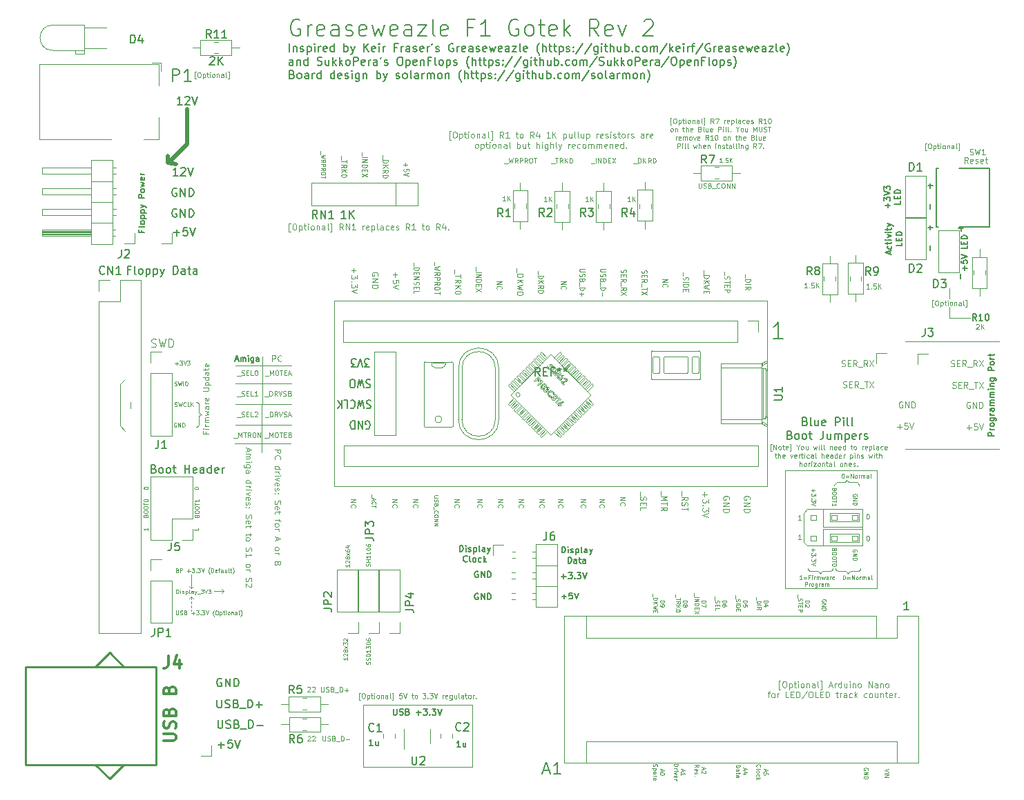
<source format=gbr>
G04 #@! TF.GenerationSoftware,KiCad,Pcbnew,(5.1.2)-2*
G04 #@! TF.CreationDate,2020-12-28T19:11:57+00:00*
G04 #@! TF.ProjectId,Greaseweazle F1 Gotek Rev 2,47726561-7365-4776-9561-7a6c65204631,2*
G04 #@! TF.SameCoordinates,PX6312cb0PY6bcb370*
G04 #@! TF.FileFunction,Legend,Top*
G04 #@! TF.FilePolarity,Positive*
%FSLAX46Y46*%
G04 Gerber Fmt 4.6, Leading zero omitted, Abs format (unit mm)*
G04 Created by KiCad (PCBNEW (5.1.2)-2) date 2020-12-28 19:11:57*
%MOMM*%
%LPD*%
G04 APERTURE LIST*
%ADD10C,0.120000*%
%ADD11C,0.125000*%
%ADD12C,0.500000*%
%ADD13C,0.150000*%
%ADD14C,0.187500*%
%ADD15C,0.100000*%
%ADD16C,0.075000*%
%ADD17C,0.254000*%
%ADD18C,0.127000*%
%ADD19C,0.304800*%
G04 APERTURE END LIST*
D10*
X3937000Y1524000D02*
X3937000Y1397000D01*
X3937000Y2032000D02*
X3937000Y1778000D01*
X3937000Y2540000D02*
X3937000Y2286000D01*
D11*
X61568166Y-18032457D02*
X61568166Y-18270552D01*
X61425309Y-17984838D02*
X61925309Y-18151504D01*
X61425309Y-18318171D01*
X61925309Y-18580076D02*
X61925309Y-18627695D01*
X61901500Y-18675314D01*
X61877690Y-18699123D01*
X61830071Y-18722933D01*
X61734833Y-18746742D01*
X61615785Y-18746742D01*
X61520547Y-18722933D01*
X61472928Y-18699123D01*
X61449119Y-18675314D01*
X61425309Y-18627695D01*
X61425309Y-18580076D01*
X61449119Y-18532457D01*
X61472928Y-18508647D01*
X61520547Y-18484838D01*
X61615785Y-18461028D01*
X61734833Y-18461028D01*
X61830071Y-18484838D01*
X61877690Y-18508647D01*
X61901500Y-18532457D01*
X61925309Y-18580076D01*
X60574119Y-17425314D02*
X60550309Y-17496742D01*
X60550309Y-17615790D01*
X60574119Y-17663409D01*
X60597928Y-17687219D01*
X60645547Y-17711028D01*
X60693166Y-17711028D01*
X60740785Y-17687219D01*
X60764595Y-17663409D01*
X60788404Y-17615790D01*
X60812214Y-17520552D01*
X60836023Y-17472933D01*
X60859833Y-17449123D01*
X60907452Y-17425314D01*
X60955071Y-17425314D01*
X61002690Y-17449123D01*
X61026500Y-17472933D01*
X61050309Y-17520552D01*
X61050309Y-17639600D01*
X61026500Y-17711028D01*
X60883642Y-17925314D02*
X60383642Y-17925314D01*
X60859833Y-17925314D02*
X60883642Y-17972933D01*
X60883642Y-18068171D01*
X60859833Y-18115790D01*
X60836023Y-18139600D01*
X60788404Y-18163409D01*
X60645547Y-18163409D01*
X60597928Y-18139600D01*
X60574119Y-18115790D01*
X60550309Y-18068171D01*
X60550309Y-17972933D01*
X60574119Y-17925314D01*
X60550309Y-18591980D02*
X60812214Y-18591980D01*
X60859833Y-18568171D01*
X60883642Y-18520552D01*
X60883642Y-18425314D01*
X60859833Y-18377695D01*
X60574119Y-18591980D02*
X60550309Y-18544361D01*
X60550309Y-18425314D01*
X60574119Y-18377695D01*
X60621738Y-18353885D01*
X60669357Y-18353885D01*
X60716976Y-18377695D01*
X60740785Y-18425314D01*
X60740785Y-18544361D01*
X60764595Y-18591980D01*
X60550309Y-18830076D02*
X60883642Y-18830076D01*
X60788404Y-18830076D02*
X60836023Y-18853885D01*
X60859833Y-18877695D01*
X60883642Y-18925314D01*
X60883642Y-18972933D01*
X60574119Y-19330076D02*
X60550309Y-19282457D01*
X60550309Y-19187219D01*
X60574119Y-19139600D01*
X60621738Y-19115790D01*
X60812214Y-19115790D01*
X60859833Y-19139600D01*
X60883642Y-19187219D01*
X60883642Y-19282457D01*
X60859833Y-19330076D01*
X60812214Y-19353885D01*
X60764595Y-19353885D01*
X60716976Y-19115790D01*
X81733200Y2514553D02*
X81757009Y2562172D01*
X81757009Y2633600D01*
X81733200Y2705029D01*
X81685580Y2752648D01*
X81637961Y2776458D01*
X81542723Y2800267D01*
X81471295Y2800267D01*
X81376057Y2776458D01*
X81328438Y2752648D01*
X81280819Y2705029D01*
X81257009Y2633600D01*
X81257009Y2585981D01*
X81280819Y2514553D01*
X81304628Y2490743D01*
X81471295Y2490743D01*
X81471295Y2585981D01*
X81257009Y2276458D02*
X81757009Y2276458D01*
X81257009Y1990743D01*
X81757009Y1990743D01*
X81257009Y1752648D02*
X81757009Y1752648D01*
X81757009Y1633600D01*
X81733200Y1562172D01*
X81685580Y1514553D01*
X81637961Y1490743D01*
X81542723Y1466934D01*
X81471295Y1466934D01*
X81376057Y1490743D01*
X81328438Y1514553D01*
X81280819Y1562172D01*
X81257009Y1633600D01*
X81257009Y1752648D01*
X66648166Y-17829257D02*
X66648166Y-18067352D01*
X66505309Y-17781638D02*
X67005309Y-17948304D01*
X66505309Y-18114971D01*
X66957690Y-18257828D02*
X66981500Y-18281638D01*
X67005309Y-18329257D01*
X67005309Y-18448304D01*
X66981500Y-18495923D01*
X66957690Y-18519733D01*
X66910071Y-18543542D01*
X66862452Y-18543542D01*
X66791023Y-18519733D01*
X66505309Y-18234019D01*
X66505309Y-18543542D01*
X65630309Y-17805447D02*
X65868404Y-17638780D01*
X65630309Y-17519733D02*
X66130309Y-17519733D01*
X66130309Y-17710209D01*
X66106500Y-17757828D01*
X66082690Y-17781638D01*
X66035071Y-17805447D01*
X65963642Y-17805447D01*
X65916023Y-17781638D01*
X65892214Y-17757828D01*
X65868404Y-17710209D01*
X65868404Y-17519733D01*
X65654119Y-18210209D02*
X65630309Y-18162590D01*
X65630309Y-18067352D01*
X65654119Y-18019733D01*
X65701738Y-17995923D01*
X65892214Y-17995923D01*
X65939833Y-18019733D01*
X65963642Y-18067352D01*
X65963642Y-18162590D01*
X65939833Y-18210209D01*
X65892214Y-18234019D01*
X65844595Y-18234019D01*
X65796976Y-17995923D01*
X65654119Y-18424495D02*
X65630309Y-18472114D01*
X65630309Y-18567352D01*
X65654119Y-18614971D01*
X65701738Y-18638780D01*
X65725547Y-18638780D01*
X65773166Y-18614971D01*
X65796976Y-18567352D01*
X65796976Y-18495923D01*
X65820785Y-18448304D01*
X65868404Y-18424495D01*
X65892214Y-18424495D01*
X65939833Y-18448304D01*
X65963642Y-18495923D01*
X65963642Y-18567352D01*
X65939833Y-18614971D01*
X65677928Y-18853066D02*
X65654119Y-18876876D01*
X65630309Y-18853066D01*
X65654119Y-18829257D01*
X65677928Y-18853066D01*
X65630309Y-18853066D01*
X64108166Y-18032457D02*
X64108166Y-18270552D01*
X63965309Y-17984838D02*
X64465309Y-18151504D01*
X63965309Y-18318171D01*
X63965309Y-18746742D02*
X63965309Y-18461028D01*
X63965309Y-18603885D02*
X64465309Y-18603885D01*
X64393880Y-18556266D01*
X64346261Y-18508647D01*
X64322452Y-18461028D01*
X63090309Y-17425314D02*
X63590309Y-17425314D01*
X63590309Y-17544361D01*
X63566500Y-17615790D01*
X63518880Y-17663409D01*
X63471261Y-17687219D01*
X63376023Y-17711028D01*
X63304595Y-17711028D01*
X63209357Y-17687219D01*
X63161738Y-17663409D01*
X63114119Y-17615790D01*
X63090309Y-17544361D01*
X63090309Y-17425314D01*
X63090309Y-17925314D02*
X63423642Y-17925314D01*
X63328404Y-17925314D02*
X63376023Y-17949123D01*
X63399833Y-17972933D01*
X63423642Y-18020552D01*
X63423642Y-18068171D01*
X63090309Y-18234838D02*
X63423642Y-18234838D01*
X63590309Y-18234838D02*
X63566500Y-18211028D01*
X63542690Y-18234838D01*
X63566500Y-18258647D01*
X63590309Y-18234838D01*
X63542690Y-18234838D01*
X63423642Y-18425314D02*
X63090309Y-18544361D01*
X63423642Y-18663409D01*
X63114119Y-19044361D02*
X63090309Y-18996742D01*
X63090309Y-18901504D01*
X63114119Y-18853885D01*
X63161738Y-18830076D01*
X63352214Y-18830076D01*
X63399833Y-18853885D01*
X63423642Y-18901504D01*
X63423642Y-18996742D01*
X63399833Y-19044361D01*
X63352214Y-19068171D01*
X63304595Y-19068171D01*
X63256976Y-18830076D01*
X63090309Y-19282457D02*
X63423642Y-19282457D01*
X63328404Y-19282457D02*
X63376023Y-19306266D01*
X63399833Y-19330076D01*
X63423642Y-19377695D01*
X63423642Y-19425314D01*
X19856657Y-7951828D02*
X19856657Y-8437542D01*
X19885228Y-8494685D01*
X19913800Y-8523257D01*
X19970942Y-8551828D01*
X20085228Y-8551828D01*
X20142371Y-8523257D01*
X20170942Y-8494685D01*
X20199514Y-8437542D01*
X20199514Y-7951828D01*
X20456657Y-8523257D02*
X20542371Y-8551828D01*
X20685228Y-8551828D01*
X20742371Y-8523257D01*
X20770942Y-8494685D01*
X20799514Y-8437542D01*
X20799514Y-8380400D01*
X20770942Y-8323257D01*
X20742371Y-8294685D01*
X20685228Y-8266114D01*
X20570942Y-8237542D01*
X20513800Y-8208971D01*
X20485228Y-8180400D01*
X20456657Y-8123257D01*
X20456657Y-8066114D01*
X20485228Y-8008971D01*
X20513800Y-7980400D01*
X20570942Y-7951828D01*
X20713800Y-7951828D01*
X20799514Y-7980400D01*
X21256657Y-8237542D02*
X21342371Y-8266114D01*
X21370942Y-8294685D01*
X21399514Y-8351828D01*
X21399514Y-8437542D01*
X21370942Y-8494685D01*
X21342371Y-8523257D01*
X21285228Y-8551828D01*
X21056657Y-8551828D01*
X21056657Y-7951828D01*
X21256657Y-7951828D01*
X21313800Y-7980400D01*
X21342371Y-8008971D01*
X21370942Y-8066114D01*
X21370942Y-8123257D01*
X21342371Y-8180400D01*
X21313800Y-8208971D01*
X21256657Y-8237542D01*
X21056657Y-8237542D01*
X21513800Y-8608971D02*
X21970942Y-8608971D01*
X22113800Y-8551828D02*
X22113800Y-7951828D01*
X22256657Y-7951828D01*
X22342371Y-7980400D01*
X22399514Y-8037542D01*
X22428085Y-8094685D01*
X22456657Y-8208971D01*
X22456657Y-8294685D01*
X22428085Y-8408971D01*
X22399514Y-8466114D01*
X22342371Y-8523257D01*
X22256657Y-8551828D01*
X22113800Y-8551828D01*
X22713800Y-8323257D02*
X23170942Y-8323257D01*
X22942371Y-8551828D02*
X22942371Y-8094685D01*
X66122828Y53897172D02*
X66122828Y53411458D01*
X66151400Y53354315D01*
X66179971Y53325743D01*
X66237114Y53297172D01*
X66351400Y53297172D01*
X66408542Y53325743D01*
X66437114Y53354315D01*
X66465685Y53411458D01*
X66465685Y53897172D01*
X66722828Y53325743D02*
X66808542Y53297172D01*
X66951400Y53297172D01*
X67008542Y53325743D01*
X67037114Y53354315D01*
X67065685Y53411458D01*
X67065685Y53468600D01*
X67037114Y53525743D01*
X67008542Y53554315D01*
X66951400Y53582886D01*
X66837114Y53611458D01*
X66779971Y53640029D01*
X66751400Y53668600D01*
X66722828Y53725743D01*
X66722828Y53782886D01*
X66751400Y53840029D01*
X66779971Y53868600D01*
X66837114Y53897172D01*
X66979971Y53897172D01*
X67065685Y53868600D01*
X67522828Y53611458D02*
X67608542Y53582886D01*
X67637114Y53554315D01*
X67665685Y53497172D01*
X67665685Y53411458D01*
X67637114Y53354315D01*
X67608542Y53325743D01*
X67551400Y53297172D01*
X67322828Y53297172D01*
X67322828Y53897172D01*
X67522828Y53897172D01*
X67579971Y53868600D01*
X67608542Y53840029D01*
X67637114Y53782886D01*
X67637114Y53725743D01*
X67608542Y53668600D01*
X67579971Y53640029D01*
X67522828Y53611458D01*
X67322828Y53611458D01*
X67779971Y53240029D02*
X68237114Y53240029D01*
X68722828Y53354315D02*
X68694257Y53325743D01*
X68608542Y53297172D01*
X68551400Y53297172D01*
X68465685Y53325743D01*
X68408542Y53382886D01*
X68379971Y53440029D01*
X68351400Y53554315D01*
X68351400Y53640029D01*
X68379971Y53754315D01*
X68408542Y53811458D01*
X68465685Y53868600D01*
X68551400Y53897172D01*
X68608542Y53897172D01*
X68694257Y53868600D01*
X68722828Y53840029D01*
X69094257Y53897172D02*
X69208542Y53897172D01*
X69265685Y53868600D01*
X69322828Y53811458D01*
X69351400Y53697172D01*
X69351400Y53497172D01*
X69322828Y53382886D01*
X69265685Y53325743D01*
X69208542Y53297172D01*
X69094257Y53297172D01*
X69037114Y53325743D01*
X68979971Y53382886D01*
X68951400Y53497172D01*
X68951400Y53697172D01*
X68979971Y53811458D01*
X69037114Y53868600D01*
X69094257Y53897172D01*
X69608542Y53297172D02*
X69608542Y53897172D01*
X69951400Y53297172D01*
X69951400Y53897172D01*
X70237114Y53297172D02*
X70237114Y53897172D01*
X70579971Y53297172D01*
X70579971Y53897172D01*
X25856380Y6897858D02*
X25880190Y6969286D01*
X25880190Y7088334D01*
X25856380Y7135953D01*
X25832571Y7159762D01*
X25784952Y7183572D01*
X25737333Y7183572D01*
X25689714Y7159762D01*
X25665904Y7135953D01*
X25642095Y7088334D01*
X25618285Y6993096D01*
X25594476Y6945477D01*
X25570666Y6921667D01*
X25523047Y6897858D01*
X25475428Y6897858D01*
X25427809Y6921667D01*
X25404000Y6945477D01*
X25380190Y6993096D01*
X25380190Y7112143D01*
X25404000Y7183572D01*
X25880190Y7397858D02*
X25380190Y7397858D01*
X25618285Y7397858D02*
X25618285Y7683572D01*
X25880190Y7683572D02*
X25380190Y7683572D01*
X25880190Y8183572D02*
X25880190Y7897858D01*
X25880190Y8040715D02*
X25380190Y8040715D01*
X25451619Y7993096D01*
X25499238Y7945477D01*
X25523047Y7897858D01*
X25880190Y8659762D02*
X25880190Y8374048D01*
X25880190Y8516905D02*
X25380190Y8516905D01*
X25451619Y8469286D01*
X25499238Y8421667D01*
X25523047Y8374048D01*
X25380190Y8969286D02*
X25380190Y9016905D01*
X25404000Y9064524D01*
X25427809Y9088334D01*
X25475428Y9112143D01*
X25570666Y9135953D01*
X25689714Y9135953D01*
X25784952Y9112143D01*
X25832571Y9088334D01*
X25856380Y9064524D01*
X25880190Y9016905D01*
X25880190Y8969286D01*
X25856380Y8921667D01*
X25832571Y8897858D01*
X25784952Y8874048D01*
X25689714Y8850239D01*
X25570666Y8850239D01*
X25475428Y8874048D01*
X25427809Y8897858D01*
X25404000Y8921667D01*
X25380190Y8969286D01*
X25380190Y9564524D02*
X25380190Y9469286D01*
X25404000Y9421667D01*
X25427809Y9397858D01*
X25499238Y9350239D01*
X25594476Y9326429D01*
X25784952Y9326429D01*
X25832571Y9350239D01*
X25856380Y9374048D01*
X25880190Y9421667D01*
X25880190Y9516905D01*
X25856380Y9564524D01*
X25832571Y9588334D01*
X25784952Y9612143D01*
X25665904Y9612143D01*
X25618285Y9588334D01*
X25594476Y9564524D01*
X25570666Y9516905D01*
X25570666Y9421667D01*
X25594476Y9374048D01*
X25618285Y9350239D01*
X25665904Y9326429D01*
X25856380Y-5139333D02*
X25880190Y-5067904D01*
X25880190Y-4948857D01*
X25856380Y-4901238D01*
X25832571Y-4877428D01*
X25784952Y-4853619D01*
X25737333Y-4853619D01*
X25689714Y-4877428D01*
X25665904Y-4901238D01*
X25642095Y-4948857D01*
X25618285Y-5044095D01*
X25594476Y-5091714D01*
X25570666Y-5115523D01*
X25523047Y-5139333D01*
X25475428Y-5139333D01*
X25427809Y-5115523D01*
X25404000Y-5091714D01*
X25380190Y-5044095D01*
X25380190Y-4925047D01*
X25404000Y-4853619D01*
X25856380Y-4663142D02*
X25880190Y-4591714D01*
X25880190Y-4472666D01*
X25856380Y-4425047D01*
X25832571Y-4401238D01*
X25784952Y-4377428D01*
X25737333Y-4377428D01*
X25689714Y-4401238D01*
X25665904Y-4425047D01*
X25642095Y-4472666D01*
X25618285Y-4567904D01*
X25594476Y-4615523D01*
X25570666Y-4639333D01*
X25523047Y-4663142D01*
X25475428Y-4663142D01*
X25427809Y-4639333D01*
X25404000Y-4615523D01*
X25380190Y-4567904D01*
X25380190Y-4448857D01*
X25404000Y-4377428D01*
X25880190Y-4163142D02*
X25380190Y-4163142D01*
X25380190Y-4044095D01*
X25404000Y-3972666D01*
X25451619Y-3925047D01*
X25499238Y-3901238D01*
X25594476Y-3877428D01*
X25665904Y-3877428D01*
X25761142Y-3901238D01*
X25808761Y-3925047D01*
X25856380Y-3972666D01*
X25880190Y-4044095D01*
X25880190Y-4163142D01*
X25880190Y-3401238D02*
X25880190Y-3686952D01*
X25880190Y-3544095D02*
X25380190Y-3544095D01*
X25451619Y-3591714D01*
X25499238Y-3639333D01*
X25523047Y-3686952D01*
X25380190Y-3234571D02*
X25380190Y-2925047D01*
X25570666Y-3091714D01*
X25570666Y-3020285D01*
X25594476Y-2972666D01*
X25618285Y-2948857D01*
X25665904Y-2925047D01*
X25784952Y-2925047D01*
X25832571Y-2948857D01*
X25856380Y-2972666D01*
X25880190Y-3020285D01*
X25880190Y-3163142D01*
X25856380Y-3210761D01*
X25832571Y-3234571D01*
X25380190Y-2615523D02*
X25380190Y-2567904D01*
X25404000Y-2520285D01*
X25427809Y-2496476D01*
X25475428Y-2472666D01*
X25570666Y-2448857D01*
X25689714Y-2448857D01*
X25784952Y-2472666D01*
X25832571Y-2496476D01*
X25856380Y-2520285D01*
X25880190Y-2567904D01*
X25880190Y-2615523D01*
X25856380Y-2663142D01*
X25832571Y-2686952D01*
X25784952Y-2710761D01*
X25689714Y-2734571D01*
X25570666Y-2734571D01*
X25475428Y-2710761D01*
X25427809Y-2686952D01*
X25404000Y-2663142D01*
X25380190Y-2615523D01*
X25380190Y-2020285D02*
X25380190Y-2115523D01*
X25404000Y-2163142D01*
X25427809Y-2186952D01*
X25499238Y-2234571D01*
X25594476Y-2258380D01*
X25784952Y-2258380D01*
X25832571Y-2234571D01*
X25856380Y-2210761D01*
X25880190Y-2163142D01*
X25880190Y-2067904D01*
X25856380Y-2020285D01*
X25832571Y-1996476D01*
X25784952Y-1972666D01*
X25665904Y-1972666D01*
X25618285Y-1996476D01*
X25594476Y-2020285D01*
X25570666Y-2067904D01*
X25570666Y-2163142D01*
X25594476Y-2210761D01*
X25618285Y-2234571D01*
X25665904Y-2258380D01*
X23340190Y7116096D02*
X23340190Y6830381D01*
X23340190Y6973239D02*
X22840190Y6973239D01*
X22911619Y6925620D01*
X22959238Y6878000D01*
X22983047Y6830381D01*
X22887809Y7306572D02*
X22864000Y7330381D01*
X22840190Y7378000D01*
X22840190Y7497048D01*
X22864000Y7544667D01*
X22887809Y7568477D01*
X22935428Y7592286D01*
X22983047Y7592286D01*
X23054476Y7568477D01*
X23340190Y7282762D01*
X23340190Y7592286D01*
X23054476Y7878000D02*
X23030666Y7830381D01*
X23006857Y7806572D01*
X22959238Y7782762D01*
X22935428Y7782762D01*
X22887809Y7806572D01*
X22864000Y7830381D01*
X22840190Y7878000D01*
X22840190Y7973239D01*
X22864000Y8020858D01*
X22887809Y8044667D01*
X22935428Y8068477D01*
X22959238Y8068477D01*
X23006857Y8044667D01*
X23030666Y8020858D01*
X23054476Y7973239D01*
X23054476Y7878000D01*
X23078285Y7830381D01*
X23102095Y7806572D01*
X23149714Y7782762D01*
X23244952Y7782762D01*
X23292571Y7806572D01*
X23316380Y7830381D01*
X23340190Y7878000D01*
X23340190Y7973239D01*
X23316380Y8020858D01*
X23292571Y8044667D01*
X23244952Y8068477D01*
X23149714Y8068477D01*
X23102095Y8044667D01*
X23078285Y8020858D01*
X23054476Y7973239D01*
X23340190Y8235143D02*
X23006857Y8497048D01*
X23006857Y8235143D02*
X23340190Y8497048D01*
X22840190Y8901810D02*
X22840190Y8806572D01*
X22864000Y8758953D01*
X22887809Y8735143D01*
X22959238Y8687524D01*
X23054476Y8663715D01*
X23244952Y8663715D01*
X23292571Y8687524D01*
X23316380Y8711334D01*
X23340190Y8758953D01*
X23340190Y8854191D01*
X23316380Y8901810D01*
X23292571Y8925620D01*
X23244952Y8949429D01*
X23125904Y8949429D01*
X23078285Y8925620D01*
X23054476Y8901810D01*
X23030666Y8854191D01*
X23030666Y8758953D01*
X23054476Y8711334D01*
X23078285Y8687524D01*
X23125904Y8663715D01*
X23006857Y9378000D02*
X23340190Y9378000D01*
X22816380Y9258953D02*
X23173523Y9139905D01*
X23173523Y9449429D01*
X23086190Y-4313904D02*
X23086190Y-4599619D01*
X23086190Y-4456761D02*
X22586190Y-4456761D01*
X22657619Y-4504380D01*
X22705238Y-4552000D01*
X22729047Y-4599619D01*
X22633809Y-4123428D02*
X22610000Y-4099619D01*
X22586190Y-4052000D01*
X22586190Y-3932952D01*
X22610000Y-3885333D01*
X22633809Y-3861523D01*
X22681428Y-3837714D01*
X22729047Y-3837714D01*
X22800476Y-3861523D01*
X23086190Y-4147238D01*
X23086190Y-3837714D01*
X22800476Y-3552000D02*
X22776666Y-3599619D01*
X22752857Y-3623428D01*
X22705238Y-3647238D01*
X22681428Y-3647238D01*
X22633809Y-3623428D01*
X22610000Y-3599619D01*
X22586190Y-3552000D01*
X22586190Y-3456761D01*
X22610000Y-3409142D01*
X22633809Y-3385333D01*
X22681428Y-3361523D01*
X22705238Y-3361523D01*
X22752857Y-3385333D01*
X22776666Y-3409142D01*
X22800476Y-3456761D01*
X22800476Y-3552000D01*
X22824285Y-3599619D01*
X22848095Y-3623428D01*
X22895714Y-3647238D01*
X22990952Y-3647238D01*
X23038571Y-3623428D01*
X23062380Y-3599619D01*
X23086190Y-3552000D01*
X23086190Y-3456761D01*
X23062380Y-3409142D01*
X23038571Y-3385333D01*
X22990952Y-3361523D01*
X22895714Y-3361523D01*
X22848095Y-3385333D01*
X22824285Y-3409142D01*
X22800476Y-3456761D01*
X23086190Y-3194857D02*
X22752857Y-2932952D01*
X22752857Y-3194857D02*
X23086190Y-2932952D01*
X22586190Y-2790095D02*
X22586190Y-2480571D01*
X22776666Y-2647238D01*
X22776666Y-2575809D01*
X22800476Y-2528190D01*
X22824285Y-2504380D01*
X22871904Y-2480571D01*
X22990952Y-2480571D01*
X23038571Y-2504380D01*
X23062380Y-2528190D01*
X23086190Y-2575809D01*
X23086190Y-2718666D01*
X23062380Y-2766285D01*
X23038571Y-2790095D01*
X22633809Y-2290095D02*
X22610000Y-2266285D01*
X22586190Y-2218666D01*
X22586190Y-2099619D01*
X22610000Y-2052000D01*
X22633809Y-2028190D01*
X22681428Y-2004380D01*
X22729047Y-2004380D01*
X22800476Y-2028190D01*
X23086190Y-2313904D01*
X23086190Y-2004380D01*
D12*
X1143000Y56388000D02*
X2032000Y56261000D01*
X1016000Y56388000D02*
X1016000Y57277000D01*
X3429000Y58674000D02*
X1143000Y56388000D01*
X3429000Y62992000D02*
X3429000Y58674000D01*
D10*
X-4826000Y24130000D02*
X-4191000Y23495000D01*
X-4826000Y29210000D02*
X-4826000Y24130000D01*
X-4191000Y29845000D02*
X-4826000Y29210000D01*
X-3556000Y27051000D02*
X-3556000Y26289000D01*
D11*
X61425309Y2655048D02*
X61925309Y2655048D01*
X61925309Y2536000D01*
X61901500Y2464572D01*
X61853880Y2416953D01*
X61806261Y2393143D01*
X61711023Y2369334D01*
X61639595Y2369334D01*
X61544357Y2393143D01*
X61496738Y2416953D01*
X61449119Y2464572D01*
X61425309Y2536000D01*
X61425309Y2655048D01*
X61425309Y2131239D02*
X61425309Y2036000D01*
X61449119Y1988381D01*
X61472928Y1964572D01*
X61544357Y1916953D01*
X61639595Y1893143D01*
X61830071Y1893143D01*
X61877690Y1916953D01*
X61901500Y1940762D01*
X61925309Y1988381D01*
X61925309Y2083620D01*
X61901500Y2131239D01*
X61877690Y2155048D01*
X61830071Y2178858D01*
X61711023Y2178858D01*
X61663404Y2155048D01*
X61639595Y2131239D01*
X61615785Y2083620D01*
X61615785Y1988381D01*
X61639595Y1940762D01*
X61663404Y1916953D01*
X61711023Y1893143D01*
X60502690Y3488381D02*
X60502690Y3107429D01*
X60550309Y2988381D02*
X61050309Y2988381D01*
X61050309Y2869334D01*
X61026500Y2797905D01*
X60978880Y2750286D01*
X60931261Y2726477D01*
X60836023Y2702667D01*
X60764595Y2702667D01*
X60669357Y2726477D01*
X60621738Y2750286D01*
X60574119Y2797905D01*
X60550309Y2869334D01*
X60550309Y2988381D01*
X60550309Y2488381D02*
X61050309Y2488381D01*
X60550309Y2202667D02*
X60836023Y2416953D01*
X61050309Y2202667D02*
X60764595Y2488381D01*
X61050309Y2036000D02*
X60550309Y1916953D01*
X60907452Y1821715D01*
X60550309Y1726477D01*
X61050309Y1607429D01*
X60812214Y1416953D02*
X60812214Y1250286D01*
X60550309Y1178858D02*
X60550309Y1416953D01*
X61050309Y1416953D01*
X61050309Y1178858D01*
X64219309Y2655048D02*
X64719309Y2655048D01*
X64719309Y2536000D01*
X64695500Y2464572D01*
X64647880Y2416953D01*
X64600261Y2393143D01*
X64505023Y2369334D01*
X64433595Y2369334D01*
X64338357Y2393143D01*
X64290738Y2416953D01*
X64243119Y2464572D01*
X64219309Y2536000D01*
X64219309Y2655048D01*
X64505023Y2083620D02*
X64528833Y2131239D01*
X64552642Y2155048D01*
X64600261Y2178858D01*
X64624071Y2178858D01*
X64671690Y2155048D01*
X64695500Y2131239D01*
X64719309Y2083620D01*
X64719309Y1988381D01*
X64695500Y1940762D01*
X64671690Y1916953D01*
X64624071Y1893143D01*
X64600261Y1893143D01*
X64552642Y1916953D01*
X64528833Y1940762D01*
X64505023Y1988381D01*
X64505023Y2083620D01*
X64481214Y2131239D01*
X64457404Y2155048D01*
X64409785Y2178858D01*
X64314547Y2178858D01*
X64266928Y2155048D01*
X64243119Y2131239D01*
X64219309Y2083620D01*
X64219309Y1988381D01*
X64243119Y1940762D01*
X64266928Y1916953D01*
X64314547Y1893143D01*
X64409785Y1893143D01*
X64457404Y1916953D01*
X64481214Y1940762D01*
X64505023Y1988381D01*
X63296690Y3405048D02*
X63296690Y3024096D01*
X63844309Y2976477D02*
X63844309Y2690762D01*
X63344309Y2833620D02*
X63844309Y2833620D01*
X63344309Y2238381D02*
X63582404Y2405048D01*
X63344309Y2524096D02*
X63844309Y2524096D01*
X63844309Y2333620D01*
X63820500Y2286000D01*
X63796690Y2262191D01*
X63749071Y2238381D01*
X63677642Y2238381D01*
X63630023Y2262191D01*
X63606214Y2286000D01*
X63582404Y2333620D01*
X63582404Y2524096D01*
X63344309Y2024096D02*
X63844309Y2024096D01*
X63344309Y1738381D02*
X63630023Y1952667D01*
X63844309Y1738381D02*
X63558595Y2024096D01*
X63844309Y1428858D02*
X63844309Y1381239D01*
X63820500Y1333620D01*
X63796690Y1309810D01*
X63749071Y1286000D01*
X63653833Y1262191D01*
X63534785Y1262191D01*
X63439547Y1286000D01*
X63391928Y1309810D01*
X63368119Y1333620D01*
X63344309Y1381239D01*
X63344309Y1428858D01*
X63368119Y1476477D01*
X63391928Y1500286D01*
X63439547Y1524096D01*
X63534785Y1547905D01*
X63653833Y1547905D01*
X63749071Y1524096D01*
X63796690Y1500286D01*
X63820500Y1476477D01*
X63844309Y1428858D01*
X66505309Y2655048D02*
X67005309Y2655048D01*
X67005309Y2536000D01*
X66981500Y2464572D01*
X66933880Y2416953D01*
X66886261Y2393143D01*
X66791023Y2369334D01*
X66719595Y2369334D01*
X66624357Y2393143D01*
X66576738Y2416953D01*
X66529119Y2464572D01*
X66505309Y2536000D01*
X66505309Y2655048D01*
X67005309Y2202667D02*
X67005309Y1869334D01*
X66505309Y2083620D01*
X65582690Y3571715D02*
X65582690Y3190762D01*
X65630309Y3071715D02*
X66130309Y3071715D01*
X65630309Y2833620D02*
X66130309Y2833620D01*
X65630309Y2547905D01*
X66130309Y2547905D01*
X65630309Y2309810D02*
X66130309Y2309810D01*
X66130309Y2190762D01*
X66106500Y2119334D01*
X66058880Y2071715D01*
X66011261Y2047905D01*
X65916023Y2024096D01*
X65844595Y2024096D01*
X65749357Y2047905D01*
X65701738Y2071715D01*
X65654119Y2119334D01*
X65630309Y2190762D01*
X65630309Y2309810D01*
X65892214Y1809810D02*
X65892214Y1643143D01*
X65630309Y1571715D02*
X65630309Y1809810D01*
X66130309Y1809810D01*
X66130309Y1571715D01*
X66130309Y1405048D02*
X65630309Y1071715D01*
X66130309Y1071715D02*
X65630309Y1405048D01*
X69045309Y2655048D02*
X69545309Y2655048D01*
X69545309Y2536000D01*
X69521500Y2464572D01*
X69473880Y2416953D01*
X69426261Y2393143D01*
X69331023Y2369334D01*
X69259595Y2369334D01*
X69164357Y2393143D01*
X69116738Y2416953D01*
X69069119Y2464572D01*
X69045309Y2536000D01*
X69045309Y2655048D01*
X69545309Y1940762D02*
X69545309Y2036000D01*
X69521500Y2083620D01*
X69497690Y2107429D01*
X69426261Y2155048D01*
X69331023Y2178858D01*
X69140547Y2178858D01*
X69092928Y2155048D01*
X69069119Y2131239D01*
X69045309Y2083620D01*
X69045309Y1988381D01*
X69069119Y1940762D01*
X69092928Y1916953D01*
X69140547Y1893143D01*
X69259595Y1893143D01*
X69307214Y1916953D01*
X69331023Y1940762D01*
X69354833Y1988381D01*
X69354833Y2083620D01*
X69331023Y2131239D01*
X69307214Y2155048D01*
X69259595Y2178858D01*
X68122690Y3143143D02*
X68122690Y2762191D01*
X68194119Y2666953D02*
X68170309Y2595524D01*
X68170309Y2476477D01*
X68194119Y2428858D01*
X68217928Y2405048D01*
X68265547Y2381239D01*
X68313166Y2381239D01*
X68360785Y2405048D01*
X68384595Y2428858D01*
X68408404Y2476477D01*
X68432214Y2571715D01*
X68456023Y2619334D01*
X68479833Y2643143D01*
X68527452Y2666953D01*
X68575071Y2666953D01*
X68622690Y2643143D01*
X68646500Y2619334D01*
X68670309Y2571715D01*
X68670309Y2452667D01*
X68646500Y2381239D01*
X68432214Y2166953D02*
X68432214Y2000286D01*
X68170309Y1928858D02*
X68170309Y2166953D01*
X68670309Y2166953D01*
X68670309Y1928858D01*
X68170309Y1476477D02*
X68170309Y1714572D01*
X68670309Y1714572D01*
X71585309Y2655048D02*
X72085309Y2655048D01*
X72085309Y2536000D01*
X72061500Y2464572D01*
X72013880Y2416953D01*
X71966261Y2393143D01*
X71871023Y2369334D01*
X71799595Y2369334D01*
X71704357Y2393143D01*
X71656738Y2416953D01*
X71609119Y2464572D01*
X71585309Y2536000D01*
X71585309Y2655048D01*
X72085309Y1916953D02*
X72085309Y2155048D01*
X71847214Y2178858D01*
X71871023Y2155048D01*
X71894833Y2107429D01*
X71894833Y1988381D01*
X71871023Y1940762D01*
X71847214Y1916953D01*
X71799595Y1893143D01*
X71680547Y1893143D01*
X71632928Y1916953D01*
X71609119Y1940762D01*
X71585309Y1988381D01*
X71585309Y2107429D01*
X71609119Y2155048D01*
X71632928Y2178858D01*
X70662690Y3309810D02*
X70662690Y2928858D01*
X70734119Y2833620D02*
X70710309Y2762191D01*
X70710309Y2643143D01*
X70734119Y2595524D01*
X70757928Y2571715D01*
X70805547Y2547905D01*
X70853166Y2547905D01*
X70900785Y2571715D01*
X70924595Y2595524D01*
X70948404Y2643143D01*
X70972214Y2738381D01*
X70996023Y2786000D01*
X71019833Y2809810D01*
X71067452Y2833620D01*
X71115071Y2833620D01*
X71162690Y2809810D01*
X71186500Y2786000D01*
X71210309Y2738381D01*
X71210309Y2619334D01*
X71186500Y2547905D01*
X70710309Y2333620D02*
X71210309Y2333620D01*
X70710309Y2095524D02*
X71210309Y2095524D01*
X71210309Y1976477D01*
X71186500Y1905048D01*
X71138880Y1857429D01*
X71091261Y1833620D01*
X70996023Y1809810D01*
X70924595Y1809810D01*
X70829357Y1833620D01*
X70781738Y1857429D01*
X70734119Y1905048D01*
X70710309Y1976477D01*
X70710309Y2095524D01*
X70972214Y1595524D02*
X70972214Y1428858D01*
X70710309Y1357429D02*
X70710309Y1595524D01*
X71210309Y1595524D01*
X71210309Y1357429D01*
X76159142Y-8244685D02*
X75980571Y-8244685D01*
X75980571Y-7173257D01*
X76159142Y-7173257D01*
X76587714Y-7244685D02*
X76730571Y-7244685D01*
X76802000Y-7280400D01*
X76873428Y-7351828D01*
X76909142Y-7494685D01*
X76909142Y-7744685D01*
X76873428Y-7887542D01*
X76802000Y-7958971D01*
X76730571Y-7994685D01*
X76587714Y-7994685D01*
X76516285Y-7958971D01*
X76444857Y-7887542D01*
X76409142Y-7744685D01*
X76409142Y-7494685D01*
X76444857Y-7351828D01*
X76516285Y-7280400D01*
X76587714Y-7244685D01*
X77230571Y-7494685D02*
X77230571Y-8244685D01*
X77230571Y-7530400D02*
X77302000Y-7494685D01*
X77444857Y-7494685D01*
X77516285Y-7530400D01*
X77552000Y-7566114D01*
X77587714Y-7637542D01*
X77587714Y-7851828D01*
X77552000Y-7923257D01*
X77516285Y-7958971D01*
X77444857Y-7994685D01*
X77302000Y-7994685D01*
X77230571Y-7958971D01*
X77802000Y-7494685D02*
X78087714Y-7494685D01*
X77909142Y-7244685D02*
X77909142Y-7887542D01*
X77944857Y-7958971D01*
X78016285Y-7994685D01*
X78087714Y-7994685D01*
X78337714Y-7994685D02*
X78337714Y-7494685D01*
X78337714Y-7244685D02*
X78302000Y-7280400D01*
X78337714Y-7316114D01*
X78373428Y-7280400D01*
X78337714Y-7244685D01*
X78337714Y-7316114D01*
X78802000Y-7994685D02*
X78730571Y-7958971D01*
X78694857Y-7923257D01*
X78659142Y-7851828D01*
X78659142Y-7637542D01*
X78694857Y-7566114D01*
X78730571Y-7530400D01*
X78802000Y-7494685D01*
X78909142Y-7494685D01*
X78980571Y-7530400D01*
X79016285Y-7566114D01*
X79052000Y-7637542D01*
X79052000Y-7851828D01*
X79016285Y-7923257D01*
X78980571Y-7958971D01*
X78909142Y-7994685D01*
X78802000Y-7994685D01*
X79373428Y-7494685D02*
X79373428Y-7994685D01*
X79373428Y-7566114D02*
X79409142Y-7530400D01*
X79480571Y-7494685D01*
X79587714Y-7494685D01*
X79659142Y-7530400D01*
X79694857Y-7601828D01*
X79694857Y-7994685D01*
X80373428Y-7994685D02*
X80373428Y-7601828D01*
X80337714Y-7530400D01*
X80266285Y-7494685D01*
X80123428Y-7494685D01*
X80052000Y-7530400D01*
X80373428Y-7958971D02*
X80302000Y-7994685D01*
X80123428Y-7994685D01*
X80052000Y-7958971D01*
X80016285Y-7887542D01*
X80016285Y-7816114D01*
X80052000Y-7744685D01*
X80123428Y-7708971D01*
X80302000Y-7708971D01*
X80373428Y-7673257D01*
X80837714Y-7994685D02*
X80766285Y-7958971D01*
X80730571Y-7887542D01*
X80730571Y-7244685D01*
X81052000Y-8244685D02*
X81230571Y-8244685D01*
X81230571Y-7173257D01*
X81052000Y-7173257D01*
X82159142Y-7780400D02*
X82516285Y-7780400D01*
X82087714Y-7994685D02*
X82337714Y-7244685D01*
X82587714Y-7994685D01*
X82837714Y-7994685D02*
X82837714Y-7494685D01*
X82837714Y-7637542D02*
X82873428Y-7566114D01*
X82909142Y-7530400D01*
X82980571Y-7494685D01*
X83052000Y-7494685D01*
X83623428Y-7994685D02*
X83623428Y-7244685D01*
X83623428Y-7958971D02*
X83552000Y-7994685D01*
X83409142Y-7994685D01*
X83337714Y-7958971D01*
X83302000Y-7923257D01*
X83266285Y-7851828D01*
X83266285Y-7637542D01*
X83302000Y-7566114D01*
X83337714Y-7530400D01*
X83409142Y-7494685D01*
X83552000Y-7494685D01*
X83623428Y-7530400D01*
X84302000Y-7494685D02*
X84302000Y-7994685D01*
X83980571Y-7494685D02*
X83980571Y-7887542D01*
X84016285Y-7958971D01*
X84087714Y-7994685D01*
X84194857Y-7994685D01*
X84266285Y-7958971D01*
X84302000Y-7923257D01*
X84659142Y-7994685D02*
X84659142Y-7494685D01*
X84659142Y-7244685D02*
X84623428Y-7280400D01*
X84659142Y-7316114D01*
X84694857Y-7280400D01*
X84659142Y-7244685D01*
X84659142Y-7316114D01*
X85016285Y-7494685D02*
X85016285Y-7994685D01*
X85016285Y-7566114D02*
X85052000Y-7530400D01*
X85123428Y-7494685D01*
X85230571Y-7494685D01*
X85302000Y-7530400D01*
X85337714Y-7601828D01*
X85337714Y-7994685D01*
X85802000Y-7994685D02*
X85730571Y-7958971D01*
X85694857Y-7923257D01*
X85659142Y-7851828D01*
X85659142Y-7637542D01*
X85694857Y-7566114D01*
X85730571Y-7530400D01*
X85802000Y-7494685D01*
X85909142Y-7494685D01*
X85980571Y-7530400D01*
X86016285Y-7566114D01*
X86052000Y-7637542D01*
X86052000Y-7851828D01*
X86016285Y-7923257D01*
X85980571Y-7958971D01*
X85909142Y-7994685D01*
X85802000Y-7994685D01*
X86944857Y-7994685D02*
X86944857Y-7244685D01*
X87373428Y-7994685D01*
X87373428Y-7244685D01*
X88052000Y-7994685D02*
X88052000Y-7601828D01*
X88016285Y-7530400D01*
X87944857Y-7494685D01*
X87802000Y-7494685D01*
X87730571Y-7530400D01*
X88052000Y-7958971D02*
X87980571Y-7994685D01*
X87802000Y-7994685D01*
X87730571Y-7958971D01*
X87694857Y-7887542D01*
X87694857Y-7816114D01*
X87730571Y-7744685D01*
X87802000Y-7708971D01*
X87980571Y-7708971D01*
X88052000Y-7673257D01*
X88409142Y-7494685D02*
X88409142Y-7994685D01*
X88409142Y-7566114D02*
X88444857Y-7530400D01*
X88516285Y-7494685D01*
X88623428Y-7494685D01*
X88694857Y-7530400D01*
X88730571Y-7601828D01*
X88730571Y-7994685D01*
X89194857Y-7994685D02*
X89123428Y-7958971D01*
X89087714Y-7923257D01*
X89052000Y-7851828D01*
X89052000Y-7637542D01*
X89087714Y-7566114D01*
X89123428Y-7530400D01*
X89194857Y-7494685D01*
X89302000Y-7494685D01*
X89373428Y-7530400D01*
X89409142Y-7566114D01*
X89444857Y-7637542D01*
X89444857Y-7851828D01*
X89409142Y-7923257D01*
X89373428Y-7958971D01*
X89302000Y-7994685D01*
X89194857Y-7994685D01*
X74587714Y-8744685D02*
X74873428Y-8744685D01*
X74694857Y-9244685D02*
X74694857Y-8601828D01*
X74730571Y-8530400D01*
X74802000Y-8494685D01*
X74873428Y-8494685D01*
X75230571Y-9244685D02*
X75159142Y-9208971D01*
X75123428Y-9173257D01*
X75087714Y-9101828D01*
X75087714Y-8887542D01*
X75123428Y-8816114D01*
X75159142Y-8780400D01*
X75230571Y-8744685D01*
X75337714Y-8744685D01*
X75409142Y-8780400D01*
X75444857Y-8816114D01*
X75480571Y-8887542D01*
X75480571Y-9101828D01*
X75444857Y-9173257D01*
X75409142Y-9208971D01*
X75337714Y-9244685D01*
X75230571Y-9244685D01*
X75802000Y-9244685D02*
X75802000Y-8744685D01*
X75802000Y-8887542D02*
X75837714Y-8816114D01*
X75873428Y-8780400D01*
X75944857Y-8744685D01*
X76016285Y-8744685D01*
X77194857Y-9244685D02*
X76837714Y-9244685D01*
X76837714Y-8494685D01*
X77444857Y-8851828D02*
X77694857Y-8851828D01*
X77802000Y-9244685D02*
X77444857Y-9244685D01*
X77444857Y-8494685D01*
X77802000Y-8494685D01*
X78123428Y-9244685D02*
X78123428Y-8494685D01*
X78302000Y-8494685D01*
X78409142Y-8530400D01*
X78480571Y-8601828D01*
X78516285Y-8673257D01*
X78552000Y-8816114D01*
X78552000Y-8923257D01*
X78516285Y-9066114D01*
X78480571Y-9137542D01*
X78409142Y-9208971D01*
X78302000Y-9244685D01*
X78123428Y-9244685D01*
X79409142Y-8458971D02*
X78766285Y-9423257D01*
X79802000Y-8494685D02*
X79944857Y-8494685D01*
X80016285Y-8530400D01*
X80087714Y-8601828D01*
X80123428Y-8744685D01*
X80123428Y-8994685D01*
X80087714Y-9137542D01*
X80016285Y-9208971D01*
X79944857Y-9244685D01*
X79802000Y-9244685D01*
X79730571Y-9208971D01*
X79659142Y-9137542D01*
X79623428Y-8994685D01*
X79623428Y-8744685D01*
X79659142Y-8601828D01*
X79730571Y-8530400D01*
X79802000Y-8494685D01*
X80802000Y-9244685D02*
X80444857Y-9244685D01*
X80444857Y-8494685D01*
X81052000Y-8851828D02*
X81302000Y-8851828D01*
X81409142Y-9244685D02*
X81052000Y-9244685D01*
X81052000Y-8494685D01*
X81409142Y-8494685D01*
X81730571Y-9244685D02*
X81730571Y-8494685D01*
X81909142Y-8494685D01*
X82016285Y-8530400D01*
X82087714Y-8601828D01*
X82123428Y-8673257D01*
X82159142Y-8816114D01*
X82159142Y-8923257D01*
X82123428Y-9066114D01*
X82087714Y-9137542D01*
X82016285Y-9208971D01*
X81909142Y-9244685D01*
X81730571Y-9244685D01*
X82944857Y-8744685D02*
X83230571Y-8744685D01*
X83052000Y-8494685D02*
X83052000Y-9137542D01*
X83087714Y-9208971D01*
X83159142Y-9244685D01*
X83230571Y-9244685D01*
X83480571Y-9244685D02*
X83480571Y-8744685D01*
X83480571Y-8887542D02*
X83516285Y-8816114D01*
X83552000Y-8780400D01*
X83623428Y-8744685D01*
X83694857Y-8744685D01*
X84266285Y-9244685D02*
X84266285Y-8851828D01*
X84230571Y-8780400D01*
X84159142Y-8744685D01*
X84016285Y-8744685D01*
X83944857Y-8780400D01*
X84266285Y-9208971D02*
X84194857Y-9244685D01*
X84016285Y-9244685D01*
X83944857Y-9208971D01*
X83909142Y-9137542D01*
X83909142Y-9066114D01*
X83944857Y-8994685D01*
X84016285Y-8958971D01*
X84194857Y-8958971D01*
X84266285Y-8923257D01*
X84944857Y-9208971D02*
X84873428Y-9244685D01*
X84730571Y-9244685D01*
X84659142Y-9208971D01*
X84623428Y-9173257D01*
X84587714Y-9101828D01*
X84587714Y-8887542D01*
X84623428Y-8816114D01*
X84659142Y-8780400D01*
X84730571Y-8744685D01*
X84873428Y-8744685D01*
X84944857Y-8780400D01*
X85266285Y-9244685D02*
X85266285Y-8494685D01*
X85337714Y-8958971D02*
X85552000Y-9244685D01*
X85552000Y-8744685D02*
X85266285Y-9030400D01*
X86766285Y-9208971D02*
X86694857Y-9244685D01*
X86552000Y-9244685D01*
X86480571Y-9208971D01*
X86444857Y-9173257D01*
X86409142Y-9101828D01*
X86409142Y-8887542D01*
X86444857Y-8816114D01*
X86480571Y-8780400D01*
X86552000Y-8744685D01*
X86694857Y-8744685D01*
X86766285Y-8780400D01*
X87194857Y-9244685D02*
X87123428Y-9208971D01*
X87087714Y-9173257D01*
X87052000Y-9101828D01*
X87052000Y-8887542D01*
X87087714Y-8816114D01*
X87123428Y-8780400D01*
X87194857Y-8744685D01*
X87302000Y-8744685D01*
X87373428Y-8780400D01*
X87409142Y-8816114D01*
X87444857Y-8887542D01*
X87444857Y-9101828D01*
X87409142Y-9173257D01*
X87373428Y-9208971D01*
X87302000Y-9244685D01*
X87194857Y-9244685D01*
X88087714Y-8744685D02*
X88087714Y-9244685D01*
X87766285Y-8744685D02*
X87766285Y-9137542D01*
X87802000Y-9208971D01*
X87873428Y-9244685D01*
X87980571Y-9244685D01*
X88052000Y-9208971D01*
X88087714Y-9173257D01*
X88444857Y-8744685D02*
X88444857Y-9244685D01*
X88444857Y-8816114D02*
X88480571Y-8780400D01*
X88552000Y-8744685D01*
X88659142Y-8744685D01*
X88730571Y-8780400D01*
X88766285Y-8851828D01*
X88766285Y-9244685D01*
X89016285Y-8744685D02*
X89302000Y-8744685D01*
X89123428Y-8494685D02*
X89123428Y-9137542D01*
X89159142Y-9208971D01*
X89230571Y-9244685D01*
X89302000Y-9244685D01*
X89837714Y-9208971D02*
X89766285Y-9244685D01*
X89623428Y-9244685D01*
X89552000Y-9208971D01*
X89516285Y-9137542D01*
X89516285Y-8851828D01*
X89552000Y-8780400D01*
X89623428Y-8744685D01*
X89766285Y-8744685D01*
X89837714Y-8780400D01*
X89873428Y-8851828D01*
X89873428Y-8923257D01*
X89516285Y-8994685D01*
X90194857Y-9244685D02*
X90194857Y-8744685D01*
X90194857Y-8887542D02*
X90230571Y-8816114D01*
X90266285Y-8780400D01*
X90337714Y-8744685D01*
X90409142Y-8744685D01*
X90659142Y-9173257D02*
X90694857Y-9208971D01*
X90659142Y-9244685D01*
X90623428Y-9208971D01*
X90659142Y-9173257D01*
X90659142Y-9244685D01*
D10*
X3683000Y2921000D02*
X3937000Y3175000D01*
X3937000Y3175000D02*
X4191000Y2921000D01*
X3937000Y2794000D02*
X3937000Y3175000D01*
X7620000Y3556000D02*
X7874000Y3810000D01*
X7874000Y3810000D02*
X7620000Y4064000D01*
X6731000Y3810000D02*
X7874000Y3810000D01*
X4191000Y4445000D02*
X3937000Y4191000D01*
X3683000Y4445000D02*
X3937000Y4191000D01*
X3937000Y5842000D02*
X3937000Y4191000D01*
D11*
X2072190Y1416810D02*
X2072190Y1012048D01*
X2096000Y964429D01*
X2119809Y940620D01*
X2167428Y916810D01*
X2262666Y916810D01*
X2310285Y940620D01*
X2334095Y964429D01*
X2357904Y1012048D01*
X2357904Y1416810D01*
X2572190Y940620D02*
X2643619Y916810D01*
X2762666Y916810D01*
X2810285Y940620D01*
X2834095Y964429D01*
X2857904Y1012048D01*
X2857904Y1059667D01*
X2834095Y1107286D01*
X2810285Y1131096D01*
X2762666Y1154905D01*
X2667428Y1178715D01*
X2619809Y1202524D01*
X2596000Y1226334D01*
X2572190Y1273953D01*
X2572190Y1321572D01*
X2596000Y1369191D01*
X2619809Y1393000D01*
X2667428Y1416810D01*
X2786476Y1416810D01*
X2857904Y1393000D01*
X3238857Y1178715D02*
X3310285Y1154905D01*
X3334095Y1131096D01*
X3357904Y1083477D01*
X3357904Y1012048D01*
X3334095Y964429D01*
X3310285Y940620D01*
X3262666Y916810D01*
X3072190Y916810D01*
X3072190Y1416810D01*
X3238857Y1416810D01*
X3286476Y1393000D01*
X3310285Y1369191D01*
X3334095Y1321572D01*
X3334095Y1273953D01*
X3310285Y1226334D01*
X3286476Y1202524D01*
X3238857Y1178715D01*
X3072190Y1178715D01*
X3953142Y1107286D02*
X4334095Y1107286D01*
X4143619Y916810D02*
X4143619Y1297762D01*
X4524571Y1416810D02*
X4834095Y1416810D01*
X4667428Y1226334D01*
X4738857Y1226334D01*
X4786476Y1202524D01*
X4810285Y1178715D01*
X4834095Y1131096D01*
X4834095Y1012048D01*
X4810285Y964429D01*
X4786476Y940620D01*
X4738857Y916810D01*
X4596000Y916810D01*
X4548380Y940620D01*
X4524571Y964429D01*
X5048380Y964429D02*
X5072190Y940620D01*
X5048380Y916810D01*
X5024571Y940620D01*
X5048380Y964429D01*
X5048380Y916810D01*
X5238857Y1416810D02*
X5548380Y1416810D01*
X5381714Y1226334D01*
X5453142Y1226334D01*
X5500761Y1202524D01*
X5524571Y1178715D01*
X5548380Y1131096D01*
X5548380Y1012048D01*
X5524571Y964429D01*
X5500761Y940620D01*
X5453142Y916810D01*
X5310285Y916810D01*
X5262666Y940620D01*
X5238857Y964429D01*
X5691238Y1416810D02*
X5857904Y916810D01*
X6024571Y1416810D01*
X6715047Y726334D02*
X6691238Y750143D01*
X6643619Y821572D01*
X6619809Y869191D01*
X6596000Y940620D01*
X6572190Y1059667D01*
X6572190Y1154905D01*
X6596000Y1273953D01*
X6619809Y1345381D01*
X6643619Y1393000D01*
X6691238Y1464429D01*
X6715047Y1488239D01*
X7000761Y1416810D02*
X7096000Y1416810D01*
X7143619Y1393000D01*
X7191238Y1345381D01*
X7215047Y1250143D01*
X7215047Y1083477D01*
X7191238Y988239D01*
X7143619Y940620D01*
X7096000Y916810D01*
X7000761Y916810D01*
X6953142Y940620D01*
X6905523Y988239D01*
X6881714Y1083477D01*
X6881714Y1250143D01*
X6905523Y1345381D01*
X6953142Y1393000D01*
X7000761Y1416810D01*
X7429333Y1250143D02*
X7429333Y750143D01*
X7429333Y1226334D02*
X7476952Y1250143D01*
X7572190Y1250143D01*
X7619809Y1226334D01*
X7643619Y1202524D01*
X7667428Y1154905D01*
X7667428Y1012048D01*
X7643619Y964429D01*
X7619809Y940620D01*
X7572190Y916810D01*
X7476952Y916810D01*
X7429333Y940620D01*
X7810285Y1250143D02*
X8000761Y1250143D01*
X7881714Y1416810D02*
X7881714Y988239D01*
X7905523Y940620D01*
X7953142Y916810D01*
X8000761Y916810D01*
X8167428Y916810D02*
X8167428Y1250143D01*
X8167428Y1416810D02*
X8143619Y1393000D01*
X8167428Y1369191D01*
X8191238Y1393000D01*
X8167428Y1416810D01*
X8167428Y1369191D01*
X8476952Y916810D02*
X8429333Y940620D01*
X8405523Y964429D01*
X8381714Y1012048D01*
X8381714Y1154905D01*
X8405523Y1202524D01*
X8429333Y1226334D01*
X8476952Y1250143D01*
X8548380Y1250143D01*
X8595999Y1226334D01*
X8619809Y1202524D01*
X8643619Y1154905D01*
X8643619Y1012048D01*
X8619809Y964429D01*
X8595999Y940620D01*
X8548380Y916810D01*
X8476952Y916810D01*
X8857904Y1250143D02*
X8857904Y916810D01*
X8857904Y1202524D02*
X8881714Y1226334D01*
X8929333Y1250143D01*
X9000761Y1250143D01*
X9048380Y1226334D01*
X9072190Y1178715D01*
X9072190Y916810D01*
X9524571Y916810D02*
X9524571Y1178715D01*
X9500761Y1226334D01*
X9453142Y1250143D01*
X9357904Y1250143D01*
X9310285Y1226334D01*
X9524571Y940620D02*
X9476952Y916810D01*
X9357904Y916810D01*
X9310285Y940620D01*
X9286476Y988239D01*
X9286476Y1035858D01*
X9310285Y1083477D01*
X9357904Y1107286D01*
X9476952Y1107286D01*
X9524571Y1131096D01*
X9834095Y916810D02*
X9786476Y940620D01*
X9762666Y988239D01*
X9762666Y1416810D01*
X9976952Y726334D02*
X10000761Y750143D01*
X10048380Y821572D01*
X10072190Y869191D01*
X10095999Y940620D01*
X10119809Y1059667D01*
X10119809Y1154905D01*
X10095999Y1273953D01*
X10072190Y1345381D01*
X10048380Y1393000D01*
X10000761Y1464429D01*
X9976952Y1488239D01*
X2207047Y6385715D02*
X2278476Y6361905D01*
X2302285Y6338096D01*
X2326095Y6290477D01*
X2326095Y6219048D01*
X2302285Y6171429D01*
X2278476Y6147620D01*
X2230857Y6123810D01*
X2040380Y6123810D01*
X2040380Y6623810D01*
X2207047Y6623810D01*
X2254666Y6600000D01*
X2278476Y6576191D01*
X2302285Y6528572D01*
X2302285Y6480953D01*
X2278476Y6433334D01*
X2254666Y6409524D01*
X2207047Y6385715D01*
X2040380Y6385715D01*
X2540380Y6123810D02*
X2540380Y6623810D01*
X2730857Y6623810D01*
X2778476Y6600000D01*
X2802285Y6576191D01*
X2826095Y6528572D01*
X2826095Y6457143D01*
X2802285Y6409524D01*
X2778476Y6385715D01*
X2730857Y6361905D01*
X2540380Y6361905D01*
X3421333Y6314286D02*
X3802285Y6314286D01*
X3611809Y6123810D02*
X3611809Y6504762D01*
X3992761Y6623810D02*
X4302285Y6623810D01*
X4135619Y6433334D01*
X4207047Y6433334D01*
X4254666Y6409524D01*
X4278476Y6385715D01*
X4302285Y6338096D01*
X4302285Y6219048D01*
X4278476Y6171429D01*
X4254666Y6147620D01*
X4207047Y6123810D01*
X4064190Y6123810D01*
X4016571Y6147620D01*
X3992761Y6171429D01*
X4516571Y6171429D02*
X4540380Y6147620D01*
X4516571Y6123810D01*
X4492761Y6147620D01*
X4516571Y6171429D01*
X4516571Y6123810D01*
X4707047Y6623810D02*
X5016571Y6623810D01*
X4849904Y6433334D01*
X4921333Y6433334D01*
X4968952Y6409524D01*
X4992761Y6385715D01*
X5016571Y6338096D01*
X5016571Y6219048D01*
X4992761Y6171429D01*
X4968952Y6147620D01*
X4921333Y6123810D01*
X4778476Y6123810D01*
X4730857Y6147620D01*
X4707047Y6171429D01*
X5159428Y6623810D02*
X5326095Y6123810D01*
X5492761Y6623810D01*
X6183238Y5933334D02*
X6159428Y5957143D01*
X6111809Y6028572D01*
X6088000Y6076191D01*
X6064190Y6147620D01*
X6040380Y6266667D01*
X6040380Y6361905D01*
X6064190Y6480953D01*
X6088000Y6552381D01*
X6111809Y6600000D01*
X6159428Y6671429D01*
X6183238Y6695239D01*
X6373714Y6123810D02*
X6373714Y6623810D01*
X6492761Y6623810D01*
X6564190Y6600000D01*
X6611809Y6552381D01*
X6635619Y6504762D01*
X6659428Y6409524D01*
X6659428Y6338096D01*
X6635619Y6242858D01*
X6611809Y6195239D01*
X6564190Y6147620D01*
X6492761Y6123810D01*
X6373714Y6123810D01*
X7064190Y6147620D02*
X7016571Y6123810D01*
X6921333Y6123810D01*
X6873714Y6147620D01*
X6849904Y6195239D01*
X6849904Y6385715D01*
X6873714Y6433334D01*
X6921333Y6457143D01*
X7016571Y6457143D01*
X7064190Y6433334D01*
X7088000Y6385715D01*
X7088000Y6338096D01*
X6849904Y6290477D01*
X7230857Y6457143D02*
X7421333Y6457143D01*
X7302285Y6123810D02*
X7302285Y6552381D01*
X7326095Y6600000D01*
X7373714Y6623810D01*
X7421333Y6623810D01*
X7802285Y6123810D02*
X7802285Y6385715D01*
X7778476Y6433334D01*
X7730857Y6457143D01*
X7635619Y6457143D01*
X7588000Y6433334D01*
X7802285Y6147620D02*
X7754666Y6123810D01*
X7635619Y6123810D01*
X7588000Y6147620D01*
X7564190Y6195239D01*
X7564190Y6242858D01*
X7588000Y6290477D01*
X7635619Y6314286D01*
X7754666Y6314286D01*
X7802285Y6338096D01*
X8254666Y6457143D02*
X8254666Y6123810D01*
X8040380Y6457143D02*
X8040380Y6195239D01*
X8064190Y6147620D01*
X8111809Y6123810D01*
X8183238Y6123810D01*
X8230857Y6147620D01*
X8254666Y6171429D01*
X8564190Y6123810D02*
X8516571Y6147620D01*
X8492761Y6195239D01*
X8492761Y6623810D01*
X8683238Y6457143D02*
X8873714Y6457143D01*
X8754666Y6623810D02*
X8754666Y6195239D01*
X8778476Y6147620D01*
X8826095Y6123810D01*
X8873714Y6123810D01*
X8992761Y5933334D02*
X9016571Y5957143D01*
X9064190Y6028572D01*
X9088000Y6076191D01*
X9111809Y6147620D01*
X9135619Y6266667D01*
X9135619Y6361905D01*
X9111809Y6480953D01*
X9088000Y6552381D01*
X9064190Y6600000D01*
X9016571Y6671429D01*
X8992761Y6695239D01*
X2083857Y3533010D02*
X2083857Y4033010D01*
X2202904Y4033010D01*
X2274333Y4009200D01*
X2321952Y3961581D01*
X2345761Y3913962D01*
X2369571Y3818724D01*
X2369571Y3747296D01*
X2345761Y3652058D01*
X2321952Y3604439D01*
X2274333Y3556820D01*
X2202904Y3533010D01*
X2083857Y3533010D01*
X2583857Y3533010D02*
X2583857Y3866343D01*
X2583857Y4033010D02*
X2560047Y4009200D01*
X2583857Y3985391D01*
X2607666Y4009200D01*
X2583857Y4033010D01*
X2583857Y3985391D01*
X2798142Y3556820D02*
X2845761Y3533010D01*
X2941000Y3533010D01*
X2988619Y3556820D01*
X3012428Y3604439D01*
X3012428Y3628248D01*
X2988619Y3675867D01*
X2941000Y3699677D01*
X2869571Y3699677D01*
X2821952Y3723486D01*
X2798142Y3771105D01*
X2798142Y3794915D01*
X2821952Y3842534D01*
X2869571Y3866343D01*
X2941000Y3866343D01*
X2988619Y3842534D01*
X3226714Y3866343D02*
X3226714Y3366343D01*
X3226714Y3842534D02*
X3274333Y3866343D01*
X3369571Y3866343D01*
X3417190Y3842534D01*
X3441000Y3818724D01*
X3464809Y3771105D01*
X3464809Y3628248D01*
X3441000Y3580629D01*
X3417190Y3556820D01*
X3369571Y3533010D01*
X3274333Y3533010D01*
X3226714Y3556820D01*
X3750523Y3533010D02*
X3702904Y3556820D01*
X3679095Y3604439D01*
X3679095Y4033010D01*
X4155285Y3533010D02*
X4155285Y3794915D01*
X4131476Y3842534D01*
X4083857Y3866343D01*
X3988619Y3866343D01*
X3941000Y3842534D01*
X4155285Y3556820D02*
X4107666Y3533010D01*
X3988619Y3533010D01*
X3941000Y3556820D01*
X3917190Y3604439D01*
X3917190Y3652058D01*
X3941000Y3699677D01*
X3988619Y3723486D01*
X4107666Y3723486D01*
X4155285Y3747296D01*
X4345761Y3866343D02*
X4464809Y3533010D01*
X4583857Y3866343D02*
X4464809Y3533010D01*
X4417190Y3413962D01*
X4393380Y3390153D01*
X4345761Y3366343D01*
X4655285Y3485391D02*
X5036238Y3485391D01*
X5107666Y4033010D02*
X5417190Y4033010D01*
X5250523Y3842534D01*
X5321952Y3842534D01*
X5369571Y3818724D01*
X5393380Y3794915D01*
X5417190Y3747296D01*
X5417190Y3628248D01*
X5393380Y3580629D01*
X5369571Y3556820D01*
X5321952Y3533010D01*
X5179095Y3533010D01*
X5131476Y3556820D01*
X5107666Y3580629D01*
X5560047Y4033010D02*
X5726714Y3533010D01*
X5893380Y4033010D01*
X6012428Y4033010D02*
X6321952Y4033010D01*
X6155285Y3842534D01*
X6226714Y3842534D01*
X6274333Y3818724D01*
X6298142Y3794915D01*
X6321952Y3747296D01*
X6321952Y3628248D01*
X6298142Y3580629D01*
X6274333Y3556820D01*
X6226714Y3533010D01*
X6083857Y3533010D01*
X6036238Y3556820D01*
X6012428Y3580629D01*
D10*
X25019000Y-17780000D02*
X25019000Y-10160000D01*
X38354000Y-17780000D02*
X25019000Y-17780000D01*
X38354000Y-10160000D02*
X38354000Y-17780000D01*
X25019000Y-10160000D02*
X38354000Y-10160000D01*
D11*
X24634114Y-9539228D02*
X24491257Y-9539228D01*
X24491257Y-8682085D01*
X24634114Y-8682085D01*
X24976971Y-8739228D02*
X25091257Y-8739228D01*
X25148400Y-8767800D01*
X25205542Y-8824942D01*
X25234114Y-8939228D01*
X25234114Y-9139228D01*
X25205542Y-9253514D01*
X25148400Y-9310657D01*
X25091257Y-9339228D01*
X24976971Y-9339228D01*
X24919828Y-9310657D01*
X24862685Y-9253514D01*
X24834114Y-9139228D01*
X24834114Y-8939228D01*
X24862685Y-8824942D01*
X24919828Y-8767800D01*
X24976971Y-8739228D01*
X25491257Y-8939228D02*
X25491257Y-9539228D01*
X25491257Y-8967800D02*
X25548400Y-8939228D01*
X25662685Y-8939228D01*
X25719828Y-8967800D01*
X25748400Y-8996371D01*
X25776971Y-9053514D01*
X25776971Y-9224942D01*
X25748400Y-9282085D01*
X25719828Y-9310657D01*
X25662685Y-9339228D01*
X25548400Y-9339228D01*
X25491257Y-9310657D01*
X25948400Y-8939228D02*
X26176971Y-8939228D01*
X26034114Y-8739228D02*
X26034114Y-9253514D01*
X26062685Y-9310657D01*
X26119828Y-9339228D01*
X26176971Y-9339228D01*
X26376971Y-9339228D02*
X26376971Y-8939228D01*
X26376971Y-8739228D02*
X26348400Y-8767800D01*
X26376971Y-8796371D01*
X26405542Y-8767800D01*
X26376971Y-8739228D01*
X26376971Y-8796371D01*
X26748400Y-9339228D02*
X26691257Y-9310657D01*
X26662685Y-9282085D01*
X26634114Y-9224942D01*
X26634114Y-9053514D01*
X26662685Y-8996371D01*
X26691257Y-8967800D01*
X26748400Y-8939228D01*
X26834114Y-8939228D01*
X26891257Y-8967800D01*
X26919828Y-8996371D01*
X26948400Y-9053514D01*
X26948400Y-9224942D01*
X26919828Y-9282085D01*
X26891257Y-9310657D01*
X26834114Y-9339228D01*
X26748400Y-9339228D01*
X27205542Y-8939228D02*
X27205542Y-9339228D01*
X27205542Y-8996371D02*
X27234114Y-8967800D01*
X27291257Y-8939228D01*
X27376971Y-8939228D01*
X27434114Y-8967800D01*
X27462685Y-9024942D01*
X27462685Y-9339228D01*
X28005542Y-9339228D02*
X28005542Y-9024942D01*
X27976971Y-8967800D01*
X27919828Y-8939228D01*
X27805542Y-8939228D01*
X27748400Y-8967800D01*
X28005542Y-9310657D02*
X27948400Y-9339228D01*
X27805542Y-9339228D01*
X27748400Y-9310657D01*
X27719828Y-9253514D01*
X27719828Y-9196371D01*
X27748400Y-9139228D01*
X27805542Y-9110657D01*
X27948400Y-9110657D01*
X28005542Y-9082085D01*
X28376971Y-9339228D02*
X28319828Y-9310657D01*
X28291257Y-9253514D01*
X28291257Y-8739228D01*
X28548400Y-9539228D02*
X28691257Y-9539228D01*
X28691257Y-8682085D01*
X28548400Y-8682085D01*
X29748400Y-8739228D02*
X29462685Y-8739228D01*
X29434114Y-9024942D01*
X29462685Y-8996371D01*
X29519828Y-8967800D01*
X29662685Y-8967800D01*
X29719828Y-8996371D01*
X29748400Y-9024942D01*
X29776971Y-9082085D01*
X29776971Y-9224942D01*
X29748400Y-9282085D01*
X29719828Y-9310657D01*
X29662685Y-9339228D01*
X29519828Y-9339228D01*
X29462685Y-9310657D01*
X29434114Y-9282085D01*
X29948400Y-8739228D02*
X30148400Y-9339228D01*
X30348400Y-8739228D01*
X30919828Y-8939228D02*
X31148400Y-8939228D01*
X31005542Y-8739228D02*
X31005542Y-9253514D01*
X31034114Y-9310657D01*
X31091257Y-9339228D01*
X31148400Y-9339228D01*
X31434114Y-9339228D02*
X31376971Y-9310657D01*
X31348400Y-9282085D01*
X31319828Y-9224942D01*
X31319828Y-9053514D01*
X31348400Y-8996371D01*
X31376971Y-8967800D01*
X31434114Y-8939228D01*
X31519828Y-8939228D01*
X31576971Y-8967800D01*
X31605542Y-8996371D01*
X31634114Y-9053514D01*
X31634114Y-9224942D01*
X31605542Y-9282085D01*
X31576971Y-9310657D01*
X31519828Y-9339228D01*
X31434114Y-9339228D01*
X32291257Y-8739228D02*
X32662685Y-8739228D01*
X32462685Y-8967800D01*
X32548400Y-8967800D01*
X32605542Y-8996371D01*
X32634114Y-9024942D01*
X32662685Y-9082085D01*
X32662685Y-9224942D01*
X32634114Y-9282085D01*
X32605542Y-9310657D01*
X32548400Y-9339228D01*
X32376971Y-9339228D01*
X32319828Y-9310657D01*
X32291257Y-9282085D01*
X32919828Y-9282085D02*
X32948400Y-9310657D01*
X32919828Y-9339228D01*
X32891257Y-9310657D01*
X32919828Y-9282085D01*
X32919828Y-9339228D01*
X33148400Y-8739228D02*
X33519828Y-8739228D01*
X33319828Y-8967800D01*
X33405542Y-8967800D01*
X33462685Y-8996371D01*
X33491257Y-9024942D01*
X33519828Y-9082085D01*
X33519828Y-9224942D01*
X33491257Y-9282085D01*
X33462685Y-9310657D01*
X33405542Y-9339228D01*
X33234114Y-9339228D01*
X33176971Y-9310657D01*
X33148400Y-9282085D01*
X33691257Y-8739228D02*
X33891257Y-9339228D01*
X34091257Y-8739228D01*
X34748400Y-9339228D02*
X34748400Y-8939228D01*
X34748400Y-9053514D02*
X34776971Y-8996371D01*
X34805542Y-8967800D01*
X34862685Y-8939228D01*
X34919828Y-8939228D01*
X35348400Y-9310657D02*
X35291257Y-9339228D01*
X35176971Y-9339228D01*
X35119828Y-9310657D01*
X35091257Y-9253514D01*
X35091257Y-9024942D01*
X35119828Y-8967800D01*
X35176971Y-8939228D01*
X35291257Y-8939228D01*
X35348400Y-8967800D01*
X35376971Y-9024942D01*
X35376971Y-9082085D01*
X35091257Y-9139228D01*
X35891257Y-8939228D02*
X35891257Y-9424942D01*
X35862685Y-9482085D01*
X35834114Y-9510657D01*
X35776971Y-9539228D01*
X35691257Y-9539228D01*
X35634114Y-9510657D01*
X35891257Y-9310657D02*
X35834114Y-9339228D01*
X35719828Y-9339228D01*
X35662685Y-9310657D01*
X35634114Y-9282085D01*
X35605542Y-9224942D01*
X35605542Y-9053514D01*
X35634114Y-8996371D01*
X35662685Y-8967800D01*
X35719828Y-8939228D01*
X35834114Y-8939228D01*
X35891257Y-8967800D01*
X36434114Y-8939228D02*
X36434114Y-9339228D01*
X36176971Y-8939228D02*
X36176971Y-9253514D01*
X36205542Y-9310657D01*
X36262685Y-9339228D01*
X36348400Y-9339228D01*
X36405542Y-9310657D01*
X36434114Y-9282085D01*
X36805542Y-9339228D02*
X36748400Y-9310657D01*
X36719828Y-9253514D01*
X36719828Y-8739228D01*
X37291257Y-9339228D02*
X37291257Y-9024942D01*
X37262685Y-8967800D01*
X37205542Y-8939228D01*
X37091257Y-8939228D01*
X37034114Y-8967800D01*
X37291257Y-9310657D02*
X37234114Y-9339228D01*
X37091257Y-9339228D01*
X37034114Y-9310657D01*
X37005542Y-9253514D01*
X37005542Y-9196371D01*
X37034114Y-9139228D01*
X37091257Y-9110657D01*
X37234114Y-9110657D01*
X37291257Y-9082085D01*
X37491257Y-8939228D02*
X37719828Y-8939228D01*
X37576971Y-8739228D02*
X37576971Y-9253514D01*
X37605542Y-9310657D01*
X37662685Y-9339228D01*
X37719828Y-9339228D01*
X38005542Y-9339228D02*
X37948400Y-9310657D01*
X37919828Y-9282085D01*
X37891257Y-9224942D01*
X37891257Y-9053514D01*
X37919828Y-8996371D01*
X37948400Y-8967800D01*
X38005542Y-8939228D01*
X38091257Y-8939228D01*
X38148400Y-8967800D01*
X38176971Y-8996371D01*
X38205542Y-9053514D01*
X38205542Y-9224942D01*
X38176971Y-9282085D01*
X38148400Y-9310657D01*
X38091257Y-9339228D01*
X38005542Y-9339228D01*
X38462685Y-9339228D02*
X38462685Y-8939228D01*
X38462685Y-9053514D02*
X38491257Y-8996371D01*
X38519828Y-8967800D01*
X38576971Y-8939228D01*
X38634114Y-8939228D01*
X38834114Y-9282085D02*
X38862685Y-9310657D01*
X38834114Y-9339228D01*
X38805542Y-9310657D01*
X38834114Y-9282085D01*
X38834114Y-9339228D01*
D13*
X39103371Y3499200D02*
X39031942Y3534915D01*
X38924800Y3534915D01*
X38817657Y3499200D01*
X38746228Y3427772D01*
X38710514Y3356343D01*
X38674800Y3213486D01*
X38674800Y3106343D01*
X38710514Y2963486D01*
X38746228Y2892058D01*
X38817657Y2820629D01*
X38924800Y2784915D01*
X38996228Y2784915D01*
X39103371Y2820629D01*
X39139085Y2856343D01*
X39139085Y3106343D01*
X38996228Y3106343D01*
X39460514Y2784915D02*
X39460514Y3534915D01*
X39889085Y2784915D01*
X39889085Y3534915D01*
X40246228Y2784915D02*
X40246228Y3534915D01*
X40424800Y3534915D01*
X40531942Y3499200D01*
X40603371Y3427772D01*
X40639085Y3356343D01*
X40674800Y3213486D01*
X40674800Y3106343D01*
X40639085Y2963486D01*
X40603371Y2892058D01*
X40531942Y2820629D01*
X40424800Y2784915D01*
X40246228Y2784915D01*
D11*
X74125309Y2655048D02*
X74625309Y2655048D01*
X74625309Y2536000D01*
X74601500Y2464572D01*
X74553880Y2416953D01*
X74506261Y2393143D01*
X74411023Y2369334D01*
X74339595Y2369334D01*
X74244357Y2393143D01*
X74196738Y2416953D01*
X74149119Y2464572D01*
X74125309Y2536000D01*
X74125309Y2655048D01*
X74458642Y1940762D02*
X74125309Y1940762D01*
X74649119Y2059810D02*
X74291976Y2178858D01*
X74291976Y1869334D01*
X73202690Y3095524D02*
X73202690Y2714572D01*
X73250309Y2595524D02*
X73750309Y2595524D01*
X73750309Y2476477D01*
X73726500Y2405048D01*
X73678880Y2357429D01*
X73631261Y2333620D01*
X73536023Y2309810D01*
X73464595Y2309810D01*
X73369357Y2333620D01*
X73321738Y2357429D01*
X73274119Y2405048D01*
X73250309Y2476477D01*
X73250309Y2595524D01*
X73250309Y2095524D02*
X73750309Y2095524D01*
X73250309Y1571715D02*
X73488404Y1738381D01*
X73250309Y1857429D02*
X73750309Y1857429D01*
X73750309Y1666953D01*
X73726500Y1619334D01*
X73702690Y1595524D01*
X73655071Y1571715D01*
X73583642Y1571715D01*
X73536023Y1595524D01*
X73512214Y1619334D01*
X73488404Y1666953D01*
X73488404Y1857429D01*
X79205309Y2655048D02*
X79705309Y2655048D01*
X79705309Y2536000D01*
X79681500Y2464572D01*
X79633880Y2416953D01*
X79586261Y2393143D01*
X79491023Y2369334D01*
X79419595Y2369334D01*
X79324357Y2393143D01*
X79276738Y2416953D01*
X79229119Y2464572D01*
X79205309Y2536000D01*
X79205309Y2655048D01*
X79657690Y2178858D02*
X79681500Y2155048D01*
X79705309Y2107429D01*
X79705309Y1988381D01*
X79681500Y1940762D01*
X79657690Y1916953D01*
X79610071Y1893143D01*
X79562452Y1893143D01*
X79491023Y1916953D01*
X79205309Y2202667D01*
X79205309Y1893143D01*
X78282690Y3381239D02*
X78282690Y3000286D01*
X78354119Y2905048D02*
X78330309Y2833620D01*
X78330309Y2714572D01*
X78354119Y2666953D01*
X78377928Y2643143D01*
X78425547Y2619334D01*
X78473166Y2619334D01*
X78520785Y2643143D01*
X78544595Y2666953D01*
X78568404Y2714572D01*
X78592214Y2809810D01*
X78616023Y2857429D01*
X78639833Y2881239D01*
X78687452Y2905048D01*
X78735071Y2905048D01*
X78782690Y2881239D01*
X78806500Y2857429D01*
X78830309Y2809810D01*
X78830309Y2690762D01*
X78806500Y2619334D01*
X78830309Y2476477D02*
X78830309Y2190762D01*
X78330309Y2333620D02*
X78830309Y2333620D01*
X78592214Y2024096D02*
X78592214Y1857429D01*
X78330309Y1786000D02*
X78330309Y2024096D01*
X78830309Y2024096D01*
X78830309Y1786000D01*
X78330309Y1571715D02*
X78830309Y1571715D01*
X78830309Y1381239D01*
X78806500Y1333620D01*
X78782690Y1309810D01*
X78735071Y1286000D01*
X78663642Y1286000D01*
X78616023Y1309810D01*
X78592214Y1333620D01*
X78568404Y1381239D01*
X78568404Y1571715D01*
X71728166Y-17930857D02*
X71728166Y-18168952D01*
X71585309Y-17883238D02*
X72085309Y-18049904D01*
X71585309Y-18216571D01*
X71918642Y-18597523D02*
X71585309Y-18597523D01*
X72109119Y-18478476D02*
X71751976Y-18359428D01*
X71751976Y-18668952D01*
X70710309Y-17561809D02*
X71210309Y-17561809D01*
X71210309Y-17680857D01*
X71186500Y-17752285D01*
X71138880Y-17799904D01*
X71091261Y-17823714D01*
X70996023Y-17847523D01*
X70924595Y-17847523D01*
X70829357Y-17823714D01*
X70781738Y-17799904D01*
X70734119Y-17752285D01*
X70710309Y-17680857D01*
X70710309Y-17561809D01*
X70710309Y-18276095D02*
X70972214Y-18276095D01*
X71019833Y-18252285D01*
X71043642Y-18204666D01*
X71043642Y-18109428D01*
X71019833Y-18061809D01*
X70734119Y-18276095D02*
X70710309Y-18228476D01*
X70710309Y-18109428D01*
X70734119Y-18061809D01*
X70781738Y-18038000D01*
X70829357Y-18038000D01*
X70876976Y-18061809D01*
X70900785Y-18109428D01*
X70900785Y-18228476D01*
X70924595Y-18276095D01*
X71043642Y-18442761D02*
X71043642Y-18633238D01*
X71210309Y-18514190D02*
X70781738Y-18514190D01*
X70734119Y-18538000D01*
X70710309Y-18585619D01*
X70710309Y-18633238D01*
X70710309Y-19014190D02*
X70972214Y-19014190D01*
X71019833Y-18990380D01*
X71043642Y-18942761D01*
X71043642Y-18847523D01*
X71019833Y-18799904D01*
X70734119Y-19014190D02*
X70710309Y-18966571D01*
X70710309Y-18847523D01*
X70734119Y-18799904D01*
X70781738Y-18776095D01*
X70829357Y-18776095D01*
X70876976Y-18799904D01*
X70900785Y-18847523D01*
X70900785Y-18966571D01*
X70924595Y-19014190D01*
X74242766Y-18032457D02*
X74242766Y-18270552D01*
X74099909Y-17984838D02*
X74599909Y-18151504D01*
X74099909Y-18318171D01*
X74599909Y-18722933D02*
X74599909Y-18484838D01*
X74361814Y-18461028D01*
X74385623Y-18484838D01*
X74409433Y-18532457D01*
X74409433Y-18651504D01*
X74385623Y-18699123D01*
X74361814Y-18722933D01*
X74314195Y-18746742D01*
X74195147Y-18746742D01*
X74147528Y-18722933D01*
X74123719Y-18699123D01*
X74099909Y-18651504D01*
X74099909Y-18532457D01*
X74123719Y-18484838D01*
X74147528Y-18461028D01*
X73272528Y-17770552D02*
X73248719Y-17746742D01*
X73224909Y-17675314D01*
X73224909Y-17627695D01*
X73248719Y-17556266D01*
X73296338Y-17508647D01*
X73343957Y-17484838D01*
X73439195Y-17461028D01*
X73510623Y-17461028D01*
X73605861Y-17484838D01*
X73653480Y-17508647D01*
X73701100Y-17556266D01*
X73724909Y-17627695D01*
X73724909Y-17675314D01*
X73701100Y-17746742D01*
X73677290Y-17770552D01*
X73224909Y-18056266D02*
X73248719Y-18008647D01*
X73296338Y-17984838D01*
X73724909Y-17984838D01*
X73224909Y-18318171D02*
X73248719Y-18270552D01*
X73272528Y-18246742D01*
X73320147Y-18222933D01*
X73463004Y-18222933D01*
X73510623Y-18246742D01*
X73534433Y-18270552D01*
X73558242Y-18318171D01*
X73558242Y-18389600D01*
X73534433Y-18437219D01*
X73510623Y-18461028D01*
X73463004Y-18484838D01*
X73320147Y-18484838D01*
X73272528Y-18461028D01*
X73248719Y-18437219D01*
X73224909Y-18389600D01*
X73224909Y-18318171D01*
X73248719Y-18913409D02*
X73224909Y-18865790D01*
X73224909Y-18770552D01*
X73248719Y-18722933D01*
X73272528Y-18699123D01*
X73320147Y-18675314D01*
X73463004Y-18675314D01*
X73510623Y-18699123D01*
X73534433Y-18722933D01*
X73558242Y-18770552D01*
X73558242Y-18865790D01*
X73534433Y-18913409D01*
X73224909Y-19127695D02*
X73724909Y-19127695D01*
X73415385Y-19175314D02*
X73224909Y-19318171D01*
X73558242Y-19318171D02*
X73367766Y-19127695D01*
X86864000Y-18161047D02*
X86887809Y-18113428D01*
X86887809Y-18042000D01*
X86864000Y-17970571D01*
X86816380Y-17922952D01*
X86768761Y-17899142D01*
X86673523Y-17875333D01*
X86602095Y-17875333D01*
X86506857Y-17899142D01*
X86459238Y-17922952D01*
X86411619Y-17970571D01*
X86387809Y-18042000D01*
X86387809Y-18089619D01*
X86411619Y-18161047D01*
X86435428Y-18184857D01*
X86602095Y-18184857D01*
X86602095Y-18089619D01*
X86387809Y-18399142D02*
X86887809Y-18399142D01*
X86387809Y-18684857D01*
X86887809Y-18684857D01*
X86387809Y-18922952D02*
X86887809Y-18922952D01*
X86887809Y-19042000D01*
X86864000Y-19113428D01*
X86816380Y-19161047D01*
X86768761Y-19184857D01*
X86673523Y-19208666D01*
X86602095Y-19208666D01*
X86506857Y-19184857D01*
X86459238Y-19161047D01*
X86411619Y-19113428D01*
X86387809Y-19042000D01*
X86387809Y-18922952D01*
X89427809Y-17994380D02*
X88927809Y-18161047D01*
X89427809Y-18327714D01*
X88927809Y-18494380D02*
X89427809Y-18494380D01*
X88927809Y-18732476D02*
X89427809Y-18732476D01*
X88927809Y-19018190D01*
X89427809Y-19018190D01*
D13*
X49353114Y3146829D02*
X49924542Y3146829D01*
X49638828Y2861115D02*
X49638828Y3432543D01*
X50638828Y3611115D02*
X50281685Y3611115D01*
X50245971Y3253972D01*
X50281685Y3289686D01*
X50353114Y3325400D01*
X50531685Y3325400D01*
X50603114Y3289686D01*
X50638828Y3253972D01*
X50674542Y3182543D01*
X50674542Y3003972D01*
X50638828Y2932543D01*
X50603114Y2896829D01*
X50531685Y2861115D01*
X50353114Y2861115D01*
X50281685Y2896829D01*
X50245971Y2932543D01*
X50888828Y3611115D02*
X51138828Y2861115D01*
X51388828Y3611115D01*
X91903514Y1528820D02*
X91332085Y1528820D01*
X91617800Y1528820D02*
X91617800Y2528820D01*
X91522561Y2385962D01*
X91427323Y2290724D01*
X91332085Y2243105D01*
X28712285Y-10638285D02*
X28712285Y-11245428D01*
X28748000Y-11316857D01*
X28783714Y-11352571D01*
X28855142Y-11388285D01*
X28998000Y-11388285D01*
X29069428Y-11352571D01*
X29105142Y-11316857D01*
X29140857Y-11245428D01*
X29140857Y-10638285D01*
X29462285Y-11352571D02*
X29569428Y-11388285D01*
X29748000Y-11388285D01*
X29819428Y-11352571D01*
X29855142Y-11316857D01*
X29890857Y-11245428D01*
X29890857Y-11174000D01*
X29855142Y-11102571D01*
X29819428Y-11066857D01*
X29748000Y-11031142D01*
X29605142Y-10995428D01*
X29533714Y-10959714D01*
X29498000Y-10924000D01*
X29462285Y-10852571D01*
X29462285Y-10781142D01*
X29498000Y-10709714D01*
X29533714Y-10674000D01*
X29605142Y-10638285D01*
X29783714Y-10638285D01*
X29890857Y-10674000D01*
X30462285Y-10995428D02*
X30569428Y-11031142D01*
X30605142Y-11066857D01*
X30640857Y-11138285D01*
X30640857Y-11245428D01*
X30605142Y-11316857D01*
X30569428Y-11352571D01*
X30498000Y-11388285D01*
X30212285Y-11388285D01*
X30212285Y-10638285D01*
X30462285Y-10638285D01*
X30533714Y-10674000D01*
X30569428Y-10709714D01*
X30605142Y-10781142D01*
X30605142Y-10852571D01*
X30569428Y-10924000D01*
X30533714Y-10959714D01*
X30462285Y-10995428D01*
X30212285Y-10995428D01*
X31533714Y-11102571D02*
X32105142Y-11102571D01*
X31819428Y-11388285D02*
X31819428Y-10816857D01*
X32390857Y-10638285D02*
X32855142Y-10638285D01*
X32605142Y-10924000D01*
X32712285Y-10924000D01*
X32783714Y-10959714D01*
X32819428Y-10995428D01*
X32855142Y-11066857D01*
X32855142Y-11245428D01*
X32819428Y-11316857D01*
X32783714Y-11352571D01*
X32712285Y-11388285D01*
X32498000Y-11388285D01*
X32426571Y-11352571D01*
X32390857Y-11316857D01*
X33176571Y-11316857D02*
X33212285Y-11352571D01*
X33176571Y-11388285D01*
X33140857Y-11352571D01*
X33176571Y-11316857D01*
X33176571Y-11388285D01*
X33462285Y-10638285D02*
X33926571Y-10638285D01*
X33676571Y-10924000D01*
X33783714Y-10924000D01*
X33855142Y-10959714D01*
X33890857Y-10995428D01*
X33926571Y-11066857D01*
X33926571Y-11245428D01*
X33890857Y-11316857D01*
X33855142Y-11352571D01*
X33783714Y-11388285D01*
X33569428Y-11388285D01*
X33498000Y-11352571D01*
X33462285Y-11316857D01*
X34140857Y-10638285D02*
X34390857Y-11388285D01*
X34640857Y-10638285D01*
X49300000Y5636029D02*
X49871428Y5636029D01*
X49585714Y5350315D02*
X49585714Y5921743D01*
X50157142Y6100315D02*
X50621428Y6100315D01*
X50371428Y5814600D01*
X50478571Y5814600D01*
X50550000Y5778886D01*
X50585714Y5743172D01*
X50621428Y5671743D01*
X50621428Y5493172D01*
X50585714Y5421743D01*
X50550000Y5386029D01*
X50478571Y5350315D01*
X50264285Y5350315D01*
X50192857Y5386029D01*
X50157142Y5421743D01*
X50942857Y5421743D02*
X50978571Y5386029D01*
X50942857Y5350315D01*
X50907142Y5386029D01*
X50942857Y5421743D01*
X50942857Y5350315D01*
X51228571Y6100315D02*
X51692857Y6100315D01*
X51442857Y5814600D01*
X51550000Y5814600D01*
X51621428Y5778886D01*
X51657142Y5743172D01*
X51692857Y5671743D01*
X51692857Y5493172D01*
X51657142Y5421743D01*
X51621428Y5386029D01*
X51550000Y5350315D01*
X51335714Y5350315D01*
X51264285Y5386029D01*
X51228571Y5421743D01*
X51907142Y6100315D02*
X52157142Y5350315D01*
X52407142Y6100315D01*
X49367114Y8527815D02*
X49367114Y9277815D01*
X49545685Y9277815D01*
X49652828Y9242100D01*
X49724257Y9170672D01*
X49759971Y9099243D01*
X49795685Y8956386D01*
X49795685Y8849243D01*
X49759971Y8706386D01*
X49724257Y8634958D01*
X49652828Y8563529D01*
X49545685Y8527815D01*
X49367114Y8527815D01*
X50117114Y8527815D02*
X50117114Y9027815D01*
X50117114Y9277815D02*
X50081400Y9242100D01*
X50117114Y9206386D01*
X50152828Y9242100D01*
X50117114Y9277815D01*
X50117114Y9206386D01*
X50438542Y8563529D02*
X50509971Y8527815D01*
X50652828Y8527815D01*
X50724257Y8563529D01*
X50759971Y8634958D01*
X50759971Y8670672D01*
X50724257Y8742100D01*
X50652828Y8777815D01*
X50545685Y8777815D01*
X50474257Y8813529D01*
X50438542Y8884958D01*
X50438542Y8920672D01*
X50474257Y8992100D01*
X50545685Y9027815D01*
X50652828Y9027815D01*
X50724257Y8992100D01*
X51081400Y9027815D02*
X51081400Y8277815D01*
X51081400Y8992100D02*
X51152828Y9027815D01*
X51295685Y9027815D01*
X51367114Y8992100D01*
X51402828Y8956386D01*
X51438542Y8884958D01*
X51438542Y8670672D01*
X51402828Y8599243D01*
X51367114Y8563529D01*
X51295685Y8527815D01*
X51152828Y8527815D01*
X51081400Y8563529D01*
X51867114Y8527815D02*
X51795685Y8563529D01*
X51759971Y8634958D01*
X51759971Y9277815D01*
X52474257Y8527815D02*
X52474257Y8920672D01*
X52438542Y8992100D01*
X52367114Y9027815D01*
X52224257Y9027815D01*
X52152828Y8992100D01*
X52474257Y8563529D02*
X52402828Y8527815D01*
X52224257Y8527815D01*
X52152828Y8563529D01*
X52117114Y8634958D01*
X52117114Y8706386D01*
X52152828Y8777815D01*
X52224257Y8813529D01*
X52402828Y8813529D01*
X52474257Y8849243D01*
X52759971Y9027815D02*
X52938542Y8527815D01*
X53117114Y9027815D02*
X52938542Y8527815D01*
X52867114Y8349243D01*
X52831400Y8313529D01*
X52759971Y8277815D01*
X50117114Y7252815D02*
X50117114Y8002815D01*
X50295685Y8002815D01*
X50402828Y7967100D01*
X50474257Y7895672D01*
X50509971Y7824243D01*
X50545685Y7681386D01*
X50545685Y7574243D01*
X50509971Y7431386D01*
X50474257Y7359958D01*
X50402828Y7288529D01*
X50295685Y7252815D01*
X50117114Y7252815D01*
X51188542Y7252815D02*
X51188542Y7645672D01*
X51152828Y7717100D01*
X51081400Y7752815D01*
X50938542Y7752815D01*
X50867114Y7717100D01*
X51188542Y7288529D02*
X51117114Y7252815D01*
X50938542Y7252815D01*
X50867114Y7288529D01*
X50831400Y7359958D01*
X50831400Y7431386D01*
X50867114Y7502815D01*
X50938542Y7538529D01*
X51117114Y7538529D01*
X51188542Y7574243D01*
X51438542Y7752815D02*
X51724257Y7752815D01*
X51545685Y8002815D02*
X51545685Y7359958D01*
X51581400Y7288529D01*
X51652828Y7252815D01*
X51724257Y7252815D01*
X52295685Y7252815D02*
X52295685Y7645672D01*
X52259971Y7717100D01*
X52188542Y7752815D01*
X52045685Y7752815D01*
X51974257Y7717100D01*
X52295685Y7288529D02*
X52224257Y7252815D01*
X52045685Y7252815D01*
X51974257Y7288529D01*
X51938542Y7359958D01*
X51938542Y7431386D01*
X51974257Y7502815D01*
X52045685Y7538529D01*
X52224257Y7538529D01*
X52295685Y7574243D01*
X36844914Y8680215D02*
X36844914Y9430215D01*
X37023485Y9430215D01*
X37130628Y9394500D01*
X37202057Y9323072D01*
X37237771Y9251643D01*
X37273485Y9108786D01*
X37273485Y9001643D01*
X37237771Y8858786D01*
X37202057Y8787358D01*
X37130628Y8715929D01*
X37023485Y8680215D01*
X36844914Y8680215D01*
X37594914Y8680215D02*
X37594914Y9180215D01*
X37594914Y9430215D02*
X37559200Y9394500D01*
X37594914Y9358786D01*
X37630628Y9394500D01*
X37594914Y9430215D01*
X37594914Y9358786D01*
X37916342Y8715929D02*
X37987771Y8680215D01*
X38130628Y8680215D01*
X38202057Y8715929D01*
X38237771Y8787358D01*
X38237771Y8823072D01*
X38202057Y8894500D01*
X38130628Y8930215D01*
X38023485Y8930215D01*
X37952057Y8965929D01*
X37916342Y9037358D01*
X37916342Y9073072D01*
X37952057Y9144500D01*
X38023485Y9180215D01*
X38130628Y9180215D01*
X38202057Y9144500D01*
X38559200Y9180215D02*
X38559200Y8430215D01*
X38559200Y9144500D02*
X38630628Y9180215D01*
X38773485Y9180215D01*
X38844914Y9144500D01*
X38880628Y9108786D01*
X38916342Y9037358D01*
X38916342Y8823072D01*
X38880628Y8751643D01*
X38844914Y8715929D01*
X38773485Y8680215D01*
X38630628Y8680215D01*
X38559200Y8715929D01*
X39344914Y8680215D02*
X39273485Y8715929D01*
X39237771Y8787358D01*
X39237771Y9430215D01*
X39952057Y8680215D02*
X39952057Y9073072D01*
X39916342Y9144500D01*
X39844914Y9180215D01*
X39702057Y9180215D01*
X39630628Y9144500D01*
X39952057Y8715929D02*
X39880628Y8680215D01*
X39702057Y8680215D01*
X39630628Y8715929D01*
X39594914Y8787358D01*
X39594914Y8858786D01*
X39630628Y8930215D01*
X39702057Y8965929D01*
X39880628Y8965929D01*
X39952057Y9001643D01*
X40237771Y9180215D02*
X40416342Y8680215D01*
X40594914Y9180215D02*
X40416342Y8680215D01*
X40344914Y8501643D01*
X40309200Y8465929D01*
X40237771Y8430215D01*
X37755628Y7476643D02*
X37719914Y7440929D01*
X37612771Y7405215D01*
X37541342Y7405215D01*
X37434200Y7440929D01*
X37362771Y7512358D01*
X37327057Y7583786D01*
X37291342Y7726643D01*
X37291342Y7833786D01*
X37327057Y7976643D01*
X37362771Y8048072D01*
X37434200Y8119500D01*
X37541342Y8155215D01*
X37612771Y8155215D01*
X37719914Y8119500D01*
X37755628Y8083786D01*
X38184200Y7405215D02*
X38112771Y7440929D01*
X38077057Y7512358D01*
X38077057Y8155215D01*
X38577057Y7405215D02*
X38505628Y7440929D01*
X38469914Y7476643D01*
X38434200Y7548072D01*
X38434200Y7762358D01*
X38469914Y7833786D01*
X38505628Y7869500D01*
X38577057Y7905215D01*
X38684200Y7905215D01*
X38755628Y7869500D01*
X38791342Y7833786D01*
X38827057Y7762358D01*
X38827057Y7548072D01*
X38791342Y7476643D01*
X38755628Y7440929D01*
X38684200Y7405215D01*
X38577057Y7405215D01*
X39469914Y7440929D02*
X39398485Y7405215D01*
X39255628Y7405215D01*
X39184200Y7440929D01*
X39148485Y7476643D01*
X39112771Y7548072D01*
X39112771Y7762358D01*
X39148485Y7833786D01*
X39184200Y7869500D01*
X39255628Y7905215D01*
X39398485Y7905215D01*
X39469914Y7869500D01*
X39791342Y7405215D02*
X39791342Y8155215D01*
X39862771Y7690929D02*
X40077057Y7405215D01*
X40077057Y7905215D02*
X39791342Y7619500D01*
X39103371Y6217000D02*
X39031942Y6252715D01*
X38924800Y6252715D01*
X38817657Y6217000D01*
X38746228Y6145572D01*
X38710514Y6074143D01*
X38674800Y5931286D01*
X38674800Y5824143D01*
X38710514Y5681286D01*
X38746228Y5609858D01*
X38817657Y5538429D01*
X38924800Y5502715D01*
X38996228Y5502715D01*
X39103371Y5538429D01*
X39139085Y5574143D01*
X39139085Y5824143D01*
X38996228Y5824143D01*
X39460514Y5502715D02*
X39460514Y6252715D01*
X39889085Y5502715D01*
X39889085Y6252715D01*
X40246228Y5502715D02*
X40246228Y6252715D01*
X40424800Y6252715D01*
X40531942Y6217000D01*
X40603371Y6145572D01*
X40639085Y6074143D01*
X40674800Y5931286D01*
X40674800Y5824143D01*
X40639085Y5681286D01*
X40603371Y5609858D01*
X40531942Y5538429D01*
X40424800Y5502715D01*
X40246228Y5502715D01*
D11*
X4495847Y27041267D02*
X4591085Y27041267D01*
X4781561Y26946029D01*
X4876800Y26755553D01*
X4876800Y25803172D01*
X4972038Y25612696D01*
X5162514Y25517458D01*
X4972038Y25422220D01*
X4876800Y25231743D01*
X4876800Y24279362D01*
X4781561Y24088886D01*
X4591085Y23993648D01*
X4495847Y23993648D01*
X4298190Y16435391D02*
X4298190Y16483010D01*
X4322000Y16530629D01*
X4345809Y16554439D01*
X4393428Y16578248D01*
X4488666Y16602058D01*
X4607714Y16602058D01*
X4702952Y16578248D01*
X4750571Y16554439D01*
X4774380Y16530629D01*
X4798190Y16483010D01*
X4798190Y16435391D01*
X4774380Y16387772D01*
X4750571Y16363962D01*
X4702952Y16340153D01*
X4607714Y16316343D01*
X4488666Y16316343D01*
X4393428Y16340153D01*
X4345809Y16363962D01*
X4322000Y16387772D01*
X4298190Y16435391D01*
X4798190Y11522058D02*
X4798190Y11236343D01*
X4798190Y11379200D02*
X4298190Y11379200D01*
X4369619Y11331581D01*
X4417238Y11283962D01*
X4441047Y11236343D01*
X-1374010Y11547458D02*
X-1374010Y11261743D01*
X-1374010Y11404600D02*
X-1874010Y11404600D01*
X-1802581Y11356981D01*
X-1754962Y11309362D01*
X-1731153Y11261743D01*
X-1874010Y16460791D02*
X-1874010Y16508410D01*
X-1850200Y16556029D01*
X-1826391Y16579839D01*
X-1778772Y16603648D01*
X-1683534Y16627458D01*
X-1564486Y16627458D01*
X-1469248Y16603648D01*
X-1421629Y16579839D01*
X-1397820Y16556029D01*
X-1374010Y16508410D01*
X-1374010Y16460791D01*
X-1397820Y16413172D01*
X-1421629Y16389362D01*
X-1469248Y16365553D01*
X-1564486Y16341743D01*
X-1683534Y16341743D01*
X-1778772Y16365553D01*
X-1826391Y16389362D01*
X-1850200Y16413172D01*
X-1874010Y16460791D01*
X4587085Y13053334D02*
X4610895Y13124762D01*
X4634704Y13148572D01*
X4682323Y13172381D01*
X4753752Y13172381D01*
X4801371Y13148572D01*
X4825180Y13124762D01*
X4848990Y13077143D01*
X4848990Y12886667D01*
X4348990Y12886667D01*
X4348990Y13053334D01*
X4372800Y13100953D01*
X4396609Y13124762D01*
X4444228Y13148572D01*
X4491847Y13148572D01*
X4539466Y13124762D01*
X4563276Y13100953D01*
X4587085Y13053334D01*
X4587085Y12886667D01*
X4348990Y13481905D02*
X4348990Y13577143D01*
X4372800Y13624762D01*
X4420419Y13672381D01*
X4515657Y13696191D01*
X4682323Y13696191D01*
X4777561Y13672381D01*
X4825180Y13624762D01*
X4848990Y13577143D01*
X4848990Y13481905D01*
X4825180Y13434286D01*
X4777561Y13386667D01*
X4682323Y13362858D01*
X4515657Y13362858D01*
X4420419Y13386667D01*
X4372800Y13434286D01*
X4348990Y13481905D01*
X4348990Y14005715D02*
X4348990Y14100953D01*
X4372800Y14148572D01*
X4420419Y14196191D01*
X4515657Y14220000D01*
X4682323Y14220000D01*
X4777561Y14196191D01*
X4825180Y14148572D01*
X4848990Y14100953D01*
X4848990Y14005715D01*
X4825180Y13958096D01*
X4777561Y13910477D01*
X4682323Y13886667D01*
X4515657Y13886667D01*
X4420419Y13910477D01*
X4372800Y13958096D01*
X4348990Y14005715D01*
X4348990Y14362858D02*
X4348990Y14648572D01*
X4848990Y14505715D02*
X4348990Y14505715D01*
X4848990Y15077143D02*
X4848990Y14791429D01*
X4848990Y14934286D02*
X4348990Y14934286D01*
X4420419Y14886667D01*
X4468038Y14839048D01*
X4491847Y14791429D01*
X-1661315Y13078734D02*
X-1637505Y13150162D01*
X-1613696Y13173972D01*
X-1566077Y13197781D01*
X-1494648Y13197781D01*
X-1447029Y13173972D01*
X-1423220Y13150162D01*
X-1399410Y13102543D01*
X-1399410Y12912067D01*
X-1899410Y12912067D01*
X-1899410Y13078734D01*
X-1875600Y13126353D01*
X-1851791Y13150162D01*
X-1804172Y13173972D01*
X-1756553Y13173972D01*
X-1708934Y13150162D01*
X-1685124Y13126353D01*
X-1661315Y13078734D01*
X-1661315Y12912067D01*
X-1899410Y13507305D02*
X-1899410Y13602543D01*
X-1875600Y13650162D01*
X-1827981Y13697781D01*
X-1732743Y13721591D01*
X-1566077Y13721591D01*
X-1470839Y13697781D01*
X-1423220Y13650162D01*
X-1399410Y13602543D01*
X-1399410Y13507305D01*
X-1423220Y13459686D01*
X-1470839Y13412067D01*
X-1566077Y13388258D01*
X-1732743Y13388258D01*
X-1827981Y13412067D01*
X-1875600Y13459686D01*
X-1899410Y13507305D01*
X-1899410Y14031115D02*
X-1899410Y14126353D01*
X-1875600Y14173972D01*
X-1827981Y14221591D01*
X-1732743Y14245400D01*
X-1566077Y14245400D01*
X-1470839Y14221591D01*
X-1423220Y14173972D01*
X-1399410Y14126353D01*
X-1399410Y14031115D01*
X-1423220Y13983496D01*
X-1470839Y13935877D01*
X-1566077Y13912067D01*
X-1732743Y13912067D01*
X-1827981Y13935877D01*
X-1875600Y13983496D01*
X-1899410Y14031115D01*
X-1899410Y14388258D02*
X-1899410Y14673972D01*
X-1399410Y14531115D02*
X-1899410Y14531115D01*
X-1899410Y14935877D02*
X-1899410Y14983496D01*
X-1875600Y15031115D01*
X-1851791Y15054924D01*
X-1804172Y15078734D01*
X-1708934Y15102543D01*
X-1589886Y15102543D01*
X-1494648Y15078734D01*
X-1447029Y15054924D01*
X-1423220Y15031115D01*
X-1399410Y14983496D01*
X-1399410Y14935877D01*
X-1423220Y14888258D01*
X-1447029Y14864448D01*
X-1494648Y14840639D01*
X-1589886Y14816829D01*
X-1708934Y14816829D01*
X-1804172Y14840639D01*
X-1851791Y14864448D01*
X-1875600Y14888258D01*
X-1899410Y14935877D01*
X-976143Y33834439D02*
X-833286Y33786820D01*
X-595191Y33786820D01*
X-499953Y33834439D01*
X-452334Y33882058D01*
X-404715Y33977296D01*
X-404715Y34072534D01*
X-452334Y34167772D01*
X-499953Y34215391D01*
X-595191Y34263010D01*
X-785667Y34310629D01*
X-880905Y34358248D01*
X-928524Y34405867D01*
X-976143Y34501105D01*
X-976143Y34596343D01*
X-928524Y34691581D01*
X-880905Y34739200D01*
X-785667Y34786820D01*
X-547572Y34786820D01*
X-404715Y34739200D01*
X-71381Y34786820D02*
X166714Y33786820D01*
X357190Y34501105D01*
X547666Y33786820D01*
X785761Y34786820D01*
X1166714Y33786820D02*
X1166714Y34786820D01*
X1404809Y34786820D01*
X1547666Y34739200D01*
X1642904Y34643962D01*
X1690523Y34548724D01*
X1738142Y34358248D01*
X1738142Y34215391D01*
X1690523Y34024915D01*
X1642904Y33929677D01*
X1547666Y33834439D01*
X1404809Y33786820D01*
X1166714Y33786820D01*
X2079761Y24443500D02*
X2032142Y24467310D01*
X1960714Y24467310D01*
X1889285Y24443500D01*
X1841666Y24395881D01*
X1817856Y24348262D01*
X1794047Y24253024D01*
X1794047Y24181596D01*
X1817856Y24086358D01*
X1841666Y24038739D01*
X1889285Y23991120D01*
X1960714Y23967310D01*
X2008333Y23967310D01*
X2079761Y23991120D01*
X2103571Y24014929D01*
X2103571Y24181596D01*
X2008333Y24181596D01*
X2317856Y23967310D02*
X2317856Y24467310D01*
X2603571Y23967310D01*
X2603571Y24467310D01*
X2841666Y23967310D02*
X2841666Y24467310D01*
X2960714Y24467310D01*
X3032142Y24443500D01*
X3079761Y24395881D01*
X3103571Y24348262D01*
X3127380Y24253024D01*
X3127380Y24181596D01*
X3103571Y24086358D01*
X3079761Y24038739D01*
X3032142Y23991120D01*
X2960714Y23967310D01*
X2841666Y23967310D01*
X1865476Y29058420D02*
X1936904Y29034610D01*
X2055952Y29034610D01*
X2103571Y29058420D01*
X2127380Y29082229D01*
X2151190Y29129848D01*
X2151190Y29177467D01*
X2127380Y29225086D01*
X2103571Y29248896D01*
X2055952Y29272705D01*
X1960714Y29296515D01*
X1913095Y29320324D01*
X1889285Y29344134D01*
X1865476Y29391753D01*
X1865476Y29439372D01*
X1889285Y29486991D01*
X1913095Y29510800D01*
X1960714Y29534610D01*
X2079761Y29534610D01*
X2151190Y29510800D01*
X2317857Y29534610D02*
X2436904Y29034610D01*
X2532142Y29391753D01*
X2627380Y29034610D01*
X2746428Y29534610D01*
X2936904Y29034610D02*
X2936904Y29534610D01*
X3270238Y29534610D02*
X3365476Y29534610D01*
X3413095Y29510800D01*
X3460714Y29463181D01*
X3484523Y29367943D01*
X3484523Y29201277D01*
X3460714Y29106039D01*
X3413095Y29058420D01*
X3365476Y29034610D01*
X3270238Y29034610D01*
X3222619Y29058420D01*
X3175000Y29106039D01*
X3151190Y29201277D01*
X3151190Y29367943D01*
X3175000Y29463181D01*
X3222619Y29510800D01*
X3270238Y29534610D01*
X1936904Y31765086D02*
X2317857Y31765086D01*
X2127380Y31574610D02*
X2127380Y31955562D01*
X2508333Y32074610D02*
X2817857Y32074610D01*
X2651190Y31884134D01*
X2722618Y31884134D01*
X2770237Y31860324D01*
X2794047Y31836515D01*
X2817857Y31788896D01*
X2817857Y31669848D01*
X2794047Y31622229D01*
X2770237Y31598420D01*
X2722618Y31574610D01*
X2579761Y31574610D01*
X2532142Y31598420D01*
X2508333Y31622229D01*
X2960714Y32074610D02*
X3127380Y31574610D01*
X3294047Y32074610D01*
X3413095Y32074610D02*
X3722618Y32074610D01*
X3555952Y31884134D01*
X3627380Y31884134D01*
X3674999Y31860324D01*
X3698809Y31836515D01*
X3722618Y31788896D01*
X3722618Y31669848D01*
X3698809Y31622229D01*
X3674999Y31598420D01*
X3627380Y31574610D01*
X3484523Y31574610D01*
X3436904Y31598420D01*
X3413095Y31622229D01*
X1903570Y26518420D02*
X1974999Y26494610D01*
X2094046Y26494610D01*
X2141665Y26518420D01*
X2165475Y26542229D01*
X2189284Y26589848D01*
X2189284Y26637467D01*
X2165475Y26685086D01*
X2141665Y26708896D01*
X2094046Y26732705D01*
X1998808Y26756515D01*
X1951189Y26780324D01*
X1927380Y26804134D01*
X1903570Y26851753D01*
X1903570Y26899372D01*
X1927380Y26946991D01*
X1951189Y26970800D01*
X1998808Y26994610D01*
X2117856Y26994610D01*
X2189284Y26970800D01*
X2355951Y26994610D02*
X2474999Y26494610D01*
X2570237Y26851753D01*
X2665475Y26494610D01*
X2784523Y26994610D01*
X3260713Y26542229D02*
X3236903Y26518420D01*
X3165475Y26494610D01*
X3117856Y26494610D01*
X3046427Y26518420D01*
X2998808Y26566039D01*
X2974999Y26613658D01*
X2951189Y26708896D01*
X2951189Y26780324D01*
X2974999Y26875562D01*
X2998808Y26923181D01*
X3046427Y26970800D01*
X3117856Y26994610D01*
X3165475Y26994610D01*
X3236903Y26970800D01*
X3260713Y26946991D01*
X3713094Y26494610D02*
X3474999Y26494610D01*
X3474999Y26994610D01*
X3879761Y26494610D02*
X3879761Y26994610D01*
X4165475Y26494610D02*
X3951189Y26780324D01*
X4165475Y26994610D02*
X3879761Y26708896D01*
X4494457Y66711572D02*
X4351600Y66711572D01*
X4351600Y67568715D01*
X4494457Y67568715D01*
X4837314Y67511572D02*
X4951600Y67511572D01*
X5008742Y67483000D01*
X5065885Y67425858D01*
X5094457Y67311572D01*
X5094457Y67111572D01*
X5065885Y66997286D01*
X5008742Y66940143D01*
X4951600Y66911572D01*
X4837314Y66911572D01*
X4780171Y66940143D01*
X4723028Y66997286D01*
X4694457Y67111572D01*
X4694457Y67311572D01*
X4723028Y67425858D01*
X4780171Y67483000D01*
X4837314Y67511572D01*
X5351600Y67311572D02*
X5351600Y66711572D01*
X5351600Y67283000D02*
X5408742Y67311572D01*
X5523028Y67311572D01*
X5580171Y67283000D01*
X5608742Y67254429D01*
X5637314Y67197286D01*
X5637314Y67025858D01*
X5608742Y66968715D01*
X5580171Y66940143D01*
X5523028Y66911572D01*
X5408742Y66911572D01*
X5351600Y66940143D01*
X5808742Y67311572D02*
X6037314Y67311572D01*
X5894457Y67511572D02*
X5894457Y66997286D01*
X5923028Y66940143D01*
X5980171Y66911572D01*
X6037314Y66911572D01*
X6237314Y66911572D02*
X6237314Y67311572D01*
X6237314Y67511572D02*
X6208742Y67483000D01*
X6237314Y67454429D01*
X6265885Y67483000D01*
X6237314Y67511572D01*
X6237314Y67454429D01*
X6608742Y66911572D02*
X6551600Y66940143D01*
X6523028Y66968715D01*
X6494457Y67025858D01*
X6494457Y67197286D01*
X6523028Y67254429D01*
X6551600Y67283000D01*
X6608742Y67311572D01*
X6694457Y67311572D01*
X6751600Y67283000D01*
X6780171Y67254429D01*
X6808742Y67197286D01*
X6808742Y67025858D01*
X6780171Y66968715D01*
X6751600Y66940143D01*
X6694457Y66911572D01*
X6608742Y66911572D01*
X7065885Y67311572D02*
X7065885Y66911572D01*
X7065885Y67254429D02*
X7094457Y67283000D01*
X7151600Y67311572D01*
X7237314Y67311572D01*
X7294457Y67283000D01*
X7323028Y67225858D01*
X7323028Y66911572D01*
X7865885Y66911572D02*
X7865885Y67225858D01*
X7837314Y67283000D01*
X7780171Y67311572D01*
X7665885Y67311572D01*
X7608742Y67283000D01*
X7865885Y66940143D02*
X7808742Y66911572D01*
X7665885Y66911572D01*
X7608742Y66940143D01*
X7580171Y66997286D01*
X7580171Y67054429D01*
X7608742Y67111572D01*
X7665885Y67140143D01*
X7808742Y67140143D01*
X7865885Y67168715D01*
X8237314Y66911572D02*
X8180171Y66940143D01*
X8151600Y66997286D01*
X8151600Y67511572D01*
X8408742Y66711572D02*
X8551600Y66711572D01*
X8551600Y67568715D01*
X8408742Y67568715D01*
D13*
X2809952Y63555620D02*
X2238523Y63555620D01*
X2524238Y63555620D02*
X2524238Y64555620D01*
X2429000Y64412762D01*
X2333761Y64317524D01*
X2238523Y64269905D01*
X3190904Y64460381D02*
X3238523Y64508000D01*
X3333761Y64555620D01*
X3571857Y64555620D01*
X3667095Y64508000D01*
X3714714Y64460381D01*
X3762333Y64365143D01*
X3762333Y64269905D01*
X3714714Y64127048D01*
X3143285Y63555620D01*
X3762333Y63555620D01*
X4048047Y64555620D02*
X4381380Y63555620D01*
X4714714Y64555620D01*
D11*
X83676971Y31446429D02*
X83784114Y31410715D01*
X83962685Y31410715D01*
X84034114Y31446429D01*
X84069828Y31482143D01*
X84105542Y31553572D01*
X84105542Y31625000D01*
X84069828Y31696429D01*
X84034114Y31732143D01*
X83962685Y31767858D01*
X83819828Y31803572D01*
X83748400Y31839286D01*
X83712685Y31875000D01*
X83676971Y31946429D01*
X83676971Y32017858D01*
X83712685Y32089286D01*
X83748400Y32125000D01*
X83819828Y32160715D01*
X83998400Y32160715D01*
X84105542Y32125000D01*
X84426971Y31803572D02*
X84676971Y31803572D01*
X84784114Y31410715D02*
X84426971Y31410715D01*
X84426971Y32160715D01*
X84784114Y32160715D01*
X85534114Y31410715D02*
X85284114Y31767858D01*
X85105542Y31410715D02*
X85105542Y32160715D01*
X85391257Y32160715D01*
X85462685Y32125000D01*
X85498400Y32089286D01*
X85534114Y32017858D01*
X85534114Y31910715D01*
X85498400Y31839286D01*
X85462685Y31803572D01*
X85391257Y31767858D01*
X85105542Y31767858D01*
X85676971Y31339286D02*
X86248400Y31339286D01*
X86855542Y31410715D02*
X86605542Y31767858D01*
X86426971Y31410715D02*
X86426971Y32160715D01*
X86712685Y32160715D01*
X86784114Y32125000D01*
X86819828Y32089286D01*
X86855542Y32017858D01*
X86855542Y31910715D01*
X86819828Y31839286D01*
X86784114Y31803572D01*
X86712685Y31767858D01*
X86426971Y31767858D01*
X87105542Y32160715D02*
X87605542Y31410715D01*
X87605542Y32160715D02*
X87105542Y31410715D01*
X91122571Y27045000D02*
X91051142Y27080715D01*
X90944000Y27080715D01*
X90836857Y27045000D01*
X90765428Y26973572D01*
X90729714Y26902143D01*
X90694000Y26759286D01*
X90694000Y26652143D01*
X90729714Y26509286D01*
X90765428Y26437858D01*
X90836857Y26366429D01*
X90944000Y26330715D01*
X91015428Y26330715D01*
X91122571Y26366429D01*
X91158285Y26402143D01*
X91158285Y26652143D01*
X91015428Y26652143D01*
X91479714Y26330715D02*
X91479714Y27080715D01*
X91908285Y26330715D01*
X91908285Y27080715D01*
X92265428Y26330715D02*
X92265428Y27080715D01*
X92444000Y27080715D01*
X92551142Y27045000D01*
X92622571Y26973572D01*
X92658285Y26902143D01*
X92694000Y26759286D01*
X92694000Y26652143D01*
X92658285Y26509286D01*
X92622571Y26437858D01*
X92551142Y26366429D01*
X92444000Y26330715D01*
X92265428Y26330715D01*
X90475714Y24000229D02*
X91047142Y24000229D01*
X90761428Y23714515D02*
X90761428Y24285943D01*
X91761428Y24464515D02*
X91404285Y24464515D01*
X91368571Y24107372D01*
X91404285Y24143086D01*
X91475714Y24178800D01*
X91654285Y24178800D01*
X91725714Y24143086D01*
X91761428Y24107372D01*
X91797142Y24035943D01*
X91797142Y23857372D01*
X91761428Y23785943D01*
X91725714Y23750229D01*
X91654285Y23714515D01*
X91475714Y23714515D01*
X91404285Y23750229D01*
X91368571Y23785943D01*
X92011428Y24464515D02*
X92261428Y23714515D01*
X92511428Y24464515D01*
X83855543Y28855629D02*
X83962686Y28819915D01*
X84141257Y28819915D01*
X84212686Y28855629D01*
X84248400Y28891343D01*
X84284114Y28962772D01*
X84284114Y29034200D01*
X84248400Y29105629D01*
X84212686Y29141343D01*
X84141257Y29177058D01*
X83998400Y29212772D01*
X83926971Y29248486D01*
X83891257Y29284200D01*
X83855543Y29355629D01*
X83855543Y29427058D01*
X83891257Y29498486D01*
X83926971Y29534200D01*
X83998400Y29569915D01*
X84176971Y29569915D01*
X84284114Y29534200D01*
X84605543Y29212772D02*
X84855543Y29212772D01*
X84962686Y28819915D02*
X84605543Y28819915D01*
X84605543Y29569915D01*
X84962686Y29569915D01*
X85712686Y28819915D02*
X85462686Y29177058D01*
X85284114Y28819915D02*
X85284114Y29569915D01*
X85569828Y29569915D01*
X85641257Y29534200D01*
X85676971Y29498486D01*
X85712686Y29427058D01*
X85712686Y29319915D01*
X85676971Y29248486D01*
X85641257Y29212772D01*
X85569828Y29177058D01*
X85284114Y29177058D01*
X85855543Y28748486D02*
X86426971Y28748486D01*
X86498400Y29569915D02*
X86926971Y29569915D01*
X86712686Y28819915D02*
X86712686Y29569915D01*
X87105543Y29569915D02*
X87605543Y28819915D01*
X87605543Y29569915D02*
X87105543Y28819915D01*
D10*
X91490800Y34442400D02*
X102971600Y34442400D01*
X102997000Y21234400D02*
X91490800Y21234400D01*
D13*
X98792500Y43222334D02*
X98792500Y43755667D01*
X99059166Y43489000D02*
X98525833Y43489000D01*
X98359166Y44422334D02*
X98359166Y44089000D01*
X98692500Y44055667D01*
X98659166Y44089000D01*
X98625833Y44155667D01*
X98625833Y44322334D01*
X98659166Y44389000D01*
X98692500Y44422334D01*
X98759166Y44455667D01*
X98925833Y44455667D01*
X98992500Y44422334D01*
X99025833Y44389000D01*
X99059166Y44322334D01*
X99059166Y44155667D01*
X99025833Y44089000D01*
X98992500Y44055667D01*
X98359166Y44655667D02*
X99059166Y44889000D01*
X98359166Y45122334D01*
X99059166Y46222334D02*
X99059166Y45889000D01*
X98359166Y45889000D01*
X98692500Y46455667D02*
X98692500Y46689000D01*
X99059166Y46789000D02*
X99059166Y46455667D01*
X98359166Y46455667D01*
X98359166Y46789000D01*
X99059166Y47089000D02*
X98359166Y47089000D01*
X98359166Y47255667D01*
X98392500Y47355667D01*
X98459166Y47422334D01*
X98525833Y47455667D01*
X98659166Y47489000D01*
X98759166Y47489000D01*
X98892500Y47455667D01*
X98959166Y47422334D01*
X99025833Y47355667D01*
X99059166Y47255667D01*
X99059166Y47089000D01*
D10*
X96901000Y37338000D02*
X99441000Y37338000D01*
X96901000Y38671500D02*
X96901000Y37338000D01*
X96901000Y41021000D02*
X96901000Y40957500D01*
X96901000Y39751000D02*
X96901000Y41021000D01*
D11*
X94943857Y38708072D02*
X94801000Y38708072D01*
X94801000Y39565215D01*
X94943857Y39565215D01*
X95286714Y39508072D02*
X95401000Y39508072D01*
X95458142Y39479500D01*
X95515285Y39422358D01*
X95543857Y39308072D01*
X95543857Y39108072D01*
X95515285Y38993786D01*
X95458142Y38936643D01*
X95401000Y38908072D01*
X95286714Y38908072D01*
X95229571Y38936643D01*
X95172428Y38993786D01*
X95143857Y39108072D01*
X95143857Y39308072D01*
X95172428Y39422358D01*
X95229571Y39479500D01*
X95286714Y39508072D01*
X95801000Y39308072D02*
X95801000Y38708072D01*
X95801000Y39279500D02*
X95858142Y39308072D01*
X95972428Y39308072D01*
X96029571Y39279500D01*
X96058142Y39250929D01*
X96086714Y39193786D01*
X96086714Y39022358D01*
X96058142Y38965215D01*
X96029571Y38936643D01*
X95972428Y38908072D01*
X95858142Y38908072D01*
X95801000Y38936643D01*
X96258142Y39308072D02*
X96486714Y39308072D01*
X96343857Y39508072D02*
X96343857Y38993786D01*
X96372428Y38936643D01*
X96429571Y38908072D01*
X96486714Y38908072D01*
X96686714Y38908072D02*
X96686714Y39308072D01*
X96686714Y39508072D02*
X96658142Y39479500D01*
X96686714Y39450929D01*
X96715285Y39479500D01*
X96686714Y39508072D01*
X96686714Y39450929D01*
X97058142Y38908072D02*
X97001000Y38936643D01*
X96972428Y38965215D01*
X96943857Y39022358D01*
X96943857Y39193786D01*
X96972428Y39250929D01*
X97001000Y39279500D01*
X97058142Y39308072D01*
X97143857Y39308072D01*
X97201000Y39279500D01*
X97229571Y39250929D01*
X97258142Y39193786D01*
X97258142Y39022358D01*
X97229571Y38965215D01*
X97201000Y38936643D01*
X97143857Y38908072D01*
X97058142Y38908072D01*
X97515285Y39308072D02*
X97515285Y38908072D01*
X97515285Y39250929D02*
X97543857Y39279500D01*
X97601000Y39308072D01*
X97686714Y39308072D01*
X97743857Y39279500D01*
X97772428Y39222358D01*
X97772428Y38908072D01*
X98315285Y38908072D02*
X98315285Y39222358D01*
X98286714Y39279500D01*
X98229571Y39308072D01*
X98115285Y39308072D01*
X98058142Y39279500D01*
X98315285Y38936643D02*
X98258142Y38908072D01*
X98115285Y38908072D01*
X98058142Y38936643D01*
X98029571Y38993786D01*
X98029571Y39050929D01*
X98058142Y39108072D01*
X98115285Y39136643D01*
X98258142Y39136643D01*
X98315285Y39165215D01*
X98686714Y38908072D02*
X98629571Y38936643D01*
X98601000Y38993786D01*
X98601000Y39508072D01*
X98858142Y38708072D02*
X99001000Y38708072D01*
X99001000Y39565215D01*
X98858142Y39565215D01*
D10*
X98107500Y42926000D02*
X95504000Y42926000D01*
X95504000Y42926000D02*
X95504000Y48069500D01*
X98107500Y48069500D02*
X98107500Y42926000D01*
X95504000Y48069500D02*
X98107500Y48069500D01*
X94043500Y44577000D02*
X91440000Y44577000D01*
X91440000Y49720500D02*
X94043500Y49720500D01*
X94043500Y49720500D02*
X94043500Y44577000D01*
X91440000Y44577000D02*
X91440000Y49720500D01*
X91440000Y49657000D02*
X91440000Y54800500D01*
X94043500Y49657000D02*
X91440000Y49657000D01*
X94043500Y54800500D02*
X94043500Y49657000D01*
X91440000Y54800500D02*
X94043500Y54800500D01*
D14*
X98224571Y42195786D02*
X98224571Y42767215D01*
X98288071Y48037786D02*
X98288071Y48609215D01*
X98573785Y48323500D02*
X98002357Y48323500D01*
D13*
X7194895Y-12025380D02*
X7194895Y-12834904D01*
X7242514Y-12930142D01*
X7290133Y-12977761D01*
X7385371Y-13025380D01*
X7575847Y-13025380D01*
X7671085Y-12977761D01*
X7718704Y-12930142D01*
X7766323Y-12834904D01*
X7766323Y-12025380D01*
X8194895Y-12977761D02*
X8337752Y-13025380D01*
X8575847Y-13025380D01*
X8671085Y-12977761D01*
X8718704Y-12930142D01*
X8766323Y-12834904D01*
X8766323Y-12739666D01*
X8718704Y-12644428D01*
X8671085Y-12596809D01*
X8575847Y-12549190D01*
X8385371Y-12501571D01*
X8290133Y-12453952D01*
X8242514Y-12406333D01*
X8194895Y-12311095D01*
X8194895Y-12215857D01*
X8242514Y-12120619D01*
X8290133Y-12073000D01*
X8385371Y-12025380D01*
X8623466Y-12025380D01*
X8766323Y-12073000D01*
X9528228Y-12501571D02*
X9671085Y-12549190D01*
X9718704Y-12596809D01*
X9766323Y-12692047D01*
X9766323Y-12834904D01*
X9718704Y-12930142D01*
X9671085Y-12977761D01*
X9575847Y-13025380D01*
X9194895Y-13025380D01*
X9194895Y-12025380D01*
X9528228Y-12025380D01*
X9623466Y-12073000D01*
X9671085Y-12120619D01*
X9718704Y-12215857D01*
X9718704Y-12311095D01*
X9671085Y-12406333D01*
X9623466Y-12453952D01*
X9528228Y-12501571D01*
X9194895Y-12501571D01*
X9956800Y-13120619D02*
X10718704Y-13120619D01*
X10956800Y-13025380D02*
X10956800Y-12025380D01*
X11194895Y-12025380D01*
X11337752Y-12073000D01*
X11432990Y-12168238D01*
X11480609Y-12263476D01*
X11528228Y-12453952D01*
X11528228Y-12596809D01*
X11480609Y-12787285D01*
X11432990Y-12882523D01*
X11337752Y-12977761D01*
X11194895Y-13025380D01*
X10956800Y-13025380D01*
X11956800Y-12644428D02*
X12718704Y-12644428D01*
X7093295Y-9510780D02*
X7093295Y-10320304D01*
X7140914Y-10415542D01*
X7188533Y-10463161D01*
X7283771Y-10510780D01*
X7474247Y-10510780D01*
X7569485Y-10463161D01*
X7617104Y-10415542D01*
X7664723Y-10320304D01*
X7664723Y-9510780D01*
X8093295Y-10463161D02*
X8236152Y-10510780D01*
X8474247Y-10510780D01*
X8569485Y-10463161D01*
X8617104Y-10415542D01*
X8664723Y-10320304D01*
X8664723Y-10225066D01*
X8617104Y-10129828D01*
X8569485Y-10082209D01*
X8474247Y-10034590D01*
X8283771Y-9986971D01*
X8188533Y-9939352D01*
X8140914Y-9891733D01*
X8093295Y-9796495D01*
X8093295Y-9701257D01*
X8140914Y-9606019D01*
X8188533Y-9558400D01*
X8283771Y-9510780D01*
X8521866Y-9510780D01*
X8664723Y-9558400D01*
X9426628Y-9986971D02*
X9569485Y-10034590D01*
X9617104Y-10082209D01*
X9664723Y-10177447D01*
X9664723Y-10320304D01*
X9617104Y-10415542D01*
X9569485Y-10463161D01*
X9474247Y-10510780D01*
X9093295Y-10510780D01*
X9093295Y-9510780D01*
X9426628Y-9510780D01*
X9521866Y-9558400D01*
X9569485Y-9606019D01*
X9617104Y-9701257D01*
X9617104Y-9796495D01*
X9569485Y-9891733D01*
X9521866Y-9939352D01*
X9426628Y-9986971D01*
X9093295Y-9986971D01*
X9855200Y-10606019D02*
X10617104Y-10606019D01*
X10855200Y-10510780D02*
X10855200Y-9510780D01*
X11093295Y-9510780D01*
X11236152Y-9558400D01*
X11331390Y-9653638D01*
X11379009Y-9748876D01*
X11426628Y-9939352D01*
X11426628Y-10082209D01*
X11379009Y-10272685D01*
X11331390Y-10367923D01*
X11236152Y-10463161D01*
X11093295Y-10510780D01*
X10855200Y-10510780D01*
X11855200Y-10129828D02*
X12617104Y-10129828D01*
X12236152Y-10510780D02*
X12236152Y-9748876D01*
X7645495Y-6942200D02*
X7550257Y-6894580D01*
X7407400Y-6894580D01*
X7264542Y-6942200D01*
X7169304Y-7037438D01*
X7121685Y-7132676D01*
X7074066Y-7323152D01*
X7074066Y-7466009D01*
X7121685Y-7656485D01*
X7169304Y-7751723D01*
X7264542Y-7846961D01*
X7407400Y-7894580D01*
X7502638Y-7894580D01*
X7645495Y-7846961D01*
X7693114Y-7799342D01*
X7693114Y-7466009D01*
X7502638Y-7466009D01*
X8121685Y-7894580D02*
X8121685Y-6894580D01*
X8693114Y-7894580D01*
X8693114Y-6894580D01*
X9169304Y-7894580D02*
X9169304Y-6894580D01*
X9407400Y-6894580D01*
X9550257Y-6942200D01*
X9645495Y-7037438D01*
X9693114Y-7132676D01*
X9740733Y-7323152D01*
X9740733Y-7466009D01*
X9693114Y-7656485D01*
X9645495Y-7751723D01*
X9550257Y-7846961D01*
X9407400Y-7894580D01*
X9169304Y-7894580D01*
X7223285Y-15057428D02*
X7985190Y-15057428D01*
X7604238Y-15438380D02*
X7604238Y-14676476D01*
X8937571Y-14438380D02*
X8461380Y-14438380D01*
X8413761Y-14914571D01*
X8461380Y-14866952D01*
X8556619Y-14819333D01*
X8794714Y-14819333D01*
X8889952Y-14866952D01*
X8937571Y-14914571D01*
X8985190Y-15009809D01*
X8985190Y-15247904D01*
X8937571Y-15343142D01*
X8889952Y-15390761D01*
X8794714Y-15438380D01*
X8556619Y-15438380D01*
X8461380Y-15390761D01*
X8413761Y-15343142D01*
X9270904Y-14438380D02*
X9604238Y-15438380D01*
X9937571Y-14438380D01*
D11*
X61704571Y42127429D02*
X62304571Y42127429D01*
X61704571Y41784572D01*
X62304571Y41784572D01*
X61761714Y41156000D02*
X61733142Y41184572D01*
X61704571Y41270286D01*
X61704571Y41327429D01*
X61733142Y41413143D01*
X61790285Y41470286D01*
X61847428Y41498858D01*
X61961714Y41527429D01*
X62047428Y41527429D01*
X62161714Y41498858D01*
X62218857Y41470286D01*
X62276000Y41413143D01*
X62304571Y41327429D01*
X62304571Y41270286D01*
X62276000Y41184572D01*
X62247428Y41156000D01*
X49258571Y41873429D02*
X49858571Y41873429D01*
X49258571Y41530572D01*
X49858571Y41530572D01*
X49315714Y40902000D02*
X49287142Y40930572D01*
X49258571Y41016286D01*
X49258571Y41073429D01*
X49287142Y41159143D01*
X49344285Y41216286D01*
X49401428Y41244858D01*
X49515714Y41273429D01*
X49601428Y41273429D01*
X49715714Y41244858D01*
X49772857Y41216286D01*
X49830000Y41159143D01*
X49858571Y41073429D01*
X49858571Y41016286D01*
X49830000Y40930572D01*
X49801428Y40902000D01*
X23477571Y15076429D02*
X24077571Y15076429D01*
X23477571Y14733572D01*
X24077571Y14733572D01*
X23534714Y14105000D02*
X23506142Y14133572D01*
X23477571Y14219286D01*
X23477571Y14276429D01*
X23506142Y14362143D01*
X23563285Y14419286D01*
X23620428Y14447858D01*
X23734714Y14476429D01*
X23820428Y14476429D01*
X23934714Y14447858D01*
X23991857Y14419286D01*
X24049000Y14362143D01*
X24077571Y14276429D01*
X24077571Y14219286D01*
X24049000Y14133572D01*
X24020428Y14105000D01*
X28557571Y15076429D02*
X29157571Y15076429D01*
X28557571Y14733572D01*
X29157571Y14733572D01*
X28614714Y14105000D02*
X28586142Y14133572D01*
X28557571Y14219286D01*
X28557571Y14276429D01*
X28586142Y14362143D01*
X28643285Y14419286D01*
X28700428Y14447858D01*
X28814714Y14476429D01*
X28900428Y14476429D01*
X29014714Y14447858D01*
X29071857Y14419286D01*
X29129000Y14362143D01*
X29157571Y14276429D01*
X29157571Y14219286D01*
X29129000Y14133572D01*
X29100428Y14105000D01*
X31097571Y15076429D02*
X31697571Y15076429D01*
X31097571Y14733572D01*
X31697571Y14733572D01*
X31154714Y14105000D02*
X31126142Y14133572D01*
X31097571Y14219286D01*
X31097571Y14276429D01*
X31126142Y14362143D01*
X31183285Y14419286D01*
X31240428Y14447858D01*
X31354714Y14476429D01*
X31440428Y14476429D01*
X31554714Y14447858D01*
X31611857Y14419286D01*
X31669000Y14362143D01*
X31697571Y14276429D01*
X31697571Y14219286D01*
X31669000Y14133572D01*
X31640428Y14105000D01*
X36177571Y15076429D02*
X36777571Y15076429D01*
X36177571Y14733572D01*
X36777571Y14733572D01*
X36234714Y14105000D02*
X36206142Y14133572D01*
X36177571Y14219286D01*
X36177571Y14276429D01*
X36206142Y14362143D01*
X36263285Y14419286D01*
X36320428Y14447858D01*
X36434714Y14476429D01*
X36520428Y14476429D01*
X36634714Y14447858D01*
X36691857Y14419286D01*
X36749000Y14362143D01*
X36777571Y14276429D01*
X36777571Y14219286D01*
X36749000Y14133572D01*
X36720428Y14105000D01*
X38971571Y15076429D02*
X39571571Y15076429D01*
X38971571Y14733572D01*
X39571571Y14733572D01*
X39028714Y14105000D02*
X39000142Y14133572D01*
X38971571Y14219286D01*
X38971571Y14276429D01*
X39000142Y14362143D01*
X39057285Y14419286D01*
X39114428Y14447858D01*
X39228714Y14476429D01*
X39314428Y14476429D01*
X39428714Y14447858D01*
X39485857Y14419286D01*
X39543000Y14362143D01*
X39571571Y14276429D01*
X39571571Y14219286D01*
X39543000Y14133572D01*
X39514428Y14105000D01*
X41511571Y15076429D02*
X42111571Y15076429D01*
X41511571Y14733572D01*
X42111571Y14733572D01*
X41568714Y14105000D02*
X41540142Y14133572D01*
X41511571Y14219286D01*
X41511571Y14276429D01*
X41540142Y14362143D01*
X41597285Y14419286D01*
X41654428Y14447858D01*
X41768714Y14476429D01*
X41854428Y14476429D01*
X41968714Y14447858D01*
X42025857Y14419286D01*
X42083000Y14362143D01*
X42111571Y14276429D01*
X42111571Y14219286D01*
X42083000Y14133572D01*
X42054428Y14105000D01*
X44051571Y15076429D02*
X44651571Y15076429D01*
X44051571Y14733572D01*
X44651571Y14733572D01*
X44108714Y14105000D02*
X44080142Y14133572D01*
X44051571Y14219286D01*
X44051571Y14276429D01*
X44080142Y14362143D01*
X44137285Y14419286D01*
X44194428Y14447858D01*
X44308714Y14476429D01*
X44394428Y14476429D01*
X44508714Y14447858D01*
X44565857Y14419286D01*
X44623000Y14362143D01*
X44651571Y14276429D01*
X44651571Y14219286D01*
X44623000Y14133572D01*
X44594428Y14105000D01*
X46591571Y15076429D02*
X47191571Y15076429D01*
X46591571Y14733572D01*
X47191571Y14733572D01*
X46648714Y14105000D02*
X46620142Y14133572D01*
X46591571Y14219286D01*
X46591571Y14276429D01*
X46620142Y14362143D01*
X46677285Y14419286D01*
X46734428Y14447858D01*
X46848714Y14476429D01*
X46934428Y14476429D01*
X47048714Y14447858D01*
X47105857Y14419286D01*
X47163000Y14362143D01*
X47191571Y14276429D01*
X47191571Y14219286D01*
X47163000Y14133572D01*
X47134428Y14105000D01*
X48877571Y15076429D02*
X49477571Y15076429D01*
X48877571Y14733572D01*
X49477571Y14733572D01*
X48934714Y14105000D02*
X48906142Y14133572D01*
X48877571Y14219286D01*
X48877571Y14276429D01*
X48906142Y14362143D01*
X48963285Y14419286D01*
X49020428Y14447858D01*
X49134714Y14476429D01*
X49220428Y14476429D01*
X49334714Y14447858D01*
X49391857Y14419286D01*
X49449000Y14362143D01*
X49477571Y14276429D01*
X49477571Y14219286D01*
X49449000Y14133572D01*
X49420428Y14105000D01*
X51671571Y15076429D02*
X52271571Y15076429D01*
X51671571Y14733572D01*
X52271571Y14733572D01*
X51728714Y14105000D02*
X51700142Y14133572D01*
X51671571Y14219286D01*
X51671571Y14276429D01*
X51700142Y14362143D01*
X51757285Y14419286D01*
X51814428Y14447858D01*
X51928714Y14476429D01*
X52014428Y14476429D01*
X52128714Y14447858D01*
X52185857Y14419286D01*
X52243000Y14362143D01*
X52271571Y14276429D01*
X52271571Y14219286D01*
X52243000Y14133572D01*
X52214428Y14105000D01*
X53957571Y15076429D02*
X54557571Y15076429D01*
X53957571Y14733572D01*
X54557571Y14733572D01*
X54014714Y14105000D02*
X53986142Y14133572D01*
X53957571Y14219286D01*
X53957571Y14276429D01*
X53986142Y14362143D01*
X54043285Y14419286D01*
X54100428Y14447858D01*
X54214714Y14476429D01*
X54300428Y14476429D01*
X54414714Y14447858D01*
X54471857Y14419286D01*
X54529000Y14362143D01*
X54557571Y14276429D01*
X54557571Y14219286D01*
X54529000Y14133572D01*
X54500428Y14105000D01*
D10*
X9271000Y21971000D02*
X16129000Y21971000D01*
D14*
X94541571Y45688286D02*
X94541571Y46259715D01*
X94541571Y48164786D02*
X94541571Y48736215D01*
X94827285Y48450500D02*
X94255857Y48450500D01*
X94541571Y53308286D02*
X94541571Y53879715D01*
X94827285Y53594000D02*
X94255857Y53594000D01*
X94541571Y50768286D02*
X94541571Y51339715D01*
D11*
X97266743Y28779429D02*
X97373886Y28743715D01*
X97552457Y28743715D01*
X97623886Y28779429D01*
X97659600Y28815143D01*
X97695314Y28886572D01*
X97695314Y28958000D01*
X97659600Y29029429D01*
X97623886Y29065143D01*
X97552457Y29100858D01*
X97409600Y29136572D01*
X97338171Y29172286D01*
X97302457Y29208000D01*
X97266743Y29279429D01*
X97266743Y29350858D01*
X97302457Y29422286D01*
X97338171Y29458000D01*
X97409600Y29493715D01*
X97588171Y29493715D01*
X97695314Y29458000D01*
X98016743Y29136572D02*
X98266743Y29136572D01*
X98373886Y28743715D02*
X98016743Y28743715D01*
X98016743Y29493715D01*
X98373886Y29493715D01*
X99123886Y28743715D02*
X98873886Y29100858D01*
X98695314Y28743715D02*
X98695314Y29493715D01*
X98981028Y29493715D01*
X99052457Y29458000D01*
X99088171Y29422286D01*
X99123886Y29350858D01*
X99123886Y29243715D01*
X99088171Y29172286D01*
X99052457Y29136572D01*
X98981028Y29100858D01*
X98695314Y29100858D01*
X99266743Y28672286D02*
X99838171Y28672286D01*
X99909600Y29493715D02*
X100338171Y29493715D01*
X100123886Y28743715D02*
X100123886Y29493715D01*
X100516743Y29493715D02*
X101016743Y28743715D01*
X101016743Y29493715D02*
X100516743Y28743715D01*
X99409600Y26994200D02*
X99338171Y27029915D01*
X99231029Y27029915D01*
X99123886Y26994200D01*
X99052457Y26922772D01*
X99016743Y26851343D01*
X98981029Y26708486D01*
X98981029Y26601343D01*
X99016743Y26458486D01*
X99052457Y26387058D01*
X99123886Y26315629D01*
X99231029Y26279915D01*
X99302457Y26279915D01*
X99409600Y26315629D01*
X99445314Y26351343D01*
X99445314Y26601343D01*
X99302457Y26601343D01*
X99766743Y26279915D02*
X99766743Y27029915D01*
X100195314Y26279915D01*
X100195314Y27029915D01*
X100552457Y26279915D02*
X100552457Y27029915D01*
X100731029Y27029915D01*
X100838171Y26994200D01*
X100909600Y26922772D01*
X100945314Y26851343D01*
X100981029Y26708486D01*
X100981029Y26601343D01*
X100945314Y26458486D01*
X100909600Y26387058D01*
X100838171Y26315629D01*
X100731029Y26279915D01*
X100552457Y26279915D01*
X97088171Y31446429D02*
X97195314Y31410715D01*
X97373885Y31410715D01*
X97445314Y31446429D01*
X97481028Y31482143D01*
X97516742Y31553572D01*
X97516742Y31625000D01*
X97481028Y31696429D01*
X97445314Y31732143D01*
X97373885Y31767858D01*
X97231028Y31803572D01*
X97159600Y31839286D01*
X97123885Y31875000D01*
X97088171Y31946429D01*
X97088171Y32017858D01*
X97123885Y32089286D01*
X97159600Y32125000D01*
X97231028Y32160715D01*
X97409600Y32160715D01*
X97516742Y32125000D01*
X97838171Y31803572D02*
X98088171Y31803572D01*
X98195314Y31410715D02*
X97838171Y31410715D01*
X97838171Y32160715D01*
X98195314Y32160715D01*
X98945314Y31410715D02*
X98695314Y31767858D01*
X98516742Y31410715D02*
X98516742Y32160715D01*
X98802457Y32160715D01*
X98873885Y32125000D01*
X98909600Y32089286D01*
X98945314Y32017858D01*
X98945314Y31910715D01*
X98909600Y31839286D01*
X98873885Y31803572D01*
X98802457Y31767858D01*
X98516742Y31767858D01*
X99088171Y31339286D02*
X99659600Y31339286D01*
X100266742Y31410715D02*
X100016742Y31767858D01*
X99838171Y31410715D02*
X99838171Y32160715D01*
X100123885Y32160715D01*
X100195314Y32125000D01*
X100231028Y32089286D01*
X100266742Y32017858D01*
X100266742Y31910715D01*
X100231028Y31839286D01*
X100195314Y31803572D01*
X100123885Y31767858D01*
X99838171Y31767858D01*
X100516742Y32160715D02*
X101016742Y31410715D01*
X101016742Y32160715D02*
X100516742Y31410715D01*
X99016743Y23924029D02*
X99588171Y23924029D01*
X99302457Y23638315D02*
X99302457Y24209743D01*
X100302457Y24388315D02*
X99945314Y24388315D01*
X99909600Y24031172D01*
X99945314Y24066886D01*
X100016743Y24102600D01*
X100195314Y24102600D01*
X100266743Y24066886D01*
X100302457Y24031172D01*
X100338171Y23959743D01*
X100338171Y23781172D01*
X100302457Y23709743D01*
X100266743Y23674029D01*
X100195314Y23638315D01*
X100016743Y23638315D01*
X99945314Y23674029D01*
X99909600Y23709743D01*
X100552457Y24388315D02*
X100802457Y23638315D01*
X101052457Y24388315D01*
D15*
X78657428Y10142572D02*
X78314571Y10142572D01*
X78486000Y10142572D02*
X78486000Y10742572D01*
X78428857Y10656858D01*
X78371714Y10599715D01*
X78314571Y10571143D01*
X78657428Y12555572D02*
X78314571Y12555572D01*
X78486000Y12555572D02*
X78486000Y13155572D01*
X78428857Y13069858D01*
X78371714Y13012715D01*
X78314571Y12984143D01*
X86839428Y10615572D02*
X86896571Y10615572D01*
X86953714Y10587000D01*
X86982285Y10558429D01*
X87010857Y10501286D01*
X87039428Y10387000D01*
X87039428Y10244143D01*
X87010857Y10129858D01*
X86982285Y10072715D01*
X86953714Y10044143D01*
X86896571Y10015572D01*
X86839428Y10015572D01*
X86782285Y10044143D01*
X86753714Y10072715D01*
X86725142Y10129858D01*
X86696571Y10244143D01*
X86696571Y10387000D01*
X86725142Y10501286D01*
X86753714Y10558429D01*
X86782285Y10587000D01*
X86839428Y10615572D01*
X86839428Y13282572D02*
X86896571Y13282572D01*
X86953714Y13254000D01*
X86982285Y13225429D01*
X87010857Y13168286D01*
X87039428Y13054000D01*
X87039428Y12911143D01*
X87010857Y12796858D01*
X86982285Y12739715D01*
X86953714Y12711143D01*
X86896571Y12682572D01*
X86839428Y12682572D01*
X86782285Y12711143D01*
X86753714Y12739715D01*
X86725142Y12796858D01*
X86696571Y12911143D01*
X86696571Y13054000D01*
X86725142Y13168286D01*
X86753714Y13225429D01*
X86782285Y13254000D01*
X86839428Y13282572D01*
D11*
X94054857Y57948572D02*
X93912000Y57948572D01*
X93912000Y58805715D01*
X94054857Y58805715D01*
X94397714Y58748572D02*
X94512000Y58748572D01*
X94569142Y58720000D01*
X94626285Y58662858D01*
X94654857Y58548572D01*
X94654857Y58348572D01*
X94626285Y58234286D01*
X94569142Y58177143D01*
X94512000Y58148572D01*
X94397714Y58148572D01*
X94340571Y58177143D01*
X94283428Y58234286D01*
X94254857Y58348572D01*
X94254857Y58548572D01*
X94283428Y58662858D01*
X94340571Y58720000D01*
X94397714Y58748572D01*
X94912000Y58548572D02*
X94912000Y57948572D01*
X94912000Y58520000D02*
X94969142Y58548572D01*
X95083428Y58548572D01*
X95140571Y58520000D01*
X95169142Y58491429D01*
X95197714Y58434286D01*
X95197714Y58262858D01*
X95169142Y58205715D01*
X95140571Y58177143D01*
X95083428Y58148572D01*
X94969142Y58148572D01*
X94912000Y58177143D01*
X95369142Y58548572D02*
X95597714Y58548572D01*
X95454857Y58748572D02*
X95454857Y58234286D01*
X95483428Y58177143D01*
X95540571Y58148572D01*
X95597714Y58148572D01*
X95797714Y58148572D02*
X95797714Y58548572D01*
X95797714Y58748572D02*
X95769142Y58720000D01*
X95797714Y58691429D01*
X95826285Y58720000D01*
X95797714Y58748572D01*
X95797714Y58691429D01*
X96169142Y58148572D02*
X96112000Y58177143D01*
X96083428Y58205715D01*
X96054857Y58262858D01*
X96054857Y58434286D01*
X96083428Y58491429D01*
X96112000Y58520000D01*
X96169142Y58548572D01*
X96254857Y58548572D01*
X96312000Y58520000D01*
X96340571Y58491429D01*
X96369142Y58434286D01*
X96369142Y58262858D01*
X96340571Y58205715D01*
X96312000Y58177143D01*
X96254857Y58148572D01*
X96169142Y58148572D01*
X96626285Y58548572D02*
X96626285Y58148572D01*
X96626285Y58491429D02*
X96654857Y58520000D01*
X96712000Y58548572D01*
X96797714Y58548572D01*
X96854857Y58520000D01*
X96883428Y58462858D01*
X96883428Y58148572D01*
X97426285Y58148572D02*
X97426285Y58462858D01*
X97397714Y58520000D01*
X97340571Y58548572D01*
X97226285Y58548572D01*
X97169142Y58520000D01*
X97426285Y58177143D02*
X97369142Y58148572D01*
X97226285Y58148572D01*
X97169142Y58177143D01*
X97140571Y58234286D01*
X97140571Y58291429D01*
X97169142Y58348572D01*
X97226285Y58377143D01*
X97369142Y58377143D01*
X97426285Y58405715D01*
X97797714Y58148572D02*
X97740571Y58177143D01*
X97712000Y58234286D01*
X97712000Y58748572D01*
X97969142Y57948572D02*
X98112000Y57948572D01*
X98112000Y58805715D01*
X97969142Y58805715D01*
X75095971Y21000572D02*
X74953114Y21000572D01*
X74953114Y21857715D01*
X75095971Y21857715D01*
X75324542Y21200572D02*
X75324542Y21800572D01*
X75667400Y21200572D01*
X75667400Y21800572D01*
X76038828Y21200572D02*
X75981685Y21229143D01*
X75953114Y21257715D01*
X75924542Y21314858D01*
X75924542Y21486286D01*
X75953114Y21543429D01*
X75981685Y21572000D01*
X76038828Y21600572D01*
X76124542Y21600572D01*
X76181685Y21572000D01*
X76210257Y21543429D01*
X76238828Y21486286D01*
X76238828Y21314858D01*
X76210257Y21257715D01*
X76181685Y21229143D01*
X76124542Y21200572D01*
X76038828Y21200572D01*
X76410257Y21600572D02*
X76638828Y21600572D01*
X76495971Y21800572D02*
X76495971Y21286286D01*
X76524542Y21229143D01*
X76581685Y21200572D01*
X76638828Y21200572D01*
X77067400Y21229143D02*
X77010257Y21200572D01*
X76895971Y21200572D01*
X76838828Y21229143D01*
X76810257Y21286286D01*
X76810257Y21514858D01*
X76838828Y21572000D01*
X76895971Y21600572D01*
X77010257Y21600572D01*
X77067400Y21572000D01*
X77095971Y21514858D01*
X77095971Y21457715D01*
X76810257Y21400572D01*
X77295971Y21000572D02*
X77438828Y21000572D01*
X77438828Y21857715D01*
X77295971Y21857715D01*
X78324542Y21486286D02*
X78324542Y21200572D01*
X78124542Y21800572D02*
X78324542Y21486286D01*
X78524542Y21800572D01*
X78810257Y21200572D02*
X78753114Y21229143D01*
X78724542Y21257715D01*
X78695971Y21314858D01*
X78695971Y21486286D01*
X78724542Y21543429D01*
X78753114Y21572000D01*
X78810257Y21600572D01*
X78895971Y21600572D01*
X78953114Y21572000D01*
X78981685Y21543429D01*
X79010257Y21486286D01*
X79010257Y21314858D01*
X78981685Y21257715D01*
X78953114Y21229143D01*
X78895971Y21200572D01*
X78810257Y21200572D01*
X79524542Y21600572D02*
X79524542Y21200572D01*
X79267400Y21600572D02*
X79267400Y21286286D01*
X79295971Y21229143D01*
X79353114Y21200572D01*
X79438828Y21200572D01*
X79495971Y21229143D01*
X79524542Y21257715D01*
X80210257Y21600572D02*
X80324542Y21200572D01*
X80438828Y21486286D01*
X80553114Y21200572D01*
X80667400Y21600572D01*
X80895971Y21200572D02*
X80895971Y21600572D01*
X80895971Y21800572D02*
X80867400Y21772000D01*
X80895971Y21743429D01*
X80924542Y21772000D01*
X80895971Y21800572D01*
X80895971Y21743429D01*
X81267400Y21200572D02*
X81210257Y21229143D01*
X81181685Y21286286D01*
X81181685Y21800572D01*
X81581685Y21200572D02*
X81524542Y21229143D01*
X81495971Y21286286D01*
X81495971Y21800572D01*
X82267400Y21600572D02*
X82267400Y21200572D01*
X82267400Y21543429D02*
X82295971Y21572000D01*
X82353114Y21600572D01*
X82438828Y21600572D01*
X82495971Y21572000D01*
X82524542Y21514858D01*
X82524542Y21200572D01*
X83038828Y21229143D02*
X82981685Y21200572D01*
X82867400Y21200572D01*
X82810257Y21229143D01*
X82781685Y21286286D01*
X82781685Y21514858D01*
X82810257Y21572000D01*
X82867400Y21600572D01*
X82981685Y21600572D01*
X83038828Y21572000D01*
X83067400Y21514858D01*
X83067400Y21457715D01*
X82781685Y21400572D01*
X83553114Y21229143D02*
X83495971Y21200572D01*
X83381685Y21200572D01*
X83324542Y21229143D01*
X83295971Y21286286D01*
X83295971Y21514858D01*
X83324542Y21572000D01*
X83381685Y21600572D01*
X83495971Y21600572D01*
X83553114Y21572000D01*
X83581685Y21514858D01*
X83581685Y21457715D01*
X83295971Y21400572D01*
X84095971Y21200572D02*
X84095971Y21800572D01*
X84095971Y21229143D02*
X84038828Y21200572D01*
X83924542Y21200572D01*
X83867400Y21229143D01*
X83838828Y21257715D01*
X83810257Y21314858D01*
X83810257Y21486286D01*
X83838828Y21543429D01*
X83867400Y21572000D01*
X83924542Y21600572D01*
X84038828Y21600572D01*
X84095971Y21572000D01*
X84753114Y21600572D02*
X84981685Y21600572D01*
X84838828Y21800572D02*
X84838828Y21286286D01*
X84867400Y21229143D01*
X84924542Y21200572D01*
X84981685Y21200572D01*
X85267400Y21200572D02*
X85210257Y21229143D01*
X85181685Y21257715D01*
X85153114Y21314858D01*
X85153114Y21486286D01*
X85181685Y21543429D01*
X85210257Y21572000D01*
X85267400Y21600572D01*
X85353114Y21600572D01*
X85410257Y21572000D01*
X85438828Y21543429D01*
X85467400Y21486286D01*
X85467400Y21314858D01*
X85438828Y21257715D01*
X85410257Y21229143D01*
X85353114Y21200572D01*
X85267400Y21200572D01*
X86181685Y21200572D02*
X86181685Y21600572D01*
X86181685Y21486286D02*
X86210257Y21543429D01*
X86238828Y21572000D01*
X86295971Y21600572D01*
X86353114Y21600572D01*
X86781685Y21229143D02*
X86724542Y21200572D01*
X86610257Y21200572D01*
X86553114Y21229143D01*
X86524542Y21286286D01*
X86524542Y21514858D01*
X86553114Y21572000D01*
X86610257Y21600572D01*
X86724542Y21600572D01*
X86781685Y21572000D01*
X86810257Y21514858D01*
X86810257Y21457715D01*
X86524542Y21400572D01*
X87067400Y21600572D02*
X87067400Y21000572D01*
X87067400Y21572000D02*
X87124542Y21600572D01*
X87238828Y21600572D01*
X87295971Y21572000D01*
X87324542Y21543429D01*
X87353114Y21486286D01*
X87353114Y21314858D01*
X87324542Y21257715D01*
X87295971Y21229143D01*
X87238828Y21200572D01*
X87124542Y21200572D01*
X87067400Y21229143D01*
X87695971Y21200572D02*
X87638828Y21229143D01*
X87610257Y21286286D01*
X87610257Y21800572D01*
X88181685Y21200572D02*
X88181685Y21514858D01*
X88153114Y21572000D01*
X88095971Y21600572D01*
X87981685Y21600572D01*
X87924542Y21572000D01*
X88181685Y21229143D02*
X88124542Y21200572D01*
X87981685Y21200572D01*
X87924542Y21229143D01*
X87895971Y21286286D01*
X87895971Y21343429D01*
X87924542Y21400572D01*
X87981685Y21429143D01*
X88124542Y21429143D01*
X88181685Y21457715D01*
X88724542Y21229143D02*
X88667400Y21200572D01*
X88553114Y21200572D01*
X88495971Y21229143D01*
X88467400Y21257715D01*
X88438828Y21314858D01*
X88438828Y21486286D01*
X88467400Y21543429D01*
X88495971Y21572000D01*
X88553114Y21600572D01*
X88667400Y21600572D01*
X88724542Y21572000D01*
X89210257Y21229143D02*
X89153114Y21200572D01*
X89038828Y21200572D01*
X88981685Y21229143D01*
X88953114Y21286286D01*
X88953114Y21514858D01*
X88981685Y21572000D01*
X89038828Y21600572D01*
X89153114Y21600572D01*
X89210257Y21572000D01*
X89238828Y21514858D01*
X89238828Y21457715D01*
X88953114Y21400572D01*
X75495971Y20575572D02*
X75724542Y20575572D01*
X75581685Y20775572D02*
X75581685Y20261286D01*
X75610257Y20204143D01*
X75667400Y20175572D01*
X75724542Y20175572D01*
X75924542Y20175572D02*
X75924542Y20775572D01*
X76181685Y20175572D02*
X76181685Y20489858D01*
X76153114Y20547000D01*
X76095971Y20575572D01*
X76010257Y20575572D01*
X75953114Y20547000D01*
X75924542Y20518429D01*
X76695971Y20204143D02*
X76638828Y20175572D01*
X76524542Y20175572D01*
X76467400Y20204143D01*
X76438828Y20261286D01*
X76438828Y20489858D01*
X76467400Y20547000D01*
X76524542Y20575572D01*
X76638828Y20575572D01*
X76695971Y20547000D01*
X76724542Y20489858D01*
X76724542Y20432715D01*
X76438828Y20375572D01*
X77381685Y20575572D02*
X77524542Y20175572D01*
X77667400Y20575572D01*
X78124542Y20204143D02*
X78067400Y20175572D01*
X77953114Y20175572D01*
X77895971Y20204143D01*
X77867400Y20261286D01*
X77867400Y20489858D01*
X77895971Y20547000D01*
X77953114Y20575572D01*
X78067400Y20575572D01*
X78124542Y20547000D01*
X78153114Y20489858D01*
X78153114Y20432715D01*
X77867400Y20375572D01*
X78410257Y20175572D02*
X78410257Y20575572D01*
X78410257Y20461286D02*
X78438828Y20518429D01*
X78467400Y20547000D01*
X78524542Y20575572D01*
X78581685Y20575572D01*
X78695971Y20575572D02*
X78924542Y20575572D01*
X78781685Y20775572D02*
X78781685Y20261286D01*
X78810257Y20204143D01*
X78867400Y20175572D01*
X78924542Y20175572D01*
X79124542Y20175572D02*
X79124542Y20575572D01*
X79124542Y20775572D02*
X79095971Y20747000D01*
X79124542Y20718429D01*
X79153114Y20747000D01*
X79124542Y20775572D01*
X79124542Y20718429D01*
X79667400Y20204143D02*
X79610257Y20175572D01*
X79495971Y20175572D01*
X79438828Y20204143D01*
X79410257Y20232715D01*
X79381685Y20289858D01*
X79381685Y20461286D01*
X79410257Y20518429D01*
X79438828Y20547000D01*
X79495971Y20575572D01*
X79610257Y20575572D01*
X79667400Y20547000D01*
X80181685Y20175572D02*
X80181685Y20489858D01*
X80153114Y20547000D01*
X80095971Y20575572D01*
X79981685Y20575572D01*
X79924542Y20547000D01*
X80181685Y20204143D02*
X80124542Y20175572D01*
X79981685Y20175572D01*
X79924542Y20204143D01*
X79895971Y20261286D01*
X79895971Y20318429D01*
X79924542Y20375572D01*
X79981685Y20404143D01*
X80124542Y20404143D01*
X80181685Y20432715D01*
X80553114Y20175572D02*
X80495971Y20204143D01*
X80467400Y20261286D01*
X80467400Y20775572D01*
X81238828Y20175572D02*
X81238828Y20775572D01*
X81495971Y20175572D02*
X81495971Y20489858D01*
X81467400Y20547000D01*
X81410257Y20575572D01*
X81324542Y20575572D01*
X81267400Y20547000D01*
X81238828Y20518429D01*
X82010257Y20204143D02*
X81953114Y20175572D01*
X81838828Y20175572D01*
X81781685Y20204143D01*
X81753114Y20261286D01*
X81753114Y20489858D01*
X81781685Y20547000D01*
X81838828Y20575572D01*
X81953114Y20575572D01*
X82010257Y20547000D01*
X82038828Y20489858D01*
X82038828Y20432715D01*
X81753114Y20375572D01*
X82553114Y20175572D02*
X82553114Y20489858D01*
X82524542Y20547000D01*
X82467400Y20575572D01*
X82353114Y20575572D01*
X82295971Y20547000D01*
X82553114Y20204143D02*
X82495971Y20175572D01*
X82353114Y20175572D01*
X82295971Y20204143D01*
X82267400Y20261286D01*
X82267400Y20318429D01*
X82295971Y20375572D01*
X82353114Y20404143D01*
X82495971Y20404143D01*
X82553114Y20432715D01*
X83095971Y20175572D02*
X83095971Y20775572D01*
X83095971Y20204143D02*
X83038828Y20175572D01*
X82924542Y20175572D01*
X82867400Y20204143D01*
X82838828Y20232715D01*
X82810257Y20289858D01*
X82810257Y20461286D01*
X82838828Y20518429D01*
X82867400Y20547000D01*
X82924542Y20575572D01*
X83038828Y20575572D01*
X83095971Y20547000D01*
X83610257Y20204143D02*
X83553114Y20175572D01*
X83438828Y20175572D01*
X83381685Y20204143D01*
X83353114Y20261286D01*
X83353114Y20489858D01*
X83381685Y20547000D01*
X83438828Y20575572D01*
X83553114Y20575572D01*
X83610257Y20547000D01*
X83638828Y20489858D01*
X83638828Y20432715D01*
X83353114Y20375572D01*
X83895971Y20175572D02*
X83895971Y20575572D01*
X83895971Y20461286D02*
X83924542Y20518429D01*
X83953114Y20547000D01*
X84010257Y20575572D01*
X84067400Y20575572D01*
X84724542Y20575572D02*
X84724542Y19975572D01*
X84724542Y20547000D02*
X84781685Y20575572D01*
X84895971Y20575572D01*
X84953114Y20547000D01*
X84981685Y20518429D01*
X85010257Y20461286D01*
X85010257Y20289858D01*
X84981685Y20232715D01*
X84953114Y20204143D01*
X84895971Y20175572D01*
X84781685Y20175572D01*
X84724542Y20204143D01*
X85267400Y20175572D02*
X85267400Y20575572D01*
X85267400Y20775572D02*
X85238828Y20747000D01*
X85267400Y20718429D01*
X85295971Y20747000D01*
X85267400Y20775572D01*
X85267400Y20718429D01*
X85553114Y20575572D02*
X85553114Y20175572D01*
X85553114Y20518429D02*
X85581685Y20547000D01*
X85638828Y20575572D01*
X85724542Y20575572D01*
X85781685Y20547000D01*
X85810257Y20489858D01*
X85810257Y20175572D01*
X86067400Y20204143D02*
X86124542Y20175572D01*
X86238828Y20175572D01*
X86295971Y20204143D01*
X86324542Y20261286D01*
X86324542Y20289858D01*
X86295971Y20347000D01*
X86238828Y20375572D01*
X86153114Y20375572D01*
X86095971Y20404143D01*
X86067400Y20461286D01*
X86067400Y20489858D01*
X86095971Y20547000D01*
X86153114Y20575572D01*
X86238828Y20575572D01*
X86295971Y20547000D01*
X86981685Y20575572D02*
X87095971Y20175572D01*
X87210257Y20461286D01*
X87324542Y20175572D01*
X87438828Y20575572D01*
X87667400Y20175572D02*
X87667400Y20575572D01*
X87667400Y20775572D02*
X87638828Y20747000D01*
X87667400Y20718429D01*
X87695971Y20747000D01*
X87667400Y20775572D01*
X87667400Y20718429D01*
X87867400Y20575572D02*
X88095971Y20575572D01*
X87953114Y20775572D02*
X87953114Y20261286D01*
X87981685Y20204143D01*
X88038828Y20175572D01*
X88095971Y20175572D01*
X88295971Y20175572D02*
X88295971Y20775572D01*
X88553114Y20175572D02*
X88553114Y20489858D01*
X88524542Y20547000D01*
X88467400Y20575572D01*
X88381685Y20575572D01*
X88324542Y20547000D01*
X88295971Y20518429D01*
X78538828Y19150572D02*
X78538828Y19750572D01*
X78795971Y19150572D02*
X78795971Y19464858D01*
X78767400Y19522000D01*
X78710257Y19550572D01*
X78624542Y19550572D01*
X78567400Y19522000D01*
X78538828Y19493429D01*
X79167400Y19150572D02*
X79110257Y19179143D01*
X79081685Y19207715D01*
X79053114Y19264858D01*
X79053114Y19436286D01*
X79081685Y19493429D01*
X79110257Y19522000D01*
X79167400Y19550572D01*
X79253114Y19550572D01*
X79310257Y19522000D01*
X79338828Y19493429D01*
X79367400Y19436286D01*
X79367400Y19264858D01*
X79338828Y19207715D01*
X79310257Y19179143D01*
X79253114Y19150572D01*
X79167400Y19150572D01*
X79624542Y19150572D02*
X79624542Y19550572D01*
X79624542Y19436286D02*
X79653114Y19493429D01*
X79681685Y19522000D01*
X79738828Y19550572D01*
X79795971Y19550572D01*
X79995971Y19150572D02*
X79995971Y19550572D01*
X79995971Y19750572D02*
X79967400Y19722000D01*
X79995971Y19693429D01*
X80024542Y19722000D01*
X79995971Y19750572D01*
X79995971Y19693429D01*
X80224542Y19550572D02*
X80538828Y19550572D01*
X80224542Y19150572D01*
X80538828Y19150572D01*
X80853114Y19150572D02*
X80795971Y19179143D01*
X80767400Y19207715D01*
X80738828Y19264858D01*
X80738828Y19436286D01*
X80767400Y19493429D01*
X80795971Y19522000D01*
X80853114Y19550572D01*
X80938828Y19550572D01*
X80995971Y19522000D01*
X81024542Y19493429D01*
X81053114Y19436286D01*
X81053114Y19264858D01*
X81024542Y19207715D01*
X80995971Y19179143D01*
X80938828Y19150572D01*
X80853114Y19150572D01*
X81310257Y19550572D02*
X81310257Y19150572D01*
X81310257Y19493429D02*
X81338828Y19522000D01*
X81395971Y19550572D01*
X81481685Y19550572D01*
X81538828Y19522000D01*
X81567400Y19464858D01*
X81567400Y19150572D01*
X81767400Y19550572D02*
X81995971Y19550572D01*
X81853114Y19750572D02*
X81853114Y19236286D01*
X81881685Y19179143D01*
X81938828Y19150572D01*
X81995971Y19150572D01*
X82453114Y19150572D02*
X82453114Y19464858D01*
X82424542Y19522000D01*
X82367400Y19550572D01*
X82253114Y19550572D01*
X82195971Y19522000D01*
X82453114Y19179143D02*
X82395971Y19150572D01*
X82253114Y19150572D01*
X82195971Y19179143D01*
X82167400Y19236286D01*
X82167400Y19293429D01*
X82195971Y19350572D01*
X82253114Y19379143D01*
X82395971Y19379143D01*
X82453114Y19407715D01*
X82824542Y19150572D02*
X82767400Y19179143D01*
X82738828Y19236286D01*
X82738828Y19750572D01*
X83595971Y19150572D02*
X83538828Y19179143D01*
X83510257Y19207715D01*
X83481685Y19264858D01*
X83481685Y19436286D01*
X83510257Y19493429D01*
X83538828Y19522000D01*
X83595971Y19550572D01*
X83681685Y19550572D01*
X83738828Y19522000D01*
X83767400Y19493429D01*
X83795971Y19436286D01*
X83795971Y19264858D01*
X83767400Y19207715D01*
X83738828Y19179143D01*
X83681685Y19150572D01*
X83595971Y19150572D01*
X84053114Y19550572D02*
X84053114Y19150572D01*
X84053114Y19493429D02*
X84081685Y19522000D01*
X84138828Y19550572D01*
X84224542Y19550572D01*
X84281685Y19522000D01*
X84310257Y19464858D01*
X84310257Y19150572D01*
X84824542Y19179143D02*
X84767400Y19150572D01*
X84653114Y19150572D01*
X84595971Y19179143D01*
X84567400Y19236286D01*
X84567400Y19464858D01*
X84595971Y19522000D01*
X84653114Y19550572D01*
X84767400Y19550572D01*
X84824542Y19522000D01*
X84853114Y19464858D01*
X84853114Y19407715D01*
X84567400Y19350572D01*
X85081685Y19179143D02*
X85138828Y19150572D01*
X85253114Y19150572D01*
X85310257Y19179143D01*
X85338828Y19236286D01*
X85338828Y19264858D01*
X85310257Y19322000D01*
X85253114Y19350572D01*
X85167400Y19350572D01*
X85110257Y19379143D01*
X85081685Y19436286D01*
X85081685Y19464858D01*
X85110257Y19522000D01*
X85167400Y19550572D01*
X85253114Y19550572D01*
X85310257Y19522000D01*
X85595971Y19207715D02*
X85624542Y19179143D01*
X85595971Y19150572D01*
X85567400Y19179143D01*
X85595971Y19207715D01*
X85595971Y19150572D01*
X16082571Y47924715D02*
X15904000Y47924715D01*
X15904000Y48996143D01*
X16082571Y48996143D01*
X16511142Y48924715D02*
X16654000Y48924715D01*
X16725428Y48889000D01*
X16796857Y48817572D01*
X16832571Y48674715D01*
X16832571Y48424715D01*
X16796857Y48281858D01*
X16725428Y48210429D01*
X16654000Y48174715D01*
X16511142Y48174715D01*
X16439714Y48210429D01*
X16368285Y48281858D01*
X16332571Y48424715D01*
X16332571Y48674715D01*
X16368285Y48817572D01*
X16439714Y48889000D01*
X16511142Y48924715D01*
X17154000Y48674715D02*
X17154000Y47924715D01*
X17154000Y48639000D02*
X17225428Y48674715D01*
X17368285Y48674715D01*
X17439714Y48639000D01*
X17475428Y48603286D01*
X17511142Y48531858D01*
X17511142Y48317572D01*
X17475428Y48246143D01*
X17439714Y48210429D01*
X17368285Y48174715D01*
X17225428Y48174715D01*
X17154000Y48210429D01*
X17725428Y48674715D02*
X18011142Y48674715D01*
X17832571Y48924715D02*
X17832571Y48281858D01*
X17868285Y48210429D01*
X17939714Y48174715D01*
X18011142Y48174715D01*
X18261142Y48174715D02*
X18261142Y48674715D01*
X18261142Y48924715D02*
X18225428Y48889000D01*
X18261142Y48853286D01*
X18296857Y48889000D01*
X18261142Y48924715D01*
X18261142Y48853286D01*
X18725428Y48174715D02*
X18654000Y48210429D01*
X18618285Y48246143D01*
X18582571Y48317572D01*
X18582571Y48531858D01*
X18618285Y48603286D01*
X18654000Y48639000D01*
X18725428Y48674715D01*
X18832571Y48674715D01*
X18904000Y48639000D01*
X18939714Y48603286D01*
X18975428Y48531858D01*
X18975428Y48317572D01*
X18939714Y48246143D01*
X18904000Y48210429D01*
X18832571Y48174715D01*
X18725428Y48174715D01*
X19296857Y48674715D02*
X19296857Y48174715D01*
X19296857Y48603286D02*
X19332571Y48639000D01*
X19404000Y48674715D01*
X19511142Y48674715D01*
X19582571Y48639000D01*
X19618285Y48567572D01*
X19618285Y48174715D01*
X20296857Y48174715D02*
X20296857Y48567572D01*
X20261142Y48639000D01*
X20189714Y48674715D01*
X20046857Y48674715D01*
X19975428Y48639000D01*
X20296857Y48210429D02*
X20225428Y48174715D01*
X20046857Y48174715D01*
X19975428Y48210429D01*
X19939714Y48281858D01*
X19939714Y48353286D01*
X19975428Y48424715D01*
X20046857Y48460429D01*
X20225428Y48460429D01*
X20296857Y48496143D01*
X20761142Y48174715D02*
X20689714Y48210429D01*
X20654000Y48281858D01*
X20654000Y48924715D01*
X20975428Y47924715D02*
X21154000Y47924715D01*
X21154000Y48996143D01*
X20975428Y48996143D01*
X22546857Y48174715D02*
X22296857Y48531858D01*
X22118285Y48174715D02*
X22118285Y48924715D01*
X22404000Y48924715D01*
X22475428Y48889000D01*
X22511142Y48853286D01*
X22546857Y48781858D01*
X22546857Y48674715D01*
X22511142Y48603286D01*
X22475428Y48567572D01*
X22404000Y48531858D01*
X22118285Y48531858D01*
X22868285Y48174715D02*
X22868285Y48924715D01*
X23296857Y48174715D01*
X23296857Y48924715D01*
X24046857Y48174715D02*
X23618285Y48174715D01*
X23832571Y48174715D02*
X23832571Y48924715D01*
X23761142Y48817572D01*
X23689714Y48746143D01*
X23618285Y48710429D01*
X24939714Y48174715D02*
X24939714Y48674715D01*
X24939714Y48531858D02*
X24975428Y48603286D01*
X25011142Y48639000D01*
X25082571Y48674715D01*
X25154000Y48674715D01*
X25689714Y48210429D02*
X25618285Y48174715D01*
X25475428Y48174715D01*
X25404000Y48210429D01*
X25368285Y48281858D01*
X25368285Y48567572D01*
X25404000Y48639000D01*
X25475428Y48674715D01*
X25618285Y48674715D01*
X25689714Y48639000D01*
X25725428Y48567572D01*
X25725428Y48496143D01*
X25368285Y48424715D01*
X26046857Y48674715D02*
X26046857Y47924715D01*
X26046857Y48639000D02*
X26118285Y48674715D01*
X26261142Y48674715D01*
X26332571Y48639000D01*
X26368285Y48603286D01*
X26404000Y48531858D01*
X26404000Y48317572D01*
X26368285Y48246143D01*
X26332571Y48210429D01*
X26261142Y48174715D01*
X26118285Y48174715D01*
X26046857Y48210429D01*
X26832571Y48174715D02*
X26761142Y48210429D01*
X26725428Y48281858D01*
X26725428Y48924715D01*
X27439714Y48174715D02*
X27439714Y48567572D01*
X27404000Y48639000D01*
X27332571Y48674715D01*
X27189714Y48674715D01*
X27118285Y48639000D01*
X27439714Y48210429D02*
X27368285Y48174715D01*
X27189714Y48174715D01*
X27118285Y48210429D01*
X27082571Y48281858D01*
X27082571Y48353286D01*
X27118285Y48424715D01*
X27189714Y48460429D01*
X27368285Y48460429D01*
X27439714Y48496143D01*
X28118285Y48210429D02*
X28046857Y48174715D01*
X27904000Y48174715D01*
X27832571Y48210429D01*
X27796857Y48246143D01*
X27761142Y48317572D01*
X27761142Y48531858D01*
X27796857Y48603286D01*
X27832571Y48639000D01*
X27904000Y48674715D01*
X28046857Y48674715D01*
X28118285Y48639000D01*
X28725428Y48210429D02*
X28654000Y48174715D01*
X28511142Y48174715D01*
X28439714Y48210429D01*
X28404000Y48281858D01*
X28404000Y48567572D01*
X28439714Y48639000D01*
X28511142Y48674715D01*
X28654000Y48674715D01*
X28725428Y48639000D01*
X28761142Y48567572D01*
X28761142Y48496143D01*
X28404000Y48424715D01*
X29046857Y48210429D02*
X29118285Y48174715D01*
X29261142Y48174715D01*
X29332571Y48210429D01*
X29368285Y48281858D01*
X29368285Y48317572D01*
X29332571Y48389000D01*
X29261142Y48424715D01*
X29154000Y48424715D01*
X29082571Y48460429D01*
X29046857Y48531858D01*
X29046857Y48567572D01*
X29082571Y48639000D01*
X29154000Y48674715D01*
X29261142Y48674715D01*
X29332571Y48639000D01*
X30689714Y48174715D02*
X30439714Y48531858D01*
X30261142Y48174715D02*
X30261142Y48924715D01*
X30546857Y48924715D01*
X30618285Y48889000D01*
X30654000Y48853286D01*
X30689714Y48781858D01*
X30689714Y48674715D01*
X30654000Y48603286D01*
X30618285Y48567572D01*
X30546857Y48531858D01*
X30261142Y48531858D01*
X31404000Y48174715D02*
X30975428Y48174715D01*
X31189714Y48174715D02*
X31189714Y48924715D01*
X31118285Y48817572D01*
X31046857Y48746143D01*
X30975428Y48710429D01*
X32189714Y48674715D02*
X32475428Y48674715D01*
X32296857Y48924715D02*
X32296857Y48281858D01*
X32332571Y48210429D01*
X32404000Y48174715D01*
X32475428Y48174715D01*
X32832571Y48174715D02*
X32761142Y48210429D01*
X32725428Y48246143D01*
X32689714Y48317572D01*
X32689714Y48531858D01*
X32725428Y48603286D01*
X32761142Y48639000D01*
X32832571Y48674715D01*
X32939714Y48674715D01*
X33011142Y48639000D01*
X33046857Y48603286D01*
X33082571Y48531858D01*
X33082571Y48317572D01*
X33046857Y48246143D01*
X33011142Y48210429D01*
X32939714Y48174715D01*
X32832571Y48174715D01*
X34404000Y48174715D02*
X34154000Y48531858D01*
X33975428Y48174715D02*
X33975428Y48924715D01*
X34261142Y48924715D01*
X34332571Y48889000D01*
X34368285Y48853286D01*
X34404000Y48781858D01*
X34404000Y48674715D01*
X34368285Y48603286D01*
X34332571Y48567572D01*
X34261142Y48531858D01*
X33975428Y48531858D01*
X35046857Y48674715D02*
X35046857Y48174715D01*
X34868285Y48960429D02*
X34689714Y48424715D01*
X35154000Y48424715D01*
X35439714Y48246143D02*
X35475428Y48210429D01*
X35439714Y48174715D01*
X35404000Y48210429D01*
X35439714Y48246143D01*
X35439714Y48174715D01*
D15*
X30183142Y56397429D02*
X30183142Y55940286D01*
X29954571Y56168858D02*
X30411714Y56168858D01*
X30554571Y55368858D02*
X30554571Y55654572D01*
X30268857Y55683143D01*
X30297428Y55654572D01*
X30326000Y55597429D01*
X30326000Y55454572D01*
X30297428Y55397429D01*
X30268857Y55368858D01*
X30211714Y55340286D01*
X30068857Y55340286D01*
X30011714Y55368858D01*
X29983142Y55397429D01*
X29954571Y55454572D01*
X29954571Y55597429D01*
X29983142Y55654572D01*
X30011714Y55683143D01*
X30554571Y55168858D02*
X29954571Y54968858D01*
X30554571Y54768858D01*
X22277428Y57222858D02*
X22277428Y56765715D01*
X22934571Y56708572D02*
X22934571Y56365715D01*
X22334571Y56537143D02*
X22934571Y56537143D01*
X22334571Y55822858D02*
X22620285Y56022858D01*
X22334571Y56165715D02*
X22934571Y56165715D01*
X22934571Y55937143D01*
X22906000Y55880000D01*
X22877428Y55851429D01*
X22820285Y55822858D01*
X22734571Y55822858D01*
X22677428Y55851429D01*
X22648857Y55880000D01*
X22620285Y55937143D01*
X22620285Y56165715D01*
X22334571Y55565715D02*
X22934571Y55565715D01*
X22334571Y55222858D02*
X22677428Y55480000D01*
X22934571Y55222858D02*
X22591714Y55565715D01*
X22934571Y54851429D02*
X22934571Y54794286D01*
X22906000Y54737143D01*
X22877428Y54708572D01*
X22820285Y54680000D01*
X22706000Y54651429D01*
X22563142Y54651429D01*
X22448857Y54680000D01*
X22391714Y54708572D01*
X22363142Y54737143D01*
X22334571Y54794286D01*
X22334571Y54851429D01*
X22363142Y54908572D01*
X22391714Y54937143D01*
X22448857Y54965715D01*
X22563142Y54994286D01*
X22706000Y54994286D01*
X22820285Y54965715D01*
X22877428Y54937143D01*
X22906000Y54908572D01*
X22934571Y54851429D01*
D16*
X19792190Y57812572D02*
X19792190Y57431620D01*
X20339809Y57360191D02*
X19839809Y57241143D01*
X20196952Y57145905D01*
X19839809Y57050667D01*
X20339809Y56931620D01*
X19839809Y56455429D02*
X20077904Y56622096D01*
X19839809Y56741143D02*
X20339809Y56741143D01*
X20339809Y56550667D01*
X20316000Y56503048D01*
X20292190Y56479239D01*
X20244571Y56455429D01*
X20173142Y56455429D01*
X20125523Y56479239D01*
X20101714Y56503048D01*
X20077904Y56550667D01*
X20077904Y56741143D01*
X19839809Y56241143D02*
X20339809Y56241143D01*
X20339809Y56050667D01*
X20316000Y56003048D01*
X20292190Y55979239D01*
X20244571Y55955429D01*
X20173142Y55955429D01*
X20125523Y55979239D01*
X20101714Y56003048D01*
X20077904Y56050667D01*
X20077904Y56241143D01*
X19839809Y55455429D02*
X20077904Y55622096D01*
X19839809Y55741143D02*
X20339809Y55741143D01*
X20339809Y55550667D01*
X20316000Y55503048D01*
X20292190Y55479239D01*
X20244571Y55455429D01*
X20173142Y55455429D01*
X20125523Y55479239D01*
X20101714Y55503048D01*
X20077904Y55550667D01*
X20077904Y55741143D01*
X20339809Y55145905D02*
X20339809Y55050667D01*
X20316000Y55003048D01*
X20268380Y54955429D01*
X20173142Y54931620D01*
X20006476Y54931620D01*
X19911238Y54955429D01*
X19863619Y55003048D01*
X19839809Y55050667D01*
X19839809Y55145905D01*
X19863619Y55193524D01*
X19911238Y55241143D01*
X20006476Y55264953D01*
X20173142Y55264953D01*
X20268380Y55241143D01*
X20316000Y55193524D01*
X20339809Y55145905D01*
X20339809Y54788762D02*
X20339809Y54503048D01*
X19839809Y54645905D02*
X20339809Y54645905D01*
D15*
X24817428Y57676858D02*
X24817428Y57219715D01*
X24874571Y57076858D02*
X25474571Y57076858D01*
X24874571Y56791143D02*
X25474571Y56791143D01*
X24874571Y56448286D01*
X25474571Y56448286D01*
X24874571Y56162572D02*
X25474571Y56162572D01*
X25474571Y56019715D01*
X25446000Y55934000D01*
X25388857Y55876858D01*
X25331714Y55848286D01*
X25217428Y55819715D01*
X25131714Y55819715D01*
X25017428Y55848286D01*
X24960285Y55876858D01*
X24903142Y55934000D01*
X24874571Y56019715D01*
X24874571Y56162572D01*
X25188857Y55562572D02*
X25188857Y55362572D01*
X24874571Y55276858D02*
X24874571Y55562572D01*
X25474571Y55562572D01*
X25474571Y55276858D01*
X25474571Y55076858D02*
X24874571Y54676858D01*
X25474571Y54676858D02*
X24874571Y55076858D01*
X27357428Y57308572D02*
X27357428Y56851429D01*
X27414571Y56708572D02*
X28014571Y56708572D01*
X28014571Y56565715D01*
X27986000Y56480000D01*
X27928857Y56422858D01*
X27871714Y56394286D01*
X27757428Y56365715D01*
X27671714Y56365715D01*
X27557428Y56394286D01*
X27500285Y56422858D01*
X27443142Y56480000D01*
X27414571Y56565715D01*
X27414571Y56708572D01*
X27414571Y56108572D02*
X28014571Y56108572D01*
X27414571Y55765715D02*
X27757428Y56022858D01*
X28014571Y55765715D02*
X27671714Y56108572D01*
X27414571Y55165715D02*
X27700285Y55365715D01*
X27414571Y55508572D02*
X28014571Y55508572D01*
X28014571Y55280000D01*
X27986000Y55222858D01*
X27957428Y55194286D01*
X27900285Y55165715D01*
X27814571Y55165715D01*
X27757428Y55194286D01*
X27728857Y55222858D01*
X27700285Y55280000D01*
X27700285Y55508572D01*
X27414571Y54908572D02*
X28014571Y54908572D01*
X28014571Y54765715D01*
X27986000Y54680000D01*
X27928857Y54622858D01*
X27871714Y54594286D01*
X27757428Y54565715D01*
X27671714Y54565715D01*
X27557428Y54594286D01*
X27500285Y54622858D01*
X27443142Y54680000D01*
X27414571Y54765715D01*
X27414571Y54908572D01*
D10*
X85788500Y10820400D02*
X82232500Y10820400D01*
X82296000Y9804400D02*
X85788500Y9804400D01*
X82232500Y10820400D02*
X82232500Y9804400D01*
X85788500Y9804400D02*
X85788500Y10820400D01*
X82232500Y13360400D02*
X82232500Y12344400D01*
X85788500Y13360400D02*
X82232500Y13360400D01*
X85788500Y12344400D02*
X85788500Y13360400D01*
X82296000Y12344400D02*
X85788500Y12344400D01*
X81407000Y11455400D02*
X81407000Y9423400D01*
X81470500Y11455400D02*
X86233000Y11455400D01*
X81470500Y11709400D02*
X86233000Y11709400D01*
X86233000Y9423400D02*
X86233000Y13868400D01*
X79438500Y9423400D02*
X86233000Y9423400D01*
X79057500Y9804400D02*
X79438500Y9423400D01*
X79057500Y13360400D02*
X79057500Y9804400D01*
X79438500Y13868400D02*
X79057500Y13360400D01*
X79438500Y13868400D02*
X86233000Y13868400D01*
X81407000Y13868400D02*
X81407000Y11709400D01*
X83044699Y9983202D02*
X82423000Y9983202D01*
X83058000Y10629900D02*
X83058000Y9994900D01*
X82423000Y10629900D02*
X83058000Y10629900D01*
X82423000Y9994900D02*
X82423000Y10629900D01*
X84963000Y10629900D02*
X85598000Y10629900D01*
X80518000Y10629900D02*
X80518000Y9994900D01*
X84963000Y9994900D02*
X84963000Y10629900D01*
X79883000Y10629900D02*
X80518000Y10629900D01*
X80504699Y9983202D02*
X79883000Y9983202D01*
X79883000Y9994900D02*
X79883000Y10629900D01*
X85584699Y9983202D02*
X84963000Y9983202D01*
X85598000Y10629900D02*
X85598000Y9994900D01*
X85584699Y12523202D02*
X84963000Y12523202D01*
X85598000Y13169900D02*
X85598000Y12534900D01*
X84963000Y13169900D02*
X85598000Y13169900D01*
X84963000Y12534900D02*
X84963000Y13169900D01*
X83058000Y13169900D02*
X83058000Y12534900D01*
X82423000Y13169900D02*
X83058000Y13169900D01*
X83044699Y12523202D02*
X82423000Y12523202D01*
X82423000Y12534900D02*
X82423000Y13169900D01*
X79883000Y12534900D02*
X79883000Y13169900D01*
X80504699Y12523202D02*
X79883000Y12523202D01*
X80518000Y13169900D02*
X80518000Y12534900D01*
X79883000Y13169900D02*
X80518000Y13169900D01*
D11*
X35738142Y59217715D02*
X35559571Y59217715D01*
X35559571Y60289143D01*
X35738142Y60289143D01*
X36166714Y60217715D02*
X36309571Y60217715D01*
X36381000Y60182000D01*
X36452428Y60110572D01*
X36488142Y59967715D01*
X36488142Y59717715D01*
X36452428Y59574858D01*
X36381000Y59503429D01*
X36309571Y59467715D01*
X36166714Y59467715D01*
X36095285Y59503429D01*
X36023857Y59574858D01*
X35988142Y59717715D01*
X35988142Y59967715D01*
X36023857Y60110572D01*
X36095285Y60182000D01*
X36166714Y60217715D01*
X36809571Y59967715D02*
X36809571Y59217715D01*
X36809571Y59932000D02*
X36881000Y59967715D01*
X37023857Y59967715D01*
X37095285Y59932000D01*
X37131000Y59896286D01*
X37166714Y59824858D01*
X37166714Y59610572D01*
X37131000Y59539143D01*
X37095285Y59503429D01*
X37023857Y59467715D01*
X36881000Y59467715D01*
X36809571Y59503429D01*
X37381000Y59967715D02*
X37666714Y59967715D01*
X37488142Y60217715D02*
X37488142Y59574858D01*
X37523857Y59503429D01*
X37595285Y59467715D01*
X37666714Y59467715D01*
X37916714Y59467715D02*
X37916714Y59967715D01*
X37916714Y60217715D02*
X37881000Y60182000D01*
X37916714Y60146286D01*
X37952428Y60182000D01*
X37916714Y60217715D01*
X37916714Y60146286D01*
X38381000Y59467715D02*
X38309571Y59503429D01*
X38273857Y59539143D01*
X38238142Y59610572D01*
X38238142Y59824858D01*
X38273857Y59896286D01*
X38309571Y59932000D01*
X38381000Y59967715D01*
X38488142Y59967715D01*
X38559571Y59932000D01*
X38595285Y59896286D01*
X38631000Y59824858D01*
X38631000Y59610572D01*
X38595285Y59539143D01*
X38559571Y59503429D01*
X38488142Y59467715D01*
X38381000Y59467715D01*
X38952428Y59967715D02*
X38952428Y59467715D01*
X38952428Y59896286D02*
X38988142Y59932000D01*
X39059571Y59967715D01*
X39166714Y59967715D01*
X39238142Y59932000D01*
X39273857Y59860572D01*
X39273857Y59467715D01*
X39952428Y59467715D02*
X39952428Y59860572D01*
X39916714Y59932000D01*
X39845285Y59967715D01*
X39702428Y59967715D01*
X39631000Y59932000D01*
X39952428Y59503429D02*
X39881000Y59467715D01*
X39702428Y59467715D01*
X39631000Y59503429D01*
X39595285Y59574858D01*
X39595285Y59646286D01*
X39631000Y59717715D01*
X39702428Y59753429D01*
X39881000Y59753429D01*
X39952428Y59789143D01*
X40416714Y59467715D02*
X40345285Y59503429D01*
X40309571Y59574858D01*
X40309571Y60217715D01*
X40631000Y59217715D02*
X40809571Y59217715D01*
X40809571Y60289143D01*
X40631000Y60289143D01*
X42202428Y59467715D02*
X41952428Y59824858D01*
X41773857Y59467715D02*
X41773857Y60217715D01*
X42059571Y60217715D01*
X42131000Y60182000D01*
X42166714Y60146286D01*
X42202428Y60074858D01*
X42202428Y59967715D01*
X42166714Y59896286D01*
X42131000Y59860572D01*
X42059571Y59824858D01*
X41773857Y59824858D01*
X42916714Y59467715D02*
X42488142Y59467715D01*
X42702428Y59467715D02*
X42702428Y60217715D01*
X42631000Y60110572D01*
X42559571Y60039143D01*
X42488142Y60003429D01*
X43702428Y59967715D02*
X43988142Y59967715D01*
X43809571Y60217715D02*
X43809571Y59574858D01*
X43845285Y59503429D01*
X43916714Y59467715D01*
X43988142Y59467715D01*
X44345285Y59467715D02*
X44273857Y59503429D01*
X44238142Y59539143D01*
X44202428Y59610572D01*
X44202428Y59824858D01*
X44238142Y59896286D01*
X44273857Y59932000D01*
X44345285Y59967715D01*
X44452428Y59967715D01*
X44523857Y59932000D01*
X44559571Y59896286D01*
X44595285Y59824858D01*
X44595285Y59610572D01*
X44559571Y59539143D01*
X44523857Y59503429D01*
X44452428Y59467715D01*
X44345285Y59467715D01*
X45916714Y59467715D02*
X45666714Y59824858D01*
X45488142Y59467715D02*
X45488142Y60217715D01*
X45773857Y60217715D01*
X45845285Y60182000D01*
X45881000Y60146286D01*
X45916714Y60074858D01*
X45916714Y59967715D01*
X45881000Y59896286D01*
X45845285Y59860572D01*
X45773857Y59824858D01*
X45488142Y59824858D01*
X46559571Y59967715D02*
X46559571Y59467715D01*
X46381000Y60253429D02*
X46202428Y59717715D01*
X46666714Y59717715D01*
X47916714Y59467715D02*
X47488142Y59467715D01*
X47702428Y59467715D02*
X47702428Y60217715D01*
X47631000Y60110572D01*
X47559571Y60039143D01*
X47488142Y60003429D01*
X48238142Y59467715D02*
X48238142Y60217715D01*
X48666714Y59467715D02*
X48345285Y59896286D01*
X48666714Y60217715D02*
X48238142Y59789143D01*
X49559571Y59967715D02*
X49559571Y59217715D01*
X49559571Y59932000D02*
X49631000Y59967715D01*
X49773857Y59967715D01*
X49845285Y59932000D01*
X49881000Y59896286D01*
X49916714Y59824858D01*
X49916714Y59610572D01*
X49881000Y59539143D01*
X49845285Y59503429D01*
X49773857Y59467715D01*
X49631000Y59467715D01*
X49559571Y59503429D01*
X50559571Y59967715D02*
X50559571Y59467715D01*
X50238142Y59967715D02*
X50238142Y59574858D01*
X50273857Y59503429D01*
X50345285Y59467715D01*
X50452428Y59467715D01*
X50523857Y59503429D01*
X50559571Y59539143D01*
X51023857Y59467715D02*
X50952428Y59503429D01*
X50916714Y59574858D01*
X50916714Y60217715D01*
X51416714Y59467715D02*
X51345285Y59503429D01*
X51309571Y59574858D01*
X51309571Y60217715D01*
X52023857Y59967715D02*
X52023857Y59467715D01*
X51702428Y59967715D02*
X51702428Y59574858D01*
X51738142Y59503429D01*
X51809571Y59467715D01*
X51916714Y59467715D01*
X51988142Y59503429D01*
X52023857Y59539143D01*
X52381000Y59967715D02*
X52381000Y59217715D01*
X52381000Y59932000D02*
X52452428Y59967715D01*
X52595285Y59967715D01*
X52666714Y59932000D01*
X52702428Y59896286D01*
X52738142Y59824858D01*
X52738142Y59610572D01*
X52702428Y59539143D01*
X52666714Y59503429D01*
X52595285Y59467715D01*
X52452428Y59467715D01*
X52381000Y59503429D01*
X53631000Y59467715D02*
X53631000Y59967715D01*
X53631000Y59824858D02*
X53666714Y59896286D01*
X53702428Y59932000D01*
X53773857Y59967715D01*
X53845285Y59967715D01*
X54381000Y59503429D02*
X54309571Y59467715D01*
X54166714Y59467715D01*
X54095285Y59503429D01*
X54059571Y59574858D01*
X54059571Y59860572D01*
X54095285Y59932000D01*
X54166714Y59967715D01*
X54309571Y59967715D01*
X54381000Y59932000D01*
X54416714Y59860572D01*
X54416714Y59789143D01*
X54059571Y59717715D01*
X54702428Y59503429D02*
X54773857Y59467715D01*
X54916714Y59467715D01*
X54988142Y59503429D01*
X55023857Y59574858D01*
X55023857Y59610572D01*
X54988142Y59682000D01*
X54916714Y59717715D01*
X54809571Y59717715D01*
X54738142Y59753429D01*
X54702428Y59824858D01*
X54702428Y59860572D01*
X54738142Y59932000D01*
X54809571Y59967715D01*
X54916714Y59967715D01*
X54988142Y59932000D01*
X55345285Y59467715D02*
X55345285Y59967715D01*
X55345285Y60217715D02*
X55309571Y60182000D01*
X55345285Y60146286D01*
X55381000Y60182000D01*
X55345285Y60217715D01*
X55345285Y60146286D01*
X55666714Y59503429D02*
X55738142Y59467715D01*
X55881000Y59467715D01*
X55952428Y59503429D01*
X55988142Y59574858D01*
X55988142Y59610572D01*
X55952428Y59682000D01*
X55881000Y59717715D01*
X55773857Y59717715D01*
X55702428Y59753429D01*
X55666714Y59824858D01*
X55666714Y59860572D01*
X55702428Y59932000D01*
X55773857Y59967715D01*
X55881000Y59967715D01*
X55952428Y59932000D01*
X56202428Y59967715D02*
X56488142Y59967715D01*
X56309571Y60217715D02*
X56309571Y59574858D01*
X56345285Y59503429D01*
X56416714Y59467715D01*
X56488142Y59467715D01*
X56845285Y59467715D02*
X56773857Y59503429D01*
X56738142Y59539143D01*
X56702428Y59610572D01*
X56702428Y59824858D01*
X56738142Y59896286D01*
X56773857Y59932000D01*
X56845285Y59967715D01*
X56952428Y59967715D01*
X57023857Y59932000D01*
X57059571Y59896286D01*
X57095285Y59824858D01*
X57095285Y59610572D01*
X57059571Y59539143D01*
X57023857Y59503429D01*
X56952428Y59467715D01*
X56845285Y59467715D01*
X57416714Y59467715D02*
X57416714Y59967715D01*
X57416714Y59824858D02*
X57452428Y59896286D01*
X57488142Y59932000D01*
X57559571Y59967715D01*
X57631000Y59967715D01*
X57845285Y59503429D02*
X57916714Y59467715D01*
X58059571Y59467715D01*
X58131000Y59503429D01*
X58166714Y59574858D01*
X58166714Y59610572D01*
X58131000Y59682000D01*
X58059571Y59717715D01*
X57952428Y59717715D01*
X57881000Y59753429D01*
X57845285Y59824858D01*
X57845285Y59860572D01*
X57881000Y59932000D01*
X57952428Y59967715D01*
X58059571Y59967715D01*
X58131000Y59932000D01*
X59381000Y59467715D02*
X59381000Y59860572D01*
X59345285Y59932000D01*
X59273857Y59967715D01*
X59131000Y59967715D01*
X59059571Y59932000D01*
X59381000Y59503429D02*
X59309571Y59467715D01*
X59131000Y59467715D01*
X59059571Y59503429D01*
X59023857Y59574858D01*
X59023857Y59646286D01*
X59059571Y59717715D01*
X59131000Y59753429D01*
X59309571Y59753429D01*
X59381000Y59789143D01*
X59738142Y59467715D02*
X59738142Y59967715D01*
X59738142Y59824858D02*
X59773857Y59896286D01*
X59809571Y59932000D01*
X59881000Y59967715D01*
X59952428Y59967715D01*
X60488142Y59503429D02*
X60416714Y59467715D01*
X60273857Y59467715D01*
X60202428Y59503429D01*
X60166714Y59574858D01*
X60166714Y59860572D01*
X60202428Y59932000D01*
X60273857Y59967715D01*
X60416714Y59967715D01*
X60488142Y59932000D01*
X60523857Y59860572D01*
X60523857Y59789143D01*
X60166714Y59717715D01*
X38863142Y58217715D02*
X38791714Y58253429D01*
X38756000Y58289143D01*
X38720285Y58360572D01*
X38720285Y58574858D01*
X38756000Y58646286D01*
X38791714Y58682000D01*
X38863142Y58717715D01*
X38970285Y58717715D01*
X39041714Y58682000D01*
X39077428Y58646286D01*
X39113142Y58574858D01*
X39113142Y58360572D01*
X39077428Y58289143D01*
X39041714Y58253429D01*
X38970285Y58217715D01*
X38863142Y58217715D01*
X39434571Y58717715D02*
X39434571Y57967715D01*
X39434571Y58682000D02*
X39506000Y58717715D01*
X39648857Y58717715D01*
X39720285Y58682000D01*
X39756000Y58646286D01*
X39791714Y58574858D01*
X39791714Y58360572D01*
X39756000Y58289143D01*
X39720285Y58253429D01*
X39648857Y58217715D01*
X39506000Y58217715D01*
X39434571Y58253429D01*
X40006000Y58717715D02*
X40291714Y58717715D01*
X40113142Y58967715D02*
X40113142Y58324858D01*
X40148857Y58253429D01*
X40220285Y58217715D01*
X40291714Y58217715D01*
X40541714Y58217715D02*
X40541714Y58717715D01*
X40541714Y58967715D02*
X40506000Y58932000D01*
X40541714Y58896286D01*
X40577428Y58932000D01*
X40541714Y58967715D01*
X40541714Y58896286D01*
X41006000Y58217715D02*
X40934571Y58253429D01*
X40898857Y58289143D01*
X40863142Y58360572D01*
X40863142Y58574858D01*
X40898857Y58646286D01*
X40934571Y58682000D01*
X41006000Y58717715D01*
X41113142Y58717715D01*
X41184571Y58682000D01*
X41220285Y58646286D01*
X41256000Y58574858D01*
X41256000Y58360572D01*
X41220285Y58289143D01*
X41184571Y58253429D01*
X41113142Y58217715D01*
X41006000Y58217715D01*
X41577428Y58717715D02*
X41577428Y58217715D01*
X41577428Y58646286D02*
X41613142Y58682000D01*
X41684571Y58717715D01*
X41791714Y58717715D01*
X41863142Y58682000D01*
X41898857Y58610572D01*
X41898857Y58217715D01*
X42577428Y58217715D02*
X42577428Y58610572D01*
X42541714Y58682000D01*
X42470285Y58717715D01*
X42327428Y58717715D01*
X42256000Y58682000D01*
X42577428Y58253429D02*
X42506000Y58217715D01*
X42327428Y58217715D01*
X42256000Y58253429D01*
X42220285Y58324858D01*
X42220285Y58396286D01*
X42256000Y58467715D01*
X42327428Y58503429D01*
X42506000Y58503429D01*
X42577428Y58539143D01*
X43041714Y58217715D02*
X42970285Y58253429D01*
X42934571Y58324858D01*
X42934571Y58967715D01*
X43898857Y58217715D02*
X43898857Y58967715D01*
X43898857Y58682000D02*
X43970285Y58717715D01*
X44113142Y58717715D01*
X44184571Y58682000D01*
X44220285Y58646286D01*
X44256000Y58574858D01*
X44256000Y58360572D01*
X44220285Y58289143D01*
X44184571Y58253429D01*
X44113142Y58217715D01*
X43970285Y58217715D01*
X43898857Y58253429D01*
X44898857Y58717715D02*
X44898857Y58217715D01*
X44577428Y58717715D02*
X44577428Y58324858D01*
X44613142Y58253429D01*
X44684571Y58217715D01*
X44791714Y58217715D01*
X44863142Y58253429D01*
X44898857Y58289143D01*
X45148857Y58717715D02*
X45434571Y58717715D01*
X45256000Y58967715D02*
X45256000Y58324858D01*
X45291714Y58253429D01*
X45363142Y58217715D01*
X45434571Y58217715D01*
X46256000Y58217715D02*
X46256000Y58967715D01*
X46577428Y58217715D02*
X46577428Y58610572D01*
X46541714Y58682000D01*
X46470285Y58717715D01*
X46363142Y58717715D01*
X46291714Y58682000D01*
X46256000Y58646286D01*
X46934571Y58217715D02*
X46934571Y58717715D01*
X46934571Y58967715D02*
X46898857Y58932000D01*
X46934571Y58896286D01*
X46970285Y58932000D01*
X46934571Y58967715D01*
X46934571Y58896286D01*
X47613142Y58717715D02*
X47613142Y58110572D01*
X47577428Y58039143D01*
X47541714Y58003429D01*
X47470285Y57967715D01*
X47363142Y57967715D01*
X47291714Y58003429D01*
X47613142Y58253429D02*
X47541714Y58217715D01*
X47398857Y58217715D01*
X47327428Y58253429D01*
X47291714Y58289143D01*
X47256000Y58360572D01*
X47256000Y58574858D01*
X47291714Y58646286D01*
X47327428Y58682000D01*
X47398857Y58717715D01*
X47541714Y58717715D01*
X47613142Y58682000D01*
X47970285Y58217715D02*
X47970285Y58967715D01*
X48291714Y58217715D02*
X48291714Y58610572D01*
X48256000Y58682000D01*
X48184571Y58717715D01*
X48077428Y58717715D01*
X48006000Y58682000D01*
X47970285Y58646286D01*
X48756000Y58217715D02*
X48684571Y58253429D01*
X48648857Y58324858D01*
X48648857Y58967715D01*
X48970285Y58717715D02*
X49148857Y58217715D01*
X49327428Y58717715D02*
X49148857Y58217715D01*
X49077428Y58039143D01*
X49041714Y58003429D01*
X48970285Y57967715D01*
X50184571Y58217715D02*
X50184571Y58717715D01*
X50184571Y58574858D02*
X50220285Y58646286D01*
X50256000Y58682000D01*
X50327428Y58717715D01*
X50398857Y58717715D01*
X50934571Y58253429D02*
X50863142Y58217715D01*
X50720285Y58217715D01*
X50648857Y58253429D01*
X50613142Y58324858D01*
X50613142Y58610572D01*
X50648857Y58682000D01*
X50720285Y58717715D01*
X50863142Y58717715D01*
X50934571Y58682000D01*
X50970285Y58610572D01*
X50970285Y58539143D01*
X50613142Y58467715D01*
X51613142Y58253429D02*
X51541714Y58217715D01*
X51398857Y58217715D01*
X51327428Y58253429D01*
X51291714Y58289143D01*
X51256000Y58360572D01*
X51256000Y58574858D01*
X51291714Y58646286D01*
X51327428Y58682000D01*
X51398857Y58717715D01*
X51541714Y58717715D01*
X51613142Y58682000D01*
X52041714Y58217715D02*
X51970285Y58253429D01*
X51934571Y58289143D01*
X51898857Y58360572D01*
X51898857Y58574858D01*
X51934571Y58646286D01*
X51970285Y58682000D01*
X52041714Y58717715D01*
X52148857Y58717715D01*
X52220285Y58682000D01*
X52256000Y58646286D01*
X52291714Y58574858D01*
X52291714Y58360572D01*
X52256000Y58289143D01*
X52220285Y58253429D01*
X52148857Y58217715D01*
X52041714Y58217715D01*
X52613142Y58217715D02*
X52613142Y58717715D01*
X52613142Y58646286D02*
X52648857Y58682000D01*
X52720285Y58717715D01*
X52827428Y58717715D01*
X52898857Y58682000D01*
X52934571Y58610572D01*
X52934571Y58217715D01*
X52934571Y58610572D02*
X52970285Y58682000D01*
X53041714Y58717715D01*
X53148857Y58717715D01*
X53220285Y58682000D01*
X53256000Y58610572D01*
X53256000Y58217715D01*
X53613142Y58217715D02*
X53613142Y58717715D01*
X53613142Y58646286D02*
X53648857Y58682000D01*
X53720285Y58717715D01*
X53827428Y58717715D01*
X53898857Y58682000D01*
X53934571Y58610572D01*
X53934571Y58217715D01*
X53934571Y58610572D02*
X53970285Y58682000D01*
X54041714Y58717715D01*
X54148857Y58717715D01*
X54220285Y58682000D01*
X54256000Y58610572D01*
X54256000Y58217715D01*
X54898857Y58253429D02*
X54827428Y58217715D01*
X54684571Y58217715D01*
X54613142Y58253429D01*
X54577428Y58324858D01*
X54577428Y58610572D01*
X54613142Y58682000D01*
X54684571Y58717715D01*
X54827428Y58717715D01*
X54898857Y58682000D01*
X54934571Y58610572D01*
X54934571Y58539143D01*
X54577428Y58467715D01*
X55256000Y58717715D02*
X55256000Y58217715D01*
X55256000Y58646286D02*
X55291714Y58682000D01*
X55363142Y58717715D01*
X55470285Y58717715D01*
X55541714Y58682000D01*
X55577428Y58610572D01*
X55577428Y58217715D01*
X56220285Y58253429D02*
X56148857Y58217715D01*
X56006000Y58217715D01*
X55934571Y58253429D01*
X55898857Y58324858D01*
X55898857Y58610572D01*
X55934571Y58682000D01*
X56006000Y58717715D01*
X56148857Y58717715D01*
X56220285Y58682000D01*
X56256000Y58610572D01*
X56256000Y58539143D01*
X55898857Y58467715D01*
X56898857Y58217715D02*
X56898857Y58967715D01*
X56898857Y58253429D02*
X56827428Y58217715D01*
X56684571Y58217715D01*
X56613142Y58253429D01*
X56577428Y58289143D01*
X56541714Y58360572D01*
X56541714Y58574858D01*
X56577428Y58646286D01*
X56613142Y58682000D01*
X56684571Y58717715D01*
X56827428Y58717715D01*
X56898857Y58682000D01*
X57256000Y58289143D02*
X57291714Y58253429D01*
X57256000Y58217715D01*
X57220285Y58253429D01*
X57256000Y58289143D01*
X57256000Y58217715D01*
D13*
X89594000Y45196358D02*
X89594000Y45553500D01*
X89808285Y45124929D02*
X89058285Y45374929D01*
X89808285Y45624929D01*
X89772571Y46196358D02*
X89808285Y46124929D01*
X89808285Y45982072D01*
X89772571Y45910643D01*
X89736857Y45874929D01*
X89665428Y45839215D01*
X89451142Y45839215D01*
X89379714Y45874929D01*
X89344000Y45910643D01*
X89308285Y45982072D01*
X89308285Y46124929D01*
X89344000Y46196358D01*
X89308285Y46410643D02*
X89308285Y46696358D01*
X89058285Y46517786D02*
X89701142Y46517786D01*
X89772571Y46553500D01*
X89808285Y46624929D01*
X89808285Y46696358D01*
X89808285Y46946358D02*
X89308285Y46946358D01*
X89058285Y46946358D02*
X89094000Y46910643D01*
X89129714Y46946358D01*
X89094000Y46982072D01*
X89058285Y46946358D01*
X89129714Y46946358D01*
X89308285Y47232072D02*
X89808285Y47410643D01*
X89308285Y47589215D01*
X89808285Y47874929D02*
X89308285Y47874929D01*
X89058285Y47874929D02*
X89094000Y47839215D01*
X89129714Y47874929D01*
X89094000Y47910643D01*
X89058285Y47874929D01*
X89129714Y47874929D01*
X89308285Y48124929D02*
X89308285Y48410643D01*
X89058285Y48232072D02*
X89701142Y48232072D01*
X89772571Y48267786D01*
X89808285Y48339215D01*
X89808285Y48410643D01*
X89308285Y48589215D02*
X89808285Y48767786D01*
X89308285Y48946358D02*
X89808285Y48767786D01*
X89986857Y48696358D01*
X90022571Y48660643D01*
X90058285Y48589215D01*
X91083285Y46571358D02*
X91083285Y46214215D01*
X90333285Y46214215D01*
X90690428Y46821358D02*
X90690428Y47071358D01*
X91083285Y47178500D02*
X91083285Y46821358D01*
X90333285Y46821358D01*
X90333285Y47178500D01*
X91083285Y47499929D02*
X90333285Y47499929D01*
X90333285Y47678500D01*
X90369000Y47785643D01*
X90440428Y47857072D01*
X90511857Y47892786D01*
X90654714Y47928500D01*
X90761857Y47928500D01*
X90904714Y47892786D01*
X90976142Y47857072D01*
X91047571Y47785643D01*
X91083285Y47678500D01*
X91083285Y47499929D01*
D11*
X82565666Y6629353D02*
X82565666Y6534115D01*
X82470428Y6343639D01*
X82279952Y6248400D01*
X81327571Y6248400D01*
X81137095Y6153162D01*
X81041857Y5962686D01*
X80946619Y6153162D01*
X80756142Y6248400D01*
X79803761Y6248400D01*
X79613285Y6343639D01*
X79518047Y6534115D01*
X79518047Y6629353D01*
D15*
X80164785Y16367000D02*
X80164785Y15986048D01*
X79974309Y16176524D02*
X80355261Y16176524D01*
X80474309Y15795572D02*
X80474309Y15486048D01*
X80283833Y15652715D01*
X80283833Y15581286D01*
X80260023Y15533667D01*
X80236214Y15509858D01*
X80188595Y15486048D01*
X80069547Y15486048D01*
X80021928Y15509858D01*
X79998119Y15533667D01*
X79974309Y15581286D01*
X79974309Y15724143D01*
X79998119Y15771762D01*
X80021928Y15795572D01*
X80021928Y15271762D02*
X79998119Y15247953D01*
X79974309Y15271762D01*
X79998119Y15295572D01*
X80021928Y15271762D01*
X79974309Y15271762D01*
X80474309Y15081286D02*
X80474309Y14771762D01*
X80283833Y14938429D01*
X80283833Y14867000D01*
X80260023Y14819381D01*
X80236214Y14795572D01*
X80188595Y14771762D01*
X80069547Y14771762D01*
X80021928Y14795572D01*
X79998119Y14819381D01*
X79974309Y14867000D01*
X79974309Y15009858D01*
X79998119Y15057477D01*
X80021928Y15081286D01*
X80474309Y14628905D02*
X79974309Y14462239D01*
X80474309Y14295572D01*
X82776214Y8917667D02*
X82752404Y8846239D01*
X82728595Y8822429D01*
X82680976Y8798620D01*
X82609547Y8798620D01*
X82561928Y8822429D01*
X82538119Y8846239D01*
X82514309Y8893858D01*
X82514309Y9084334D01*
X83014309Y9084334D01*
X83014309Y8917667D01*
X82990500Y8870048D01*
X82966690Y8846239D01*
X82919071Y8822429D01*
X82871452Y8822429D01*
X82823833Y8846239D01*
X82800023Y8870048D01*
X82776214Y8917667D01*
X82776214Y9084334D01*
X83014309Y8489096D02*
X83014309Y8393858D01*
X82990500Y8346239D01*
X82942880Y8298620D01*
X82847642Y8274810D01*
X82680976Y8274810D01*
X82585738Y8298620D01*
X82538119Y8346239D01*
X82514309Y8393858D01*
X82514309Y8489096D01*
X82538119Y8536715D01*
X82585738Y8584334D01*
X82680976Y8608143D01*
X82847642Y8608143D01*
X82942880Y8584334D01*
X82990500Y8536715D01*
X83014309Y8489096D01*
X83014309Y7965286D02*
X83014309Y7870048D01*
X82990500Y7822429D01*
X82942880Y7774810D01*
X82847642Y7751000D01*
X82680976Y7751000D01*
X82585738Y7774810D01*
X82538119Y7822429D01*
X82514309Y7870048D01*
X82514309Y7965286D01*
X82538119Y8012905D01*
X82585738Y8060524D01*
X82680976Y8084334D01*
X82847642Y8084334D01*
X82942880Y8060524D01*
X82990500Y8012905D01*
X83014309Y7965286D01*
X83014309Y7608143D02*
X83014309Y7322429D01*
X82514309Y7465286D02*
X83014309Y7465286D01*
X83014309Y7060524D02*
X83014309Y7012905D01*
X82990500Y6965286D01*
X82966690Y6941477D01*
X82919071Y6917667D01*
X82823833Y6893858D01*
X82704785Y6893858D01*
X82609547Y6917667D01*
X82561928Y6941477D01*
X82538119Y6965286D01*
X82514309Y7012905D01*
X82514309Y7060524D01*
X82538119Y7108143D01*
X82561928Y7131953D01*
X82609547Y7155762D01*
X82704785Y7179572D01*
X82823833Y7179572D01*
X82919071Y7155762D01*
X82966690Y7131953D01*
X82990500Y7108143D01*
X83014309Y7060524D01*
D11*
X82788333Y16789448D02*
X82788333Y16884686D01*
X82883571Y17075162D01*
X83074047Y17170400D01*
X84026428Y17170400D01*
X84216904Y17265639D01*
X84312142Y17456115D01*
X84407380Y17265639D01*
X84597857Y17170400D01*
X85550238Y17170400D01*
X85740714Y17075162D01*
X85835952Y16884686D01*
X85835952Y16789448D01*
D16*
X83931333Y5734810D02*
X83978952Y5734810D01*
X84026571Y5711000D01*
X84050380Y5687191D01*
X84074190Y5639572D01*
X84098000Y5544334D01*
X84098000Y5425286D01*
X84074190Y5330048D01*
X84050380Y5282429D01*
X84026571Y5258620D01*
X83978952Y5234810D01*
X83931333Y5234810D01*
X83883714Y5258620D01*
X83859904Y5282429D01*
X83836095Y5330048D01*
X83812285Y5425286D01*
X83812285Y5544334D01*
X83836095Y5639572D01*
X83859904Y5687191D01*
X83883714Y5711000D01*
X83931333Y5734810D01*
X84312285Y5496715D02*
X84693238Y5496715D01*
X84693238Y5353858D02*
X84312285Y5353858D01*
X84931333Y5234810D02*
X84931333Y5734810D01*
X85217047Y5234810D01*
X85217047Y5734810D01*
X85526571Y5234810D02*
X85478952Y5258620D01*
X85455142Y5282429D01*
X85431333Y5330048D01*
X85431333Y5472905D01*
X85455142Y5520524D01*
X85478952Y5544334D01*
X85526571Y5568143D01*
X85598000Y5568143D01*
X85645619Y5544334D01*
X85669428Y5520524D01*
X85693238Y5472905D01*
X85693238Y5330048D01*
X85669428Y5282429D01*
X85645619Y5258620D01*
X85598000Y5234810D01*
X85526571Y5234810D01*
X85907523Y5234810D02*
X85907523Y5568143D01*
X85907523Y5472905D02*
X85931333Y5520524D01*
X85955142Y5544334D01*
X86002761Y5568143D01*
X86050380Y5568143D01*
X86217047Y5234810D02*
X86217047Y5568143D01*
X86217047Y5520524D02*
X86240857Y5544334D01*
X86288476Y5568143D01*
X86359904Y5568143D01*
X86407523Y5544334D01*
X86431333Y5496715D01*
X86431333Y5234810D01*
X86431333Y5496715D02*
X86455142Y5544334D01*
X86502761Y5568143D01*
X86574190Y5568143D01*
X86621809Y5544334D01*
X86645619Y5496715D01*
X86645619Y5234810D01*
X87098000Y5234810D02*
X87098000Y5496715D01*
X87074190Y5544334D01*
X87026571Y5568143D01*
X86931333Y5568143D01*
X86883714Y5544334D01*
X87098000Y5258620D02*
X87050380Y5234810D01*
X86931333Y5234810D01*
X86883714Y5258620D01*
X86859904Y5306239D01*
X86859904Y5353858D01*
X86883714Y5401477D01*
X86931333Y5425286D01*
X87050380Y5425286D01*
X87098000Y5449096D01*
X87407523Y5234810D02*
X87359904Y5258620D01*
X87336095Y5306239D01*
X87336095Y5734810D01*
X78799761Y5266310D02*
X78514047Y5266310D01*
X78656904Y5266310D02*
X78656904Y5766310D01*
X78609285Y5694881D01*
X78561666Y5647262D01*
X78514047Y5623453D01*
X79014047Y5528215D02*
X79395000Y5528215D01*
X79395000Y5385358D02*
X79014047Y5385358D01*
X79799761Y5528215D02*
X79633095Y5528215D01*
X79633095Y5266310D02*
X79633095Y5766310D01*
X79871190Y5766310D01*
X80061666Y5266310D02*
X80061666Y5599643D01*
X80061666Y5766310D02*
X80037857Y5742500D01*
X80061666Y5718691D01*
X80085476Y5742500D01*
X80061666Y5766310D01*
X80061666Y5718691D01*
X80299761Y5266310D02*
X80299761Y5599643D01*
X80299761Y5504405D02*
X80323571Y5552024D01*
X80347380Y5575834D01*
X80395000Y5599643D01*
X80442619Y5599643D01*
X80609285Y5266310D02*
X80609285Y5599643D01*
X80609285Y5552024D02*
X80633095Y5575834D01*
X80680714Y5599643D01*
X80752142Y5599643D01*
X80799761Y5575834D01*
X80823571Y5528215D01*
X80823571Y5266310D01*
X80823571Y5528215D02*
X80847380Y5575834D01*
X80895000Y5599643D01*
X80966428Y5599643D01*
X81014047Y5575834D01*
X81037857Y5528215D01*
X81037857Y5266310D01*
X81228333Y5599643D02*
X81323571Y5266310D01*
X81418809Y5504405D01*
X81514047Y5266310D01*
X81609285Y5599643D01*
X82014047Y5266310D02*
X82014047Y5528215D01*
X81990238Y5575834D01*
X81942619Y5599643D01*
X81847380Y5599643D01*
X81799761Y5575834D01*
X82014047Y5290120D02*
X81966428Y5266310D01*
X81847380Y5266310D01*
X81799761Y5290120D01*
X81775952Y5337739D01*
X81775952Y5385358D01*
X81799761Y5432977D01*
X81847380Y5456786D01*
X81966428Y5456786D01*
X82014047Y5480596D01*
X82252142Y5266310D02*
X82252142Y5599643D01*
X82252142Y5504405D02*
X82275952Y5552024D01*
X82299761Y5575834D01*
X82347380Y5599643D01*
X82395000Y5599643D01*
X82752142Y5290120D02*
X82704523Y5266310D01*
X82609285Y5266310D01*
X82561666Y5290120D01*
X82537857Y5337739D01*
X82537857Y5528215D01*
X82561666Y5575834D01*
X82609285Y5599643D01*
X82704523Y5599643D01*
X82752142Y5575834D01*
X82775952Y5528215D01*
X82775952Y5480596D01*
X82537857Y5432977D01*
X79192619Y4441310D02*
X79192619Y4941310D01*
X79383095Y4941310D01*
X79430714Y4917500D01*
X79454523Y4893691D01*
X79478333Y4846072D01*
X79478333Y4774643D01*
X79454523Y4727024D01*
X79430714Y4703215D01*
X79383095Y4679405D01*
X79192619Y4679405D01*
X79692619Y4441310D02*
X79692619Y4774643D01*
X79692619Y4679405D02*
X79716428Y4727024D01*
X79740238Y4750834D01*
X79787857Y4774643D01*
X79835476Y4774643D01*
X80073571Y4441310D02*
X80025952Y4465120D01*
X80002142Y4488929D01*
X79978333Y4536548D01*
X79978333Y4679405D01*
X80002142Y4727024D01*
X80025952Y4750834D01*
X80073571Y4774643D01*
X80145000Y4774643D01*
X80192619Y4750834D01*
X80216428Y4727024D01*
X80240238Y4679405D01*
X80240238Y4536548D01*
X80216428Y4488929D01*
X80192619Y4465120D01*
X80145000Y4441310D01*
X80073571Y4441310D01*
X80668809Y4774643D02*
X80668809Y4369881D01*
X80645000Y4322262D01*
X80621190Y4298453D01*
X80573571Y4274643D01*
X80502142Y4274643D01*
X80454523Y4298453D01*
X80668809Y4465120D02*
X80621190Y4441310D01*
X80525952Y4441310D01*
X80478333Y4465120D01*
X80454523Y4488929D01*
X80430714Y4536548D01*
X80430714Y4679405D01*
X80454523Y4727024D01*
X80478333Y4750834D01*
X80525952Y4774643D01*
X80621190Y4774643D01*
X80668809Y4750834D01*
X80906904Y4441310D02*
X80906904Y4774643D01*
X80906904Y4679405D02*
X80930714Y4727024D01*
X80954523Y4750834D01*
X81002142Y4774643D01*
X81049761Y4774643D01*
X81430714Y4441310D02*
X81430714Y4703215D01*
X81406904Y4750834D01*
X81359285Y4774643D01*
X81264047Y4774643D01*
X81216428Y4750834D01*
X81430714Y4465120D02*
X81383095Y4441310D01*
X81264047Y4441310D01*
X81216428Y4465120D01*
X81192619Y4512739D01*
X81192619Y4560358D01*
X81216428Y4607977D01*
X81264047Y4631786D01*
X81383095Y4631786D01*
X81430714Y4655596D01*
X81668809Y4441310D02*
X81668809Y4774643D01*
X81668809Y4727024D02*
X81692619Y4750834D01*
X81740238Y4774643D01*
X81811666Y4774643D01*
X81859285Y4750834D01*
X81883095Y4703215D01*
X81883095Y4441310D01*
X81883095Y4703215D02*
X81906904Y4750834D01*
X81954523Y4774643D01*
X82025952Y4774643D01*
X82073571Y4750834D01*
X82097380Y4703215D01*
X82097380Y4441310D01*
D11*
X85994666Y6629353D02*
X85994666Y6534115D01*
X85899428Y6343639D01*
X85708952Y6248400D01*
X84756571Y6248400D01*
X84566095Y6153162D01*
X84470857Y5962686D01*
X84375619Y6153162D01*
X84185142Y6248400D01*
X83232761Y6248400D01*
X83042285Y6343639D01*
X82947047Y6534115D01*
X82947047Y6629353D01*
D16*
X83804333Y18206210D02*
X83851952Y18206210D01*
X83899571Y18182400D01*
X83923380Y18158591D01*
X83947190Y18110972D01*
X83971000Y18015734D01*
X83971000Y17896686D01*
X83947190Y17801448D01*
X83923380Y17753829D01*
X83899571Y17730020D01*
X83851952Y17706210D01*
X83804333Y17706210D01*
X83756714Y17730020D01*
X83732904Y17753829D01*
X83709095Y17801448D01*
X83685285Y17896686D01*
X83685285Y18015734D01*
X83709095Y18110972D01*
X83732904Y18158591D01*
X83756714Y18182400D01*
X83804333Y18206210D01*
X84185285Y17968115D02*
X84566238Y17968115D01*
X84566238Y17825258D02*
X84185285Y17825258D01*
X84804333Y17706210D02*
X84804333Y18206210D01*
X85090047Y17706210D01*
X85090047Y18206210D01*
X85399571Y17706210D02*
X85351952Y17730020D01*
X85328142Y17753829D01*
X85304333Y17801448D01*
X85304333Y17944305D01*
X85328142Y17991924D01*
X85351952Y18015734D01*
X85399571Y18039543D01*
X85471000Y18039543D01*
X85518619Y18015734D01*
X85542428Y17991924D01*
X85566238Y17944305D01*
X85566238Y17801448D01*
X85542428Y17753829D01*
X85518619Y17730020D01*
X85471000Y17706210D01*
X85399571Y17706210D01*
X85780523Y17706210D02*
X85780523Y18039543D01*
X85780523Y17944305D02*
X85804333Y17991924D01*
X85828142Y18015734D01*
X85875761Y18039543D01*
X85923380Y18039543D01*
X86090047Y17706210D02*
X86090047Y18039543D01*
X86090047Y17991924D02*
X86113857Y18015734D01*
X86161476Y18039543D01*
X86232904Y18039543D01*
X86280523Y18015734D01*
X86304333Y17968115D01*
X86304333Y17706210D01*
X86304333Y17968115D02*
X86328142Y18015734D01*
X86375761Y18039543D01*
X86447190Y18039543D01*
X86494809Y18015734D01*
X86518619Y17968115D01*
X86518619Y17706210D01*
X86971000Y17706210D02*
X86971000Y17968115D01*
X86947190Y18015734D01*
X86899571Y18039543D01*
X86804333Y18039543D01*
X86756714Y18015734D01*
X86971000Y17730020D02*
X86923380Y17706210D01*
X86804333Y17706210D01*
X86756714Y17730020D01*
X86732904Y17777639D01*
X86732904Y17825258D01*
X86756714Y17872877D01*
X86804333Y17896686D01*
X86923380Y17896686D01*
X86971000Y17920496D01*
X87280523Y17706210D02*
X87232904Y17730020D01*
X87209095Y17777639D01*
X87209095Y18206210D01*
D15*
X80164785Y9064500D02*
X80164785Y8683548D01*
X79974309Y8874024D02*
X80355261Y8874024D01*
X80474309Y8493072D02*
X80474309Y8183548D01*
X80283833Y8350215D01*
X80283833Y8278786D01*
X80260023Y8231167D01*
X80236214Y8207358D01*
X80188595Y8183548D01*
X80069547Y8183548D01*
X80021928Y8207358D01*
X79998119Y8231167D01*
X79974309Y8278786D01*
X79974309Y8421643D01*
X79998119Y8469262D01*
X80021928Y8493072D01*
X80021928Y7969262D02*
X79998119Y7945453D01*
X79974309Y7969262D01*
X79998119Y7993072D01*
X80021928Y7969262D01*
X79974309Y7969262D01*
X80474309Y7778786D02*
X80474309Y7469262D01*
X80283833Y7635929D01*
X80283833Y7564500D01*
X80260023Y7516881D01*
X80236214Y7493072D01*
X80188595Y7469262D01*
X80069547Y7469262D01*
X80021928Y7493072D01*
X79998119Y7516881D01*
X79974309Y7564500D01*
X79974309Y7707358D01*
X79998119Y7754977D01*
X80021928Y7778786D01*
X80474309Y7326405D02*
X79974309Y7159739D01*
X80474309Y6993072D01*
X85530500Y15455853D02*
X85554309Y15503472D01*
X85554309Y15574900D01*
X85530500Y15646329D01*
X85482880Y15693948D01*
X85435261Y15717758D01*
X85340023Y15741567D01*
X85268595Y15741567D01*
X85173357Y15717758D01*
X85125738Y15693948D01*
X85078119Y15646329D01*
X85054309Y15574900D01*
X85054309Y15527281D01*
X85078119Y15455853D01*
X85101928Y15432043D01*
X85268595Y15432043D01*
X85268595Y15527281D01*
X85054309Y15217758D02*
X85554309Y15217758D01*
X85054309Y14932043D01*
X85554309Y14932043D01*
X85054309Y14693948D02*
X85554309Y14693948D01*
X85554309Y14574900D01*
X85530500Y14503472D01*
X85482880Y14455853D01*
X85435261Y14432043D01*
X85340023Y14408234D01*
X85268595Y14408234D01*
X85173357Y14432043D01*
X85125738Y14455853D01*
X85078119Y14503472D01*
X85054309Y14574900D01*
X85054309Y14693948D01*
X85530500Y8661353D02*
X85554309Y8708972D01*
X85554309Y8780400D01*
X85530500Y8851829D01*
X85482880Y8899448D01*
X85435261Y8923258D01*
X85340023Y8947067D01*
X85268595Y8947067D01*
X85173357Y8923258D01*
X85125738Y8899448D01*
X85078119Y8851829D01*
X85054309Y8780400D01*
X85054309Y8732781D01*
X85078119Y8661353D01*
X85101928Y8637543D01*
X85268595Y8637543D01*
X85268595Y8732781D01*
X85054309Y8423258D02*
X85554309Y8423258D01*
X85054309Y8137543D01*
X85554309Y8137543D01*
X85054309Y7899448D02*
X85554309Y7899448D01*
X85554309Y7780400D01*
X85530500Y7708972D01*
X85482880Y7661353D01*
X85435261Y7637543D01*
X85340023Y7613734D01*
X85268595Y7613734D01*
X85173357Y7637543D01*
X85125738Y7661353D01*
X85078119Y7708972D01*
X85054309Y7780400D01*
X85054309Y7899448D01*
X82776214Y16309067D02*
X82752404Y16237639D01*
X82728595Y16213829D01*
X82680976Y16190020D01*
X82609547Y16190020D01*
X82561928Y16213829D01*
X82538119Y16237639D01*
X82514309Y16285258D01*
X82514309Y16475734D01*
X83014309Y16475734D01*
X83014309Y16309067D01*
X82990500Y16261448D01*
X82966690Y16237639D01*
X82919071Y16213829D01*
X82871452Y16213829D01*
X82823833Y16237639D01*
X82800023Y16261448D01*
X82776214Y16309067D01*
X82776214Y16475734D01*
X83014309Y15880496D02*
X83014309Y15785258D01*
X82990500Y15737639D01*
X82942880Y15690020D01*
X82847642Y15666210D01*
X82680976Y15666210D01*
X82585738Y15690020D01*
X82538119Y15737639D01*
X82514309Y15785258D01*
X82514309Y15880496D01*
X82538119Y15928115D01*
X82585738Y15975734D01*
X82680976Y15999543D01*
X82847642Y15999543D01*
X82942880Y15975734D01*
X82990500Y15928115D01*
X83014309Y15880496D01*
X83014309Y15356686D02*
X83014309Y15261448D01*
X82990500Y15213829D01*
X82942880Y15166210D01*
X82847642Y15142400D01*
X82680976Y15142400D01*
X82585738Y15166210D01*
X82538119Y15213829D01*
X82514309Y15261448D01*
X82514309Y15356686D01*
X82538119Y15404305D01*
X82585738Y15451924D01*
X82680976Y15475734D01*
X82847642Y15475734D01*
X82942880Y15451924D01*
X82990500Y15404305D01*
X83014309Y15356686D01*
X83014309Y14999543D02*
X83014309Y14713829D01*
X82514309Y14856686D02*
X83014309Y14856686D01*
X82514309Y14285258D02*
X82514309Y14570972D01*
X82514309Y14428115D02*
X83014309Y14428115D01*
X82942880Y14475734D01*
X82895261Y14523353D01*
X82871452Y14570972D01*
D11*
X20034457Y-13971628D02*
X20034457Y-14457342D01*
X20063028Y-14514485D01*
X20091600Y-14543057D01*
X20148742Y-14571628D01*
X20263028Y-14571628D01*
X20320171Y-14543057D01*
X20348742Y-14514485D01*
X20377314Y-14457342D01*
X20377314Y-13971628D01*
X20634457Y-14543057D02*
X20720171Y-14571628D01*
X20863028Y-14571628D01*
X20920171Y-14543057D01*
X20948742Y-14514485D01*
X20977314Y-14457342D01*
X20977314Y-14400200D01*
X20948742Y-14343057D01*
X20920171Y-14314485D01*
X20863028Y-14285914D01*
X20748742Y-14257342D01*
X20691600Y-14228771D01*
X20663028Y-14200200D01*
X20634457Y-14143057D01*
X20634457Y-14085914D01*
X20663028Y-14028771D01*
X20691600Y-14000200D01*
X20748742Y-13971628D01*
X20891600Y-13971628D01*
X20977314Y-14000200D01*
X21434457Y-14257342D02*
X21520171Y-14285914D01*
X21548742Y-14314485D01*
X21577314Y-14371628D01*
X21577314Y-14457342D01*
X21548742Y-14514485D01*
X21520171Y-14543057D01*
X21463028Y-14571628D01*
X21234457Y-14571628D01*
X21234457Y-13971628D01*
X21434457Y-13971628D01*
X21491600Y-14000200D01*
X21520171Y-14028771D01*
X21548742Y-14085914D01*
X21548742Y-14143057D01*
X21520171Y-14200200D01*
X21491600Y-14228771D01*
X21434457Y-14257342D01*
X21234457Y-14257342D01*
X21691600Y-14628771D02*
X22148742Y-14628771D01*
X22291600Y-14571628D02*
X22291600Y-13971628D01*
X22434457Y-13971628D01*
X22520171Y-14000200D01*
X22577314Y-14057342D01*
X22605885Y-14114485D01*
X22634457Y-14228771D01*
X22634457Y-14314485D01*
X22605885Y-14428771D01*
X22577314Y-14485914D01*
X22520171Y-14543057D01*
X22434457Y-14571628D01*
X22291600Y-14571628D01*
X22891600Y-14343057D02*
X23348742Y-14343057D01*
X58134428Y56313429D02*
X58591571Y56313429D01*
X58734428Y56370572D02*
X58734428Y56970572D01*
X58877285Y56970572D01*
X58963000Y56942000D01*
X59020142Y56884858D01*
X59048714Y56827715D01*
X59077285Y56713429D01*
X59077285Y56627715D01*
X59048714Y56513429D01*
X59020142Y56456286D01*
X58963000Y56399143D01*
X58877285Y56370572D01*
X58734428Y56370572D01*
X59334428Y56370572D02*
X59334428Y56970572D01*
X59677285Y56370572D02*
X59420142Y56713429D01*
X59677285Y56970572D02*
X59334428Y56627715D01*
X60277285Y56370572D02*
X60077285Y56656286D01*
X59934428Y56370572D02*
X59934428Y56970572D01*
X60163000Y56970572D01*
X60220142Y56942000D01*
X60248714Y56913429D01*
X60277285Y56856286D01*
X60277285Y56770572D01*
X60248714Y56713429D01*
X60220142Y56684858D01*
X60163000Y56656286D01*
X59934428Y56656286D01*
X60534428Y56370572D02*
X60534428Y56970572D01*
X60677285Y56970572D01*
X60763000Y56942000D01*
X60820142Y56884858D01*
X60848714Y56827715D01*
X60877285Y56713429D01*
X60877285Y56627715D01*
X60848714Y56513429D01*
X60820142Y56456286D01*
X60763000Y56399143D01*
X60677285Y56370572D01*
X60534428Y56370572D01*
X52940142Y56313429D02*
X53397285Y56313429D01*
X53540142Y56370572D02*
X53540142Y56970572D01*
X53825857Y56370572D02*
X53825857Y56970572D01*
X54168714Y56370572D01*
X54168714Y56970572D01*
X54454428Y56370572D02*
X54454428Y56970572D01*
X54597285Y56970572D01*
X54683000Y56942000D01*
X54740142Y56884858D01*
X54768714Y56827715D01*
X54797285Y56713429D01*
X54797285Y56627715D01*
X54768714Y56513429D01*
X54740142Y56456286D01*
X54683000Y56399143D01*
X54597285Y56370572D01*
X54454428Y56370572D01*
X55054428Y56684858D02*
X55254428Y56684858D01*
X55340142Y56370572D02*
X55054428Y56370572D01*
X55054428Y56970572D01*
X55340142Y56970572D01*
X55540142Y56970572D02*
X55940142Y56370572D01*
X55940142Y56970572D02*
X55540142Y56370572D01*
X48060142Y56313429D02*
X48517285Y56313429D01*
X48574428Y56970572D02*
X48917285Y56970572D01*
X48745857Y56370572D02*
X48745857Y56970572D01*
X49460142Y56370572D02*
X49260142Y56656286D01*
X49117285Y56370572D02*
X49117285Y56970572D01*
X49345857Y56970572D01*
X49403000Y56942000D01*
X49431571Y56913429D01*
X49460142Y56856286D01*
X49460142Y56770572D01*
X49431571Y56713429D01*
X49403000Y56684858D01*
X49345857Y56656286D01*
X49117285Y56656286D01*
X49717285Y56370572D02*
X49717285Y56970572D01*
X50060142Y56370572D02*
X49803000Y56713429D01*
X50060142Y56970572D02*
X49717285Y56627715D01*
X50431571Y56970572D02*
X50488714Y56970572D01*
X50545857Y56942000D01*
X50574428Y56913429D01*
X50603000Y56856286D01*
X50631571Y56742000D01*
X50631571Y56599143D01*
X50603000Y56484858D01*
X50574428Y56427715D01*
X50545857Y56399143D01*
X50488714Y56370572D01*
X50431571Y56370572D01*
X50374428Y56399143D01*
X50345857Y56427715D01*
X50317285Y56484858D01*
X50288714Y56599143D01*
X50288714Y56742000D01*
X50317285Y56856286D01*
X50345857Y56913429D01*
X50374428Y56942000D01*
X50431571Y56970572D01*
X42308714Y56313429D02*
X42765857Y56313429D01*
X42851571Y56970572D02*
X42994428Y56370572D01*
X43108714Y56799143D01*
X43223000Y56370572D01*
X43365857Y56970572D01*
X43937285Y56370572D02*
X43737285Y56656286D01*
X43594428Y56370572D02*
X43594428Y56970572D01*
X43823000Y56970572D01*
X43880142Y56942000D01*
X43908714Y56913429D01*
X43937285Y56856286D01*
X43937285Y56770572D01*
X43908714Y56713429D01*
X43880142Y56684858D01*
X43823000Y56656286D01*
X43594428Y56656286D01*
X44194428Y56370572D02*
X44194428Y56970572D01*
X44423000Y56970572D01*
X44480142Y56942000D01*
X44508714Y56913429D01*
X44537285Y56856286D01*
X44537285Y56770572D01*
X44508714Y56713429D01*
X44480142Y56684858D01*
X44423000Y56656286D01*
X44194428Y56656286D01*
X45137285Y56370572D02*
X44937285Y56656286D01*
X44794428Y56370572D02*
X44794428Y56970572D01*
X45023000Y56970572D01*
X45080142Y56942000D01*
X45108714Y56913429D01*
X45137285Y56856286D01*
X45137285Y56770572D01*
X45108714Y56713429D01*
X45080142Y56684858D01*
X45023000Y56656286D01*
X44794428Y56656286D01*
X45508714Y56970572D02*
X45623000Y56970572D01*
X45680142Y56942000D01*
X45737285Y56884858D01*
X45765857Y56770572D01*
X45765857Y56570572D01*
X45737285Y56456286D01*
X45680142Y56399143D01*
X45623000Y56370572D01*
X45508714Y56370572D01*
X45451571Y56399143D01*
X45394428Y56456286D01*
X45365857Y56570572D01*
X45365857Y56770572D01*
X45394428Y56884858D01*
X45451571Y56942000D01*
X45508714Y56970572D01*
X45937285Y56970572D02*
X46280142Y56970572D01*
X46108714Y56370572D02*
X46108714Y56970572D01*
D13*
X15956595Y70031620D02*
X15956595Y71031620D01*
X16432785Y70698286D02*
X16432785Y70031620D01*
X16432785Y70603048D02*
X16480404Y70650667D01*
X16575642Y70698286D01*
X16718500Y70698286D01*
X16813738Y70650667D01*
X16861357Y70555429D01*
X16861357Y70031620D01*
X17289928Y70079239D02*
X17385166Y70031620D01*
X17575642Y70031620D01*
X17670880Y70079239D01*
X17718500Y70174477D01*
X17718500Y70222096D01*
X17670880Y70317334D01*
X17575642Y70364953D01*
X17432785Y70364953D01*
X17337547Y70412572D01*
X17289928Y70507810D01*
X17289928Y70555429D01*
X17337547Y70650667D01*
X17432785Y70698286D01*
X17575642Y70698286D01*
X17670880Y70650667D01*
X18147071Y70698286D02*
X18147071Y69698286D01*
X18147071Y70650667D02*
X18242309Y70698286D01*
X18432785Y70698286D01*
X18528023Y70650667D01*
X18575642Y70603048D01*
X18623261Y70507810D01*
X18623261Y70222096D01*
X18575642Y70126858D01*
X18528023Y70079239D01*
X18432785Y70031620D01*
X18242309Y70031620D01*
X18147071Y70079239D01*
X19051833Y70031620D02*
X19051833Y70698286D01*
X19051833Y71031620D02*
X19004214Y70984000D01*
X19051833Y70936381D01*
X19099452Y70984000D01*
X19051833Y71031620D01*
X19051833Y70936381D01*
X19528023Y70031620D02*
X19528023Y70698286D01*
X19528023Y70507810D02*
X19575642Y70603048D01*
X19623261Y70650667D01*
X19718500Y70698286D01*
X19813738Y70698286D01*
X20528023Y70079239D02*
X20432785Y70031620D01*
X20242309Y70031620D01*
X20147071Y70079239D01*
X20099452Y70174477D01*
X20099452Y70555429D01*
X20147071Y70650667D01*
X20242309Y70698286D01*
X20432785Y70698286D01*
X20528023Y70650667D01*
X20575642Y70555429D01*
X20575642Y70460191D01*
X20099452Y70364953D01*
X21432785Y70031620D02*
X21432785Y71031620D01*
X21432785Y70079239D02*
X21337547Y70031620D01*
X21147071Y70031620D01*
X21051833Y70079239D01*
X21004214Y70126858D01*
X20956595Y70222096D01*
X20956595Y70507810D01*
X21004214Y70603048D01*
X21051833Y70650667D01*
X21147071Y70698286D01*
X21337547Y70698286D01*
X21432785Y70650667D01*
X22670880Y70031620D02*
X22670880Y71031620D01*
X22670880Y70650667D02*
X22766119Y70698286D01*
X22956595Y70698286D01*
X23051833Y70650667D01*
X23099452Y70603048D01*
X23147071Y70507810D01*
X23147071Y70222096D01*
X23099452Y70126858D01*
X23051833Y70079239D01*
X22956595Y70031620D01*
X22766119Y70031620D01*
X22670880Y70079239D01*
X23480404Y70698286D02*
X23718500Y70031620D01*
X23956595Y70698286D02*
X23718500Y70031620D01*
X23623261Y69793524D01*
X23575642Y69745905D01*
X23480404Y69698286D01*
X25099452Y70031620D02*
X25099452Y71031620D01*
X25670880Y70031620D02*
X25242309Y70603048D01*
X25670880Y71031620D02*
X25099452Y70460191D01*
X26480404Y70079239D02*
X26385166Y70031620D01*
X26194690Y70031620D01*
X26099452Y70079239D01*
X26051833Y70174477D01*
X26051833Y70555429D01*
X26099452Y70650667D01*
X26194690Y70698286D01*
X26385166Y70698286D01*
X26480404Y70650667D01*
X26528023Y70555429D01*
X26528023Y70460191D01*
X26051833Y70364953D01*
X26956595Y70031620D02*
X26956595Y70698286D01*
X26956595Y71031620D02*
X26908976Y70984000D01*
X26956595Y70936381D01*
X27004214Y70984000D01*
X26956595Y71031620D01*
X26956595Y70936381D01*
X27432785Y70031620D02*
X27432785Y70698286D01*
X27432785Y70507810D02*
X27480404Y70603048D01*
X27528023Y70650667D01*
X27623261Y70698286D01*
X27718500Y70698286D01*
X29147071Y70555429D02*
X28813738Y70555429D01*
X28813738Y70031620D02*
X28813738Y71031620D01*
X29289928Y71031620D01*
X29670880Y70031620D02*
X29670880Y70698286D01*
X29670880Y70507810D02*
X29718500Y70603048D01*
X29766119Y70650667D01*
X29861357Y70698286D01*
X29956595Y70698286D01*
X30718500Y70031620D02*
X30718500Y70555429D01*
X30670880Y70650667D01*
X30575642Y70698286D01*
X30385166Y70698286D01*
X30289928Y70650667D01*
X30718500Y70079239D02*
X30623261Y70031620D01*
X30385166Y70031620D01*
X30289928Y70079239D01*
X30242309Y70174477D01*
X30242309Y70269715D01*
X30289928Y70364953D01*
X30385166Y70412572D01*
X30623261Y70412572D01*
X30718500Y70460191D01*
X31147071Y70079239D02*
X31242309Y70031620D01*
X31432785Y70031620D01*
X31528023Y70079239D01*
X31575642Y70174477D01*
X31575642Y70222096D01*
X31528023Y70317334D01*
X31432785Y70364953D01*
X31289928Y70364953D01*
X31194690Y70412572D01*
X31147071Y70507810D01*
X31147071Y70555429D01*
X31194690Y70650667D01*
X31289928Y70698286D01*
X31432785Y70698286D01*
X31528023Y70650667D01*
X32385166Y70079239D02*
X32289928Y70031620D01*
X32099452Y70031620D01*
X32004214Y70079239D01*
X31956595Y70174477D01*
X31956595Y70555429D01*
X32004214Y70650667D01*
X32099452Y70698286D01*
X32289928Y70698286D01*
X32385166Y70650667D01*
X32432785Y70555429D01*
X32432785Y70460191D01*
X31956595Y70364953D01*
X32861357Y70031620D02*
X32861357Y70698286D01*
X32861357Y70507810D02*
X32908976Y70603048D01*
X32956595Y70650667D01*
X33051833Y70698286D01*
X33147071Y70698286D01*
X33528023Y71031620D02*
X33432785Y70841143D01*
X33908976Y70079239D02*
X34004214Y70031620D01*
X34194690Y70031620D01*
X34289928Y70079239D01*
X34337547Y70174477D01*
X34337547Y70222096D01*
X34289928Y70317334D01*
X34194690Y70364953D01*
X34051833Y70364953D01*
X33956595Y70412572D01*
X33908976Y70507810D01*
X33908976Y70555429D01*
X33956595Y70650667D01*
X34051833Y70698286D01*
X34194690Y70698286D01*
X34289928Y70650667D01*
X36051833Y70984000D02*
X35956595Y71031620D01*
X35813738Y71031620D01*
X35670880Y70984000D01*
X35575642Y70888762D01*
X35528023Y70793524D01*
X35480404Y70603048D01*
X35480404Y70460191D01*
X35528023Y70269715D01*
X35575642Y70174477D01*
X35670880Y70079239D01*
X35813738Y70031620D01*
X35908976Y70031620D01*
X36051833Y70079239D01*
X36099452Y70126858D01*
X36099452Y70460191D01*
X35908976Y70460191D01*
X36528023Y70031620D02*
X36528023Y70698286D01*
X36528023Y70507810D02*
X36575642Y70603048D01*
X36623261Y70650667D01*
X36718500Y70698286D01*
X36813738Y70698286D01*
X37528023Y70079239D02*
X37432785Y70031620D01*
X37242309Y70031620D01*
X37147071Y70079239D01*
X37099452Y70174477D01*
X37099452Y70555429D01*
X37147071Y70650667D01*
X37242309Y70698286D01*
X37432785Y70698286D01*
X37528023Y70650667D01*
X37575642Y70555429D01*
X37575642Y70460191D01*
X37099452Y70364953D01*
X38432785Y70031620D02*
X38432785Y70555429D01*
X38385166Y70650667D01*
X38289928Y70698286D01*
X38099452Y70698286D01*
X38004214Y70650667D01*
X38432785Y70079239D02*
X38337547Y70031620D01*
X38099452Y70031620D01*
X38004214Y70079239D01*
X37956595Y70174477D01*
X37956595Y70269715D01*
X38004214Y70364953D01*
X38099452Y70412572D01*
X38337547Y70412572D01*
X38432785Y70460191D01*
X38861357Y70079239D02*
X38956595Y70031620D01*
X39147071Y70031620D01*
X39242309Y70079239D01*
X39289928Y70174477D01*
X39289928Y70222096D01*
X39242309Y70317334D01*
X39147071Y70364953D01*
X39004214Y70364953D01*
X38908976Y70412572D01*
X38861357Y70507810D01*
X38861357Y70555429D01*
X38908976Y70650667D01*
X39004214Y70698286D01*
X39147071Y70698286D01*
X39242309Y70650667D01*
X40099452Y70079239D02*
X40004214Y70031620D01*
X39813738Y70031620D01*
X39718500Y70079239D01*
X39670880Y70174477D01*
X39670880Y70555429D01*
X39718500Y70650667D01*
X39813738Y70698286D01*
X40004214Y70698286D01*
X40099452Y70650667D01*
X40147071Y70555429D01*
X40147071Y70460191D01*
X39670880Y70364953D01*
X40480404Y70698286D02*
X40670880Y70031620D01*
X40861357Y70507810D01*
X41051833Y70031620D01*
X41242309Y70698286D01*
X42004214Y70079239D02*
X41908976Y70031620D01*
X41718500Y70031620D01*
X41623261Y70079239D01*
X41575642Y70174477D01*
X41575642Y70555429D01*
X41623261Y70650667D01*
X41718500Y70698286D01*
X41908976Y70698286D01*
X42004214Y70650667D01*
X42051833Y70555429D01*
X42051833Y70460191D01*
X41575642Y70364953D01*
X42908976Y70031620D02*
X42908976Y70555429D01*
X42861357Y70650667D01*
X42766119Y70698286D01*
X42575642Y70698286D01*
X42480404Y70650667D01*
X42908976Y70079239D02*
X42813738Y70031620D01*
X42575642Y70031620D01*
X42480404Y70079239D01*
X42432785Y70174477D01*
X42432785Y70269715D01*
X42480404Y70364953D01*
X42575642Y70412572D01*
X42813738Y70412572D01*
X42908976Y70460191D01*
X43289928Y70698286D02*
X43813738Y70698286D01*
X43289928Y70031620D01*
X43813738Y70031620D01*
X44337547Y70031620D02*
X44242309Y70079239D01*
X44194690Y70174477D01*
X44194690Y71031620D01*
X45099452Y70079239D02*
X45004214Y70031620D01*
X44813738Y70031620D01*
X44718500Y70079239D01*
X44670880Y70174477D01*
X44670880Y70555429D01*
X44718500Y70650667D01*
X44813738Y70698286D01*
X45004214Y70698286D01*
X45099452Y70650667D01*
X45147071Y70555429D01*
X45147071Y70460191D01*
X44670880Y70364953D01*
X46623261Y69650667D02*
X46575642Y69698286D01*
X46480404Y69841143D01*
X46432785Y69936381D01*
X46385166Y70079239D01*
X46337547Y70317334D01*
X46337547Y70507810D01*
X46385166Y70745905D01*
X46432785Y70888762D01*
X46480404Y70984000D01*
X46575642Y71126858D01*
X46623261Y71174477D01*
X47004214Y70031620D02*
X47004214Y71031620D01*
X47432785Y70031620D02*
X47432785Y70555429D01*
X47385166Y70650667D01*
X47289928Y70698286D01*
X47147071Y70698286D01*
X47051833Y70650667D01*
X47004214Y70603048D01*
X47766119Y70698286D02*
X48147071Y70698286D01*
X47908976Y71031620D02*
X47908976Y70174477D01*
X47956595Y70079239D01*
X48051833Y70031620D01*
X48147071Y70031620D01*
X48337547Y70698286D02*
X48718500Y70698286D01*
X48480404Y71031620D02*
X48480404Y70174477D01*
X48528023Y70079239D01*
X48623261Y70031620D01*
X48718500Y70031620D01*
X49051833Y70698286D02*
X49051833Y69698286D01*
X49051833Y70650667D02*
X49147071Y70698286D01*
X49337547Y70698286D01*
X49432785Y70650667D01*
X49480404Y70603048D01*
X49528023Y70507810D01*
X49528023Y70222096D01*
X49480404Y70126858D01*
X49432785Y70079239D01*
X49337547Y70031620D01*
X49147071Y70031620D01*
X49051833Y70079239D01*
X49908976Y70079239D02*
X50004214Y70031620D01*
X50194690Y70031620D01*
X50289928Y70079239D01*
X50337547Y70174477D01*
X50337547Y70222096D01*
X50289928Y70317334D01*
X50194690Y70364953D01*
X50051833Y70364953D01*
X49956595Y70412572D01*
X49908976Y70507810D01*
X49908976Y70555429D01*
X49956595Y70650667D01*
X50051833Y70698286D01*
X50194690Y70698286D01*
X50289928Y70650667D01*
X50766119Y70126858D02*
X50813738Y70079239D01*
X50766119Y70031620D01*
X50718500Y70079239D01*
X50766119Y70126858D01*
X50766119Y70031620D01*
X50766119Y70650667D02*
X50813738Y70603048D01*
X50766119Y70555429D01*
X50718500Y70603048D01*
X50766119Y70650667D01*
X50766119Y70555429D01*
X51956595Y71079239D02*
X51099452Y69793524D01*
X53004214Y71079239D02*
X52147071Y69793524D01*
X53766119Y70698286D02*
X53766119Y69888762D01*
X53718500Y69793524D01*
X53670880Y69745905D01*
X53575642Y69698286D01*
X53432785Y69698286D01*
X53337547Y69745905D01*
X53766119Y70079239D02*
X53670880Y70031620D01*
X53480404Y70031620D01*
X53385166Y70079239D01*
X53337547Y70126858D01*
X53289928Y70222096D01*
X53289928Y70507810D01*
X53337547Y70603048D01*
X53385166Y70650667D01*
X53480404Y70698286D01*
X53670880Y70698286D01*
X53766119Y70650667D01*
X54242309Y70031620D02*
X54242309Y70698286D01*
X54242309Y71031620D02*
X54194690Y70984000D01*
X54242309Y70936381D01*
X54289928Y70984000D01*
X54242309Y71031620D01*
X54242309Y70936381D01*
X54575642Y70698286D02*
X54956595Y70698286D01*
X54718500Y71031620D02*
X54718500Y70174477D01*
X54766119Y70079239D01*
X54861357Y70031620D01*
X54956595Y70031620D01*
X55289928Y70031620D02*
X55289928Y71031620D01*
X55718500Y70031620D02*
X55718500Y70555429D01*
X55670880Y70650667D01*
X55575642Y70698286D01*
X55432785Y70698286D01*
X55337547Y70650667D01*
X55289928Y70603048D01*
X56623261Y70698286D02*
X56623261Y70031620D01*
X56194690Y70698286D02*
X56194690Y70174477D01*
X56242309Y70079239D01*
X56337547Y70031620D01*
X56480404Y70031620D01*
X56575642Y70079239D01*
X56623261Y70126858D01*
X57099452Y70031620D02*
X57099452Y71031620D01*
X57099452Y70650667D02*
X57194690Y70698286D01*
X57385166Y70698286D01*
X57480404Y70650667D01*
X57528023Y70603048D01*
X57575642Y70507810D01*
X57575642Y70222096D01*
X57528023Y70126858D01*
X57480404Y70079239D01*
X57385166Y70031620D01*
X57194690Y70031620D01*
X57099452Y70079239D01*
X58004214Y70126858D02*
X58051833Y70079239D01*
X58004214Y70031620D01*
X57956595Y70079239D01*
X58004214Y70126858D01*
X58004214Y70031620D01*
X58908976Y70079239D02*
X58813738Y70031620D01*
X58623261Y70031620D01*
X58528023Y70079239D01*
X58480404Y70126858D01*
X58432785Y70222096D01*
X58432785Y70507810D01*
X58480404Y70603048D01*
X58528023Y70650667D01*
X58623261Y70698286D01*
X58813738Y70698286D01*
X58908976Y70650667D01*
X59480404Y70031620D02*
X59385166Y70079239D01*
X59337547Y70126858D01*
X59289928Y70222096D01*
X59289928Y70507810D01*
X59337547Y70603048D01*
X59385166Y70650667D01*
X59480404Y70698286D01*
X59623261Y70698286D01*
X59718500Y70650667D01*
X59766119Y70603048D01*
X59813738Y70507810D01*
X59813738Y70222096D01*
X59766119Y70126858D01*
X59718500Y70079239D01*
X59623261Y70031620D01*
X59480404Y70031620D01*
X60242309Y70031620D02*
X60242309Y70698286D01*
X60242309Y70603048D02*
X60289928Y70650667D01*
X60385166Y70698286D01*
X60528023Y70698286D01*
X60623261Y70650667D01*
X60670880Y70555429D01*
X60670880Y70031620D01*
X60670880Y70555429D02*
X60718500Y70650667D01*
X60813738Y70698286D01*
X60956595Y70698286D01*
X61051833Y70650667D01*
X61099452Y70555429D01*
X61099452Y70031620D01*
X62289928Y71079239D02*
X61432785Y69793524D01*
X62623261Y70031620D02*
X62623261Y71031620D01*
X62718500Y70412572D02*
X63004214Y70031620D01*
X63004214Y70698286D02*
X62623261Y70317334D01*
X63813738Y70079239D02*
X63718500Y70031620D01*
X63528023Y70031620D01*
X63432785Y70079239D01*
X63385166Y70174477D01*
X63385166Y70555429D01*
X63432785Y70650667D01*
X63528023Y70698286D01*
X63718500Y70698286D01*
X63813738Y70650667D01*
X63861357Y70555429D01*
X63861357Y70460191D01*
X63385166Y70364953D01*
X64289928Y70031620D02*
X64289928Y70698286D01*
X64289928Y71031620D02*
X64242309Y70984000D01*
X64289928Y70936381D01*
X64337547Y70984000D01*
X64289928Y71031620D01*
X64289928Y70936381D01*
X64766119Y70031620D02*
X64766119Y70698286D01*
X64766119Y70507810D02*
X64813738Y70603048D01*
X64861357Y70650667D01*
X64956595Y70698286D01*
X65051833Y70698286D01*
X65242309Y70698286D02*
X65623261Y70698286D01*
X65385166Y70031620D02*
X65385166Y70888762D01*
X65432785Y70984000D01*
X65528023Y71031620D01*
X65623261Y71031620D01*
X66670880Y71079239D02*
X65813738Y69793524D01*
X67528023Y70984000D02*
X67432785Y71031620D01*
X67289928Y71031620D01*
X67147071Y70984000D01*
X67051833Y70888762D01*
X67004214Y70793524D01*
X66956595Y70603048D01*
X66956595Y70460191D01*
X67004214Y70269715D01*
X67051833Y70174477D01*
X67147071Y70079239D01*
X67289928Y70031620D01*
X67385166Y70031620D01*
X67528023Y70079239D01*
X67575642Y70126858D01*
X67575642Y70460191D01*
X67385166Y70460191D01*
X68004214Y70031620D02*
X68004214Y70698286D01*
X68004214Y70507810D02*
X68051833Y70603048D01*
X68099452Y70650667D01*
X68194690Y70698286D01*
X68289928Y70698286D01*
X69004214Y70079239D02*
X68908976Y70031620D01*
X68718500Y70031620D01*
X68623261Y70079239D01*
X68575642Y70174477D01*
X68575642Y70555429D01*
X68623261Y70650667D01*
X68718500Y70698286D01*
X68908976Y70698286D01*
X69004214Y70650667D01*
X69051833Y70555429D01*
X69051833Y70460191D01*
X68575642Y70364953D01*
X69908976Y70031620D02*
X69908976Y70555429D01*
X69861357Y70650667D01*
X69766119Y70698286D01*
X69575642Y70698286D01*
X69480404Y70650667D01*
X69908976Y70079239D02*
X69813738Y70031620D01*
X69575642Y70031620D01*
X69480404Y70079239D01*
X69432785Y70174477D01*
X69432785Y70269715D01*
X69480404Y70364953D01*
X69575642Y70412572D01*
X69813738Y70412572D01*
X69908976Y70460191D01*
X70337547Y70079239D02*
X70432785Y70031620D01*
X70623261Y70031620D01*
X70718500Y70079239D01*
X70766119Y70174477D01*
X70766119Y70222096D01*
X70718500Y70317334D01*
X70623261Y70364953D01*
X70480404Y70364953D01*
X70385166Y70412572D01*
X70337547Y70507810D01*
X70337547Y70555429D01*
X70385166Y70650667D01*
X70480404Y70698286D01*
X70623261Y70698286D01*
X70718500Y70650667D01*
X71575642Y70079239D02*
X71480404Y70031620D01*
X71289928Y70031620D01*
X71194690Y70079239D01*
X71147071Y70174477D01*
X71147071Y70555429D01*
X71194690Y70650667D01*
X71289928Y70698286D01*
X71480404Y70698286D01*
X71575642Y70650667D01*
X71623261Y70555429D01*
X71623261Y70460191D01*
X71147071Y70364953D01*
X71956595Y70698286D02*
X72147071Y70031620D01*
X72337547Y70507810D01*
X72528023Y70031620D01*
X72718500Y70698286D01*
X73480404Y70079239D02*
X73385166Y70031620D01*
X73194690Y70031620D01*
X73099452Y70079239D01*
X73051833Y70174477D01*
X73051833Y70555429D01*
X73099452Y70650667D01*
X73194690Y70698286D01*
X73385166Y70698286D01*
X73480404Y70650667D01*
X73528023Y70555429D01*
X73528023Y70460191D01*
X73051833Y70364953D01*
X74385166Y70031620D02*
X74385166Y70555429D01*
X74337547Y70650667D01*
X74242309Y70698286D01*
X74051833Y70698286D01*
X73956595Y70650667D01*
X74385166Y70079239D02*
X74289928Y70031620D01*
X74051833Y70031620D01*
X73956595Y70079239D01*
X73908976Y70174477D01*
X73908976Y70269715D01*
X73956595Y70364953D01*
X74051833Y70412572D01*
X74289928Y70412572D01*
X74385166Y70460191D01*
X74766119Y70698286D02*
X75289928Y70698286D01*
X74766119Y70031620D01*
X75289928Y70031620D01*
X75813738Y70031620D02*
X75718499Y70079239D01*
X75670880Y70174477D01*
X75670880Y71031620D01*
X76575642Y70079239D02*
X76480404Y70031620D01*
X76289928Y70031620D01*
X76194690Y70079239D01*
X76147071Y70174477D01*
X76147071Y70555429D01*
X76194690Y70650667D01*
X76289928Y70698286D01*
X76480404Y70698286D01*
X76575642Y70650667D01*
X76623261Y70555429D01*
X76623261Y70460191D01*
X76147071Y70364953D01*
X76956595Y69650667D02*
X77004214Y69698286D01*
X77099452Y69841143D01*
X77147071Y69936381D01*
X77194690Y70079239D01*
X77242309Y70317334D01*
X77242309Y70507810D01*
X77194690Y70745905D01*
X77147071Y70888762D01*
X77099452Y70984000D01*
X77004214Y71126858D01*
X76956595Y71174477D01*
X16385166Y68381620D02*
X16385166Y68905429D01*
X16337547Y69000667D01*
X16242309Y69048286D01*
X16051833Y69048286D01*
X15956595Y69000667D01*
X16385166Y68429239D02*
X16289928Y68381620D01*
X16051833Y68381620D01*
X15956595Y68429239D01*
X15908976Y68524477D01*
X15908976Y68619715D01*
X15956595Y68714953D01*
X16051833Y68762572D01*
X16289928Y68762572D01*
X16385166Y68810191D01*
X16861357Y69048286D02*
X16861357Y68381620D01*
X16861357Y68953048D02*
X16908976Y69000667D01*
X17004214Y69048286D01*
X17147071Y69048286D01*
X17242309Y69000667D01*
X17289928Y68905429D01*
X17289928Y68381620D01*
X18194690Y68381620D02*
X18194690Y69381620D01*
X18194690Y68429239D02*
X18099452Y68381620D01*
X17908976Y68381620D01*
X17813738Y68429239D01*
X17766119Y68476858D01*
X17718500Y68572096D01*
X17718500Y68857810D01*
X17766119Y68953048D01*
X17813738Y69000667D01*
X17908976Y69048286D01*
X18099452Y69048286D01*
X18194690Y69000667D01*
X19385166Y68429239D02*
X19528023Y68381620D01*
X19766119Y68381620D01*
X19861357Y68429239D01*
X19908976Y68476858D01*
X19956595Y68572096D01*
X19956595Y68667334D01*
X19908976Y68762572D01*
X19861357Y68810191D01*
X19766119Y68857810D01*
X19575642Y68905429D01*
X19480404Y68953048D01*
X19432785Y69000667D01*
X19385166Y69095905D01*
X19385166Y69191143D01*
X19432785Y69286381D01*
X19480404Y69334000D01*
X19575642Y69381620D01*
X19813738Y69381620D01*
X19956595Y69334000D01*
X20813738Y69048286D02*
X20813738Y68381620D01*
X20385166Y69048286D02*
X20385166Y68524477D01*
X20432785Y68429239D01*
X20528023Y68381620D01*
X20670880Y68381620D01*
X20766119Y68429239D01*
X20813738Y68476858D01*
X21289928Y68381620D02*
X21289928Y69381620D01*
X21385166Y68762572D02*
X21670880Y68381620D01*
X21670880Y69048286D02*
X21289928Y68667334D01*
X22099452Y68381620D02*
X22099452Y69381620D01*
X22194690Y68762572D02*
X22480404Y68381620D01*
X22480404Y69048286D02*
X22099452Y68667334D01*
X23051833Y68381620D02*
X22956595Y68429239D01*
X22908976Y68476858D01*
X22861357Y68572096D01*
X22861357Y68857810D01*
X22908976Y68953048D01*
X22956595Y69000667D01*
X23051833Y69048286D01*
X23194690Y69048286D01*
X23289928Y69000667D01*
X23337547Y68953048D01*
X23385166Y68857810D01*
X23385166Y68572096D01*
X23337547Y68476858D01*
X23289928Y68429239D01*
X23194690Y68381620D01*
X23051833Y68381620D01*
X23813738Y68381620D02*
X23813738Y69381620D01*
X24194690Y69381620D01*
X24289928Y69334000D01*
X24337547Y69286381D01*
X24385166Y69191143D01*
X24385166Y69048286D01*
X24337547Y68953048D01*
X24289928Y68905429D01*
X24194690Y68857810D01*
X23813738Y68857810D01*
X25194690Y68429239D02*
X25099452Y68381620D01*
X24908976Y68381620D01*
X24813738Y68429239D01*
X24766119Y68524477D01*
X24766119Y68905429D01*
X24813738Y69000667D01*
X24908976Y69048286D01*
X25099452Y69048286D01*
X25194690Y69000667D01*
X25242309Y68905429D01*
X25242309Y68810191D01*
X24766119Y68714953D01*
X25670880Y68381620D02*
X25670880Y69048286D01*
X25670880Y68857810D02*
X25718500Y68953048D01*
X25766119Y69000667D01*
X25861357Y69048286D01*
X25956595Y69048286D01*
X26718500Y68381620D02*
X26718500Y68905429D01*
X26670880Y69000667D01*
X26575642Y69048286D01*
X26385166Y69048286D01*
X26289928Y69000667D01*
X26718500Y68429239D02*
X26623261Y68381620D01*
X26385166Y68381620D01*
X26289928Y68429239D01*
X26242309Y68524477D01*
X26242309Y68619715D01*
X26289928Y68714953D01*
X26385166Y68762572D01*
X26623261Y68762572D01*
X26718500Y68810191D01*
X27242309Y69381620D02*
X27147071Y69191143D01*
X27623261Y68429239D02*
X27718500Y68381620D01*
X27908976Y68381620D01*
X28004214Y68429239D01*
X28051833Y68524477D01*
X28051833Y68572096D01*
X28004214Y68667334D01*
X27908976Y68714953D01*
X27766119Y68714953D01*
X27670880Y68762572D01*
X27623261Y68857810D01*
X27623261Y68905429D01*
X27670880Y69000667D01*
X27766119Y69048286D01*
X27908976Y69048286D01*
X28004214Y69000667D01*
X29432785Y69381620D02*
X29623261Y69381620D01*
X29718500Y69334000D01*
X29813738Y69238762D01*
X29861357Y69048286D01*
X29861357Y68714953D01*
X29813738Y68524477D01*
X29718500Y68429239D01*
X29623261Y68381620D01*
X29432785Y68381620D01*
X29337547Y68429239D01*
X29242309Y68524477D01*
X29194690Y68714953D01*
X29194690Y69048286D01*
X29242309Y69238762D01*
X29337547Y69334000D01*
X29432785Y69381620D01*
X30289928Y69048286D02*
X30289928Y68048286D01*
X30289928Y69000667D02*
X30385166Y69048286D01*
X30575642Y69048286D01*
X30670880Y69000667D01*
X30718500Y68953048D01*
X30766119Y68857810D01*
X30766119Y68572096D01*
X30718500Y68476858D01*
X30670880Y68429239D01*
X30575642Y68381620D01*
X30385166Y68381620D01*
X30289928Y68429239D01*
X31575642Y68429239D02*
X31480404Y68381620D01*
X31289928Y68381620D01*
X31194690Y68429239D01*
X31147071Y68524477D01*
X31147071Y68905429D01*
X31194690Y69000667D01*
X31289928Y69048286D01*
X31480404Y69048286D01*
X31575642Y69000667D01*
X31623261Y68905429D01*
X31623261Y68810191D01*
X31147071Y68714953D01*
X32051833Y69048286D02*
X32051833Y68381620D01*
X32051833Y68953048D02*
X32099452Y69000667D01*
X32194690Y69048286D01*
X32337547Y69048286D01*
X32432785Y69000667D01*
X32480404Y68905429D01*
X32480404Y68381620D01*
X33289928Y68905429D02*
X32956595Y68905429D01*
X32956595Y68381620D02*
X32956595Y69381620D01*
X33432785Y69381620D01*
X33956595Y68381620D02*
X33861357Y68429239D01*
X33813738Y68524477D01*
X33813738Y69381620D01*
X34480404Y68381620D02*
X34385166Y68429239D01*
X34337547Y68476858D01*
X34289928Y68572096D01*
X34289928Y68857810D01*
X34337547Y68953048D01*
X34385166Y69000667D01*
X34480404Y69048286D01*
X34623261Y69048286D01*
X34718500Y69000667
... [197638 chars truncated]
</source>
